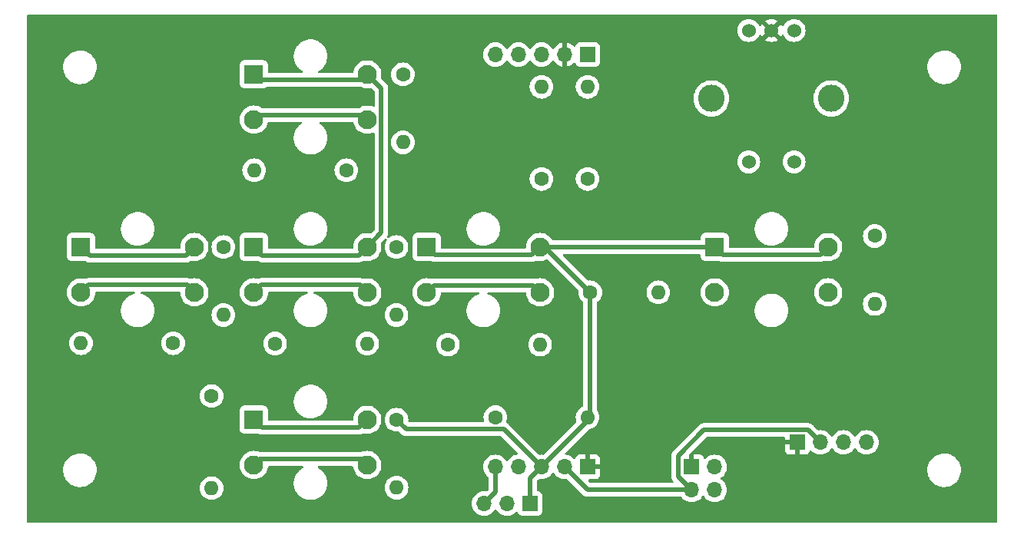
<source format=gbr>
%TF.GenerationSoftware,KiCad,Pcbnew,7.0.2*%
%TF.CreationDate,2024-06-26T08:39:52-07:00*%
%TF.ProjectId,Score-Board-LinInd-SW,53636f72-652d-4426-9f61-72642d4c696e,1.0*%
%TF.SameCoordinates,Original*%
%TF.FileFunction,Copper,L1,Top*%
%TF.FilePolarity,Positive*%
%FSLAX46Y46*%
G04 Gerber Fmt 4.6, Leading zero omitted, Abs format (unit mm)*
G04 Created by KiCad (PCBNEW 7.0.2) date 2024-06-26 08:39:52*
%MOMM*%
%LPD*%
G01*
G04 APERTURE LIST*
%TA.AperFunction,ComponentPad*%
%ADD10R,2.100000X2.100000*%
%TD*%
%TA.AperFunction,ComponentPad*%
%ADD11C,2.100000*%
%TD*%
%TA.AperFunction,ComponentPad*%
%ADD12C,1.600000*%
%TD*%
%TA.AperFunction,ComponentPad*%
%ADD13O,1.600000X1.600000*%
%TD*%
%TA.AperFunction,ComponentPad*%
%ADD14R,1.700000X1.700000*%
%TD*%
%TA.AperFunction,ComponentPad*%
%ADD15O,1.700000X1.700000*%
%TD*%
%TA.AperFunction,ComponentPad*%
%ADD16C,1.524000*%
%TD*%
%TA.AperFunction,ComponentPad*%
%ADD17O,2.900000X3.000000*%
%TD*%
%TA.AperFunction,Conductor*%
%ADD18C,0.508000*%
%TD*%
G04 APERTURE END LIST*
D10*
%TO.P,SW3,1,1*%
%TO.N,/SW_MTRX*%
X65717000Y-120666000D03*
D11*
%TO.P,SW3,2,2*%
X78217000Y-120666000D03*
%TO.P,SW3,3,3*%
%TO.N,Net-(R5-Pad2)*%
X65717000Y-125666000D03*
%TO.P,SW3,4,4*%
X78217000Y-125666000D03*
%TD*%
D12*
%TO.P,R5,1*%
%TO.N,GNDA*%
X75877000Y-131273000D03*
D13*
%TO.P,R5,2*%
%TO.N,Net-(R5-Pad2)*%
X65717000Y-131273000D03*
%TD*%
D10*
%TO.P,SW2,1,1*%
%TO.N,/SW_MTRX*%
X84767000Y-101616000D03*
D11*
%TO.P,SW2,2,2*%
X97267000Y-101616000D03*
%TO.P,SW2,3,3*%
%TO.N,Net-(R4-Pad2)*%
X84767000Y-106616000D03*
%TO.P,SW2,4,4*%
X97267000Y-106616000D03*
%TD*%
D10*
%TO.P,SW5,1,1*%
%TO.N,/SW_MTRX*%
X103817000Y-120666000D03*
D11*
%TO.P,SW5,2,2*%
X116317000Y-120666000D03*
%TO.P,SW5,3,3*%
%TO.N,Net-(R7-Pad2)*%
X103817000Y-125666000D03*
%TO.P,SW5,4,4*%
X116317000Y-125666000D03*
%TD*%
D12*
%TO.P,C3,1*%
%TO.N,/SW_MTRX*%
X81412000Y-120666000D03*
D13*
%TO.P,C3,2*%
%TO.N,GNDA*%
X81412000Y-128166000D03*
%TD*%
D12*
%TO.P,R4,1*%
%TO.N,GNDA*%
X94969000Y-112199000D03*
D13*
%TO.P,R4,2*%
%TO.N,Net-(R4-Pad2)*%
X84809000Y-112199000D03*
%TD*%
D12*
%TO.P,R6,1*%
%TO.N,GNDA*%
X87107000Y-131323000D03*
D13*
%TO.P,R6,2*%
%TO.N,Net-(R6-Pad2)*%
X97267000Y-131323000D03*
%TD*%
D12*
%TO.P,C4,1*%
%TO.N,/SW_MTRX*%
X100486000Y-120666000D03*
D13*
%TO.P,C4,2*%
%TO.N,GNDA*%
X100486000Y-128166000D03*
%TD*%
D14*
%TO.P,JP-PWR-1,1,Pin_1*%
%TO.N,GND*%
X133026000Y-144926000D03*
D15*
%TO.P,JP-PWR-1,2,Pin_2*%
%TO.N,GNDA*%
X135566000Y-144926000D03*
%TO.P,JP-PWR-1,3,Pin_3*%
%TO.N,+3.3V*%
X133026000Y-147466000D03*
%TO.P,JP-PWR-1,4,Pin_4*%
%TO.N,+3.3VA*%
X135566000Y-147466000D03*
%TD*%
D10*
%TO.P,SW6,1,1*%
%TO.N,/SW_MTRX*%
X84767000Y-139716000D03*
D11*
%TO.P,SW6,2,2*%
X97267000Y-139716000D03*
%TO.P,SW6,3,3*%
%TO.N,Net-(R8-Pad2)*%
X84767000Y-144716000D03*
%TO.P,SW6,4,4*%
X97267000Y-144716000D03*
%TD*%
D12*
%TO.P,C6,1*%
%TO.N,/SW_MTRX*%
X100499000Y-139716000D03*
D13*
%TO.P,C6,2*%
%TO.N,GNDA*%
X100499000Y-147216000D03*
%TD*%
D12*
%TO.P,C1,1*%
%TO.N,/SW_MTRX*%
X153202000Y-119451000D03*
D13*
%TO.P,C1,2*%
%TO.N,GNDA*%
X153202000Y-126951000D03*
%TD*%
D10*
%TO.P,SW4,1,1*%
%TO.N,/SW_MTRX*%
X84767000Y-120666000D03*
D11*
%TO.P,SW4,2,2*%
X97267000Y-120666000D03*
%TO.P,SW4,3,3*%
%TO.N,Net-(R6-Pad2)*%
X84767000Y-125666000D03*
%TO.P,SW4,4,4*%
X97267000Y-125666000D03*
%TD*%
D12*
%TO.P,R7,1*%
%TO.N,GNDA*%
X106157000Y-131437000D03*
D13*
%TO.P,R7,2*%
%TO.N,Net-(R7-Pad2)*%
X116317000Y-131437000D03*
%TD*%
D14*
%TO.P,J4,1,Pin_1*%
%TO.N,GND*%
X144663000Y-142217000D03*
D15*
%TO.P,J4,2,Pin_2*%
%TO.N,+3.3V*%
X147203000Y-142217000D03*
%TO.P,J4,3,Pin_3*%
%TO.N,GNDA*%
X149743000Y-142217000D03*
%TO.P,J4,4,Pin_4*%
%TO.N,+3.3VA*%
X152283000Y-142217000D03*
%TD*%
D12*
%TO.P,R1,1*%
%TO.N,+3.3V*%
X121550000Y-113155000D03*
D13*
%TO.P,R1,2*%
%TO.N,/RE_A*%
X121550000Y-102995000D03*
%TD*%
D14*
%TO.P,J2,1,Pin_1*%
%TO.N,/RE_A*%
X121550000Y-99440000D03*
D15*
%TO.P,J2,2,Pin_2*%
%TO.N,GND*%
X119010000Y-99440000D03*
%TO.P,J2,3,Pin_3*%
%TO.N,/RE_B*%
X116470000Y-99440000D03*
%TO.P,J2,4,Pin_4*%
%TO.N,/SW_MTRX*%
X113930000Y-99440000D03*
%TO.P,J2,5,Pin_5*%
%TO.N,GNDA*%
X111390000Y-99440000D03*
%TD*%
D14*
%TO.P,J3,1,Pin_1*%
%TO.N,/SW_MTRX*%
X115216000Y-148977000D03*
D15*
%TO.P,J3,2,Pin_2*%
%TO.N,GNDA*%
X112676000Y-148977000D03*
%TO.P,J3,3,Pin_3*%
%TO.N,+3.3VA*%
X110136000Y-148977000D03*
%TD*%
D12*
%TO.P,R3,1*%
%TO.N,+3.3VA*%
X111390000Y-139451000D03*
D13*
%TO.P,R3,2*%
%TO.N,/SW_MTRX*%
X121550000Y-139451000D03*
%TD*%
D10*
%TO.P,SW1,1,1*%
%TO.N,/SW_MTRX*%
X135566000Y-120666000D03*
D11*
%TO.P,SW1,2,2*%
X148066000Y-120666000D03*
%TO.P,SW1,3,3*%
%TO.N,GNDA*%
X135566000Y-125666000D03*
%TO.P,SW1,4,4*%
X148066000Y-125666000D03*
%TD*%
D12*
%TO.P,R2,1*%
%TO.N,+3.3V*%
X116470000Y-113155000D03*
D13*
%TO.P,R2,2*%
%TO.N,/RE_B*%
X116470000Y-102995000D03*
%TD*%
D12*
%TO.P,C2,1*%
%TO.N,/SW_MTRX*%
X101205000Y-101616000D03*
D13*
%TO.P,C2,2*%
%TO.N,GNDA*%
X101205000Y-109116000D03*
%TD*%
D16*
%TO.P,RE1,A,A*%
%TO.N,/RE_A*%
X144309000Y-96773000D03*
%TO.P,RE1,B,B*%
%TO.N,/RE_B*%
X139309000Y-96773000D03*
%TO.P,RE1,C,C*%
%TO.N,GND*%
X141809000Y-96773000D03*
%TO.P,RE1,S1,S1*%
%TO.N,GNDA*%
X144309000Y-111273000D03*
%TO.P,RE1,S2,S2*%
%TO.N,/SW_MTRX*%
X139309000Y-111273000D03*
D17*
%TO.P,RE1,SH*%
%TO.N,N/C*%
X148409000Y-104273000D03*
X135209000Y-104273000D03*
%TD*%
D12*
%TO.P,R8,1*%
%TO.N,GNDA*%
X80111000Y-137103000D03*
D13*
%TO.P,R8,2*%
%TO.N,Net-(R8-Pad2)*%
X80111000Y-147263000D03*
%TD*%
D12*
%TO.P,C5,1*%
%TO.N,/SW_MTRX*%
X121845000Y-125666000D03*
D13*
%TO.P,C5,2*%
%TO.N,GNDA*%
X129345000Y-125666000D03*
%TD*%
D14*
%TO.P,J1,1,Pin_1*%
%TO.N,GND*%
X121550000Y-144926000D03*
D15*
%TO.P,J1,2,Pin_2*%
%TO.N,+3.3V*%
X119010000Y-144926000D03*
%TO.P,J1,3,Pin_3*%
%TO.N,/SW_MTRX*%
X116470000Y-144926000D03*
%TO.P,J1,4,Pin_4*%
%TO.N,GNDA*%
X113930000Y-144926000D03*
%TO.P,J1,5,Pin_5*%
%TO.N,+3.3VA*%
X111390000Y-144926000D03*
%TD*%
D18*
%TO.N,/SW_MTRX*%
X84767000Y-139716000D02*
X85663000Y-140612000D01*
X115418000Y-121565000D02*
X116317000Y-120666000D01*
X96657000Y-102226000D02*
X97267000Y-101616000D01*
X96339000Y-121594000D02*
X97267000Y-120666000D01*
X119590000Y-120666000D02*
X116317000Y-120666000D01*
X116470000Y-144926000D02*
X112303000Y-140759000D01*
X121550000Y-139846000D02*
X121550000Y-139451000D01*
X85377000Y-102226000D02*
X96657000Y-102226000D01*
X84767000Y-120666000D02*
X85695000Y-121594000D01*
X136436000Y-121536000D02*
X147196000Y-121536000D01*
X116845000Y-120666000D02*
X116317000Y-120666000D01*
X121845000Y-125666000D02*
X121845000Y-139156000D01*
X98825000Y-103174000D02*
X98825000Y-119108000D01*
X85695000Y-121594000D02*
X96339000Y-121594000D01*
X121845000Y-125666000D02*
X116845000Y-120666000D01*
X98825000Y-119108000D02*
X97267000Y-120666000D01*
X66674000Y-121623000D02*
X77260000Y-121623000D01*
X103817000Y-120666000D02*
X104716000Y-121565000D01*
X77260000Y-121623000D02*
X78217000Y-120666000D01*
X84767000Y-101616000D02*
X85377000Y-102226000D01*
X115216000Y-146180000D02*
X116470000Y-144926000D01*
X147196000Y-121536000D02*
X148066000Y-120666000D01*
X116470000Y-144926000D02*
X121550000Y-139846000D01*
X65717000Y-120666000D02*
X66674000Y-121623000D01*
X112303000Y-140759000D02*
X101542000Y-140759000D01*
X121845000Y-139156000D02*
X121550000Y-139451000D01*
X101542000Y-140759000D02*
X100499000Y-139716000D01*
X135566000Y-120666000D02*
X136436000Y-121536000D01*
X85663000Y-140612000D02*
X96371000Y-140612000D01*
X104716000Y-121565000D02*
X115418000Y-121565000D01*
X97267000Y-101616000D02*
X98825000Y-103174000D01*
X96371000Y-140612000D02*
X97267000Y-139716000D01*
X135566000Y-120666000D02*
X119590000Y-120666000D01*
X115216000Y-148977000D02*
X115216000Y-146180000D01*
%TO.N,+3.3V*%
X133026000Y-147466000D02*
X121550000Y-147466000D01*
X145845000Y-140859000D02*
X134377000Y-140859000D01*
X147203000Y-142217000D02*
X145845000Y-140859000D01*
X121550000Y-147466000D02*
X119010000Y-144926000D01*
X131530000Y-145970000D02*
X133026000Y-147466000D01*
X134377000Y-140859000D02*
X131530000Y-143706000D01*
X131530000Y-143706000D02*
X131530000Y-145970000D01*
%TO.N,+3.3VA*%
X111390000Y-147723000D02*
X110136000Y-148977000D01*
X111390000Y-144926000D02*
X111390000Y-147723000D01*
%TO.N,Net-(R4-Pad2)*%
X96741000Y-106090000D02*
X97267000Y-106616000D01*
X85293000Y-106090000D02*
X96741000Y-106090000D01*
X84767000Y-106616000D02*
X85293000Y-106090000D01*
%TO.N,Net-(R5-Pad2)*%
X77412000Y-124861000D02*
X78217000Y-125666000D01*
X66522000Y-124861000D02*
X77412000Y-124861000D01*
X65717000Y-125666000D02*
X66522000Y-124861000D01*
%TO.N,Net-(R6-Pad2)*%
X85572000Y-124861000D02*
X96462000Y-124861000D01*
X96462000Y-124861000D02*
X97267000Y-125666000D01*
X84767000Y-125666000D02*
X85572000Y-124861000D01*
%TO.N,Net-(R7-Pad2)*%
X103817000Y-125666000D02*
X104593000Y-124890000D01*
X104593000Y-124890000D02*
X115541000Y-124890000D01*
X115541000Y-124890000D02*
X116317000Y-125666000D01*
%TO.N,Net-(R8-Pad2)*%
X84767000Y-144716000D02*
X85400000Y-144083000D01*
X96634000Y-144083000D02*
X97267000Y-144716000D01*
X85400000Y-144083000D02*
X96634000Y-144083000D01*
%TD*%
%TA.AperFunction,Conductor*%
%TO.N,GND*%
G36*
X166673039Y-95052685D02*
G01*
X166718794Y-95105489D01*
X166730000Y-95157000D01*
X166730000Y-150978000D01*
X166710315Y-151045039D01*
X166657511Y-151090794D01*
X166606000Y-151102000D01*
X59858000Y-151102000D01*
X59790961Y-151082315D01*
X59745206Y-151029511D01*
X59734000Y-150978000D01*
X59734000Y-147262999D01*
X78805531Y-147262999D01*
X78825364Y-147489689D01*
X78884261Y-147709497D01*
X78980432Y-147915735D01*
X79110953Y-148102140D01*
X79271859Y-148263046D01*
X79458264Y-148393567D01*
X79458265Y-148393567D01*
X79458266Y-148393568D01*
X79664504Y-148489739D01*
X79884308Y-148548635D01*
X80111000Y-148568468D01*
X80337692Y-148548635D01*
X80557496Y-148489739D01*
X80763734Y-148393568D01*
X80950139Y-148263047D01*
X81111047Y-148102139D01*
X81241568Y-147915734D01*
X81337739Y-147709496D01*
X81396635Y-147489692D01*
X81416468Y-147263000D01*
X81396635Y-147036308D01*
X81337739Y-146816504D01*
X81241568Y-146610266D01*
X81230598Y-146594598D01*
X81111046Y-146423859D01*
X80950140Y-146262953D01*
X80763735Y-146132432D01*
X80557497Y-146036261D01*
X80337689Y-145977364D01*
X80111000Y-145957531D01*
X79884310Y-145977364D01*
X79664502Y-146036261D01*
X79458264Y-146132432D01*
X79271859Y-146262953D01*
X79110953Y-146423859D01*
X78980432Y-146610264D01*
X78884261Y-146816502D01*
X78825364Y-147036310D01*
X78805531Y-147262999D01*
X59734000Y-147262999D01*
X59734000Y-145367764D01*
X63755787Y-145367764D01*
X63785413Y-145637016D01*
X63796021Y-145677591D01*
X63853928Y-145899088D01*
X63952453Y-146130937D01*
X63959871Y-146148392D01*
X64100982Y-146379611D01*
X64236131Y-146542009D01*
X64274255Y-146587820D01*
X64475998Y-146768582D01*
X64701910Y-146918044D01*
X64808211Y-146967876D01*
X64947177Y-147033021D01*
X65206562Y-147111058D01*
X65206569Y-147111060D01*
X65474561Y-147150500D01*
X65474564Y-147150500D01*
X65675369Y-147150500D01*
X65677631Y-147150500D01*
X65880156Y-147135677D01*
X66144553Y-147076780D01*
X66397558Y-146980014D01*
X66633777Y-146847441D01*
X66848177Y-146681888D01*
X67036186Y-146486881D01*
X67193799Y-146266579D01*
X67317656Y-146025675D01*
X67405118Y-145769305D01*
X67454319Y-145502933D01*
X67464212Y-145232235D01*
X67434586Y-144962982D01*
X67370016Y-144715999D01*
X83211706Y-144715999D01*
X83230854Y-144959303D01*
X83287828Y-145196615D01*
X83381221Y-145422088D01*
X83476810Y-145578073D01*
X83508741Y-145630179D01*
X83667241Y-145815759D01*
X83852821Y-145974259D01*
X83924345Y-146018089D01*
X84060911Y-146101778D01*
X84286384Y-146195171D01*
X84286387Y-146195171D01*
X84286388Y-146195172D01*
X84523698Y-146252146D01*
X84767000Y-146271294D01*
X85010302Y-146252146D01*
X85247612Y-146195172D01*
X85247613Y-146195171D01*
X85247615Y-146195171D01*
X85473088Y-146101778D01*
X85546680Y-146056680D01*
X85681179Y-145974259D01*
X85866759Y-145815759D01*
X86025259Y-145630179D01*
X86132705Y-145454843D01*
X86152778Y-145422088D01*
X86246171Y-145196615D01*
X86248445Y-145187143D01*
X86303146Y-144959302D01*
X86303738Y-144951772D01*
X86328620Y-144886485D01*
X86384850Y-144845013D01*
X86427356Y-144837500D01*
X90110139Y-144837500D01*
X90177178Y-144857185D01*
X90222933Y-144909989D01*
X90232877Y-144979147D01*
X90203852Y-145042703D01*
X90169544Y-145070344D01*
X90168448Y-145070942D01*
X90166320Y-145072104D01*
X90155414Y-145077381D01*
X90124507Y-145090515D01*
X90108634Y-145103603D01*
X90013984Y-145155286D01*
X89962337Y-145193949D01*
X89960902Y-145194483D01*
X89956895Y-145197819D01*
X89951888Y-145201771D01*
X89936857Y-145213023D01*
X89927144Y-145219601D01*
X89898927Y-145236821D01*
X89885867Y-145251193D01*
X89802085Y-145313911D01*
X89754378Y-145361619D01*
X89752024Y-145362904D01*
X89745070Y-145370665D01*
X89740402Y-145375595D01*
X89730158Y-145385839D01*
X89721798Y-145393469D01*
X89696887Y-145414200D01*
X89686669Y-145429329D01*
X89614912Y-145501085D01*
X89572685Y-145557495D01*
X89569634Y-145559778D01*
X89561423Y-145572189D01*
X89557280Y-145578073D01*
X89550648Y-145586933D01*
X89543730Y-145595373D01*
X89522632Y-145618919D01*
X89515205Y-145634278D01*
X89456286Y-145712984D01*
X89421068Y-145777481D01*
X89417597Y-145780951D01*
X89409651Y-145797902D01*
X89406207Y-145804697D01*
X89402153Y-145812121D01*
X89396738Y-145821110D01*
X89379818Y-145846683D01*
X89375037Y-145861779D01*
X89329426Y-145945311D01*
X89302683Y-146017013D01*
X89299092Y-146021809D01*
X89292735Y-146042940D01*
X89290170Y-146050561D01*
X89287887Y-146056680D01*
X89283986Y-146065965D01*
X89271453Y-146092700D01*
X89269085Y-146107092D01*
X89236922Y-146193323D01*
X89220006Y-146271087D01*
X89216628Y-146277271D01*
X89212993Y-146301973D01*
X89211480Y-146310278D01*
X89210358Y-146315435D01*
X89207936Y-146324795D01*
X89199811Y-146351800D01*
X89199553Y-146365107D01*
X89180657Y-146451970D01*
X89174758Y-146534441D01*
X89171935Y-146542009D01*
X89171935Y-146569492D01*
X89171618Y-146578357D01*
X89171285Y-146583003D01*
X89170281Y-146592191D01*
X89166404Y-146618531D01*
X89167892Y-146630441D01*
X89161772Y-146715999D01*
X89167892Y-146801557D01*
X89165959Y-146810440D01*
X89170281Y-146839805D01*
X89171285Y-146848998D01*
X89171618Y-146853646D01*
X89171935Y-146862507D01*
X89171935Y-146887272D01*
X89174758Y-146897557D01*
X89180657Y-146980027D01*
X89199553Y-147066890D01*
X89198833Y-147076947D01*
X89207935Y-147107199D01*
X89210359Y-147116563D01*
X89211482Y-147121725D01*
X89212994Y-147130030D01*
X89216283Y-147152382D01*
X89220006Y-147160911D01*
X89236922Y-147238676D01*
X89269084Y-147324905D01*
X89269871Y-147335921D01*
X89283983Y-147366023D01*
X89287892Y-147375331D01*
X89290179Y-147381464D01*
X89292736Y-147389063D01*
X89298512Y-147408263D01*
X89302681Y-147414982D01*
X89306847Y-147426151D01*
X89329426Y-147486690D01*
X89375036Y-147570217D01*
X89377586Y-147581939D01*
X89396732Y-147610879D01*
X89402147Y-147619868D01*
X89406207Y-147627303D01*
X89409651Y-147634098D01*
X89416899Y-147649559D01*
X89421068Y-147654519D01*
X89456284Y-147719012D01*
X89515204Y-147797720D01*
X89519720Y-147809829D01*
X89543725Y-147836620D01*
X89550639Y-147845055D01*
X89557277Y-147853922D01*
X89561426Y-147859814D01*
X89568930Y-147871157D01*
X89572685Y-147874505D01*
X89614913Y-147930915D01*
X89686667Y-148002669D01*
X89693295Y-148014808D01*
X89721789Y-148038521D01*
X89730150Y-148046152D01*
X89740411Y-148056413D01*
X89745081Y-148061346D01*
X89751427Y-148068429D01*
X89754379Y-148070381D01*
X89802085Y-148118087D01*
X89844517Y-148149851D01*
X89885864Y-148180803D01*
X89894688Y-148192590D01*
X89927143Y-148212397D01*
X89936858Y-148218977D01*
X89951910Y-148230245D01*
X89956919Y-148234199D01*
X89960511Y-148237188D01*
X89962335Y-148238048D01*
X90013989Y-148276716D01*
X90079064Y-148312250D01*
X90108632Y-148328395D01*
X90119659Y-148339422D01*
X90155405Y-148354612D01*
X90166318Y-148359894D01*
X90187564Y-148371495D01*
X90191676Y-148373872D01*
X90192220Y-148374038D01*
X90246311Y-148403574D01*
X90350332Y-148442371D01*
X90363499Y-148452228D01*
X90401754Y-148462229D01*
X90413719Y-148466014D01*
X90452761Y-148480575D01*
X90494321Y-148496077D01*
X90519872Y-148501635D01*
X90605916Y-148520352D01*
X90621088Y-148528637D01*
X90660998Y-148533028D01*
X90673778Y-148535115D01*
X90752974Y-148552343D01*
X90870075Y-148560718D01*
X90887041Y-148567046D01*
X90927672Y-148565561D01*
X90941034Y-148565793D01*
X91017000Y-148571227D01*
X91137291Y-148562623D01*
X91155768Y-148566642D01*
X91196167Y-148559180D01*
X91209827Y-148557435D01*
X91281026Y-148552343D01*
X91402003Y-148526026D01*
X91421647Y-148527430D01*
X91460854Y-148514055D01*
X91474512Y-148510252D01*
X91539678Y-148496077D01*
X91539682Y-148496075D01*
X91539684Y-148496075D01*
X91574142Y-148483222D01*
X91658684Y-148451689D01*
X91679097Y-148450229D01*
X91716190Y-148431159D01*
X91729541Y-148425261D01*
X91787689Y-148403574D01*
X91901993Y-148341158D01*
X91922733Y-148336647D01*
X91956833Y-148312250D01*
X91969546Y-148304271D01*
X92020011Y-148276716D01*
X92126837Y-148196746D01*
X92147420Y-148189069D01*
X92177726Y-148159851D01*
X92189465Y-148149864D01*
X92231915Y-148118087D01*
X92328554Y-148021447D01*
X92348474Y-148010570D01*
X92374270Y-147977163D01*
X92384728Y-147965273D01*
X92419087Y-147930915D01*
X92502919Y-147818928D01*
X92521658Y-147804899D01*
X92542349Y-147768033D01*
X92551217Y-147754410D01*
X92577713Y-147719016D01*
X92577716Y-147719011D01*
X92646307Y-147593395D01*
X92663353Y-147576349D01*
X92678464Y-147536841D01*
X92685450Y-147521711D01*
X92704574Y-147486689D01*
X92755713Y-147349579D01*
X92770572Y-147329728D01*
X92779769Y-147288444D01*
X92784617Y-147272083D01*
X92797077Y-147238678D01*
X92802010Y-147216000D01*
X99193531Y-147216000D01*
X99213364Y-147442689D01*
X99272261Y-147662497D01*
X99368432Y-147868735D01*
X99498953Y-148055140D01*
X99659859Y-148216046D01*
X99846264Y-148346567D01*
X99846265Y-148346567D01*
X99846266Y-148346568D01*
X100052504Y-148442739D01*
X100272308Y-148501635D01*
X100414269Y-148514055D01*
X100498999Y-148521468D01*
X100498999Y-148521467D01*
X100499000Y-148521468D01*
X100725692Y-148501635D01*
X100945496Y-148442739D01*
X101151734Y-148346568D01*
X101338139Y-148216047D01*
X101499047Y-148055139D01*
X101629568Y-147868734D01*
X101725739Y-147662496D01*
X101784635Y-147442692D01*
X101804468Y-147216000D01*
X101784635Y-146989308D01*
X101725739Y-146769504D01*
X101629568Y-146563266D01*
X101625621Y-146557628D01*
X101499046Y-146376859D01*
X101338140Y-146215953D01*
X101151735Y-146085432D01*
X100945497Y-145989261D01*
X100725689Y-145930364D01*
X100498999Y-145910531D01*
X100272310Y-145930364D01*
X100052502Y-145989261D01*
X99846264Y-146085432D01*
X99659859Y-146215953D01*
X99498953Y-146376859D01*
X99368432Y-146563264D01*
X99272261Y-146769502D01*
X99213364Y-146989310D01*
X99193531Y-147216000D01*
X92802010Y-147216000D01*
X92853343Y-146980026D01*
X92872227Y-146716000D01*
X92853343Y-146451974D01*
X92797077Y-146193322D01*
X92784621Y-146159927D01*
X92779771Y-146143557D01*
X92772399Y-146110464D01*
X92755715Y-146082428D01*
X92704574Y-145945311D01*
X92685448Y-145910284D01*
X92678465Y-145895160D01*
X92666269Y-145863274D01*
X92646309Y-145838608D01*
X92577716Y-145712989D01*
X92551214Y-145677586D01*
X92542350Y-145663968D01*
X92525534Y-145634006D01*
X92502920Y-145613073D01*
X92472315Y-145572189D01*
X92419087Y-145501085D01*
X92384741Y-145466738D01*
X92374276Y-145454843D01*
X92353169Y-145427509D01*
X92328553Y-145410551D01*
X92231917Y-145313915D01*
X92231915Y-145313913D01*
X92189481Y-145282147D01*
X92177729Y-145272151D01*
X92152769Y-145248087D01*
X92126837Y-145235253D01*
X92020011Y-145155284D01*
X92020009Y-145155283D01*
X92020008Y-145155282D01*
X91969565Y-145127738D01*
X91956841Y-145119753D01*
X91928572Y-145099528D01*
X91901993Y-145090840D01*
X91864435Y-145070332D01*
X91815029Y-145020927D01*
X91800177Y-144952654D01*
X91824594Y-144887190D01*
X91880527Y-144845318D01*
X91923861Y-144837500D01*
X95606644Y-144837500D01*
X95673683Y-144857185D01*
X95719438Y-144909989D01*
X95730262Y-144951774D01*
X95730854Y-144959303D01*
X95787828Y-145196615D01*
X95881221Y-145422088D01*
X95976810Y-145578073D01*
X96008741Y-145630179D01*
X96167241Y-145815759D01*
X96352821Y-145974259D01*
X96424345Y-146018089D01*
X96560911Y-146101778D01*
X96786384Y-146195171D01*
X96786387Y-146195171D01*
X96786388Y-146195172D01*
X97023698Y-146252146D01*
X97267000Y-146271294D01*
X97510302Y-146252146D01*
X97747612Y-146195172D01*
X97747613Y-146195171D01*
X97747615Y-146195171D01*
X97973088Y-146101778D01*
X98046680Y-146056680D01*
X98181179Y-145974259D01*
X98366759Y-145815759D01*
X98525259Y-145630179D01*
X98632705Y-145454843D01*
X98652778Y-145422088D01*
X98746171Y-145196615D01*
X98748445Y-145187143D01*
X98803146Y-144959302D01*
X98822294Y-144716000D01*
X98803146Y-144472698D01*
X98746172Y-144235388D01*
X98746171Y-144235387D01*
X98746171Y-144235384D01*
X98652778Y-144009911D01*
X98544925Y-143833913D01*
X98525259Y-143801821D01*
X98366759Y-143616241D01*
X98181179Y-143457741D01*
X98126426Y-143424188D01*
X97973088Y-143330221D01*
X97747615Y-143236828D01*
X97510303Y-143179854D01*
X97267000Y-143160706D01*
X97023696Y-143179854D01*
X96786387Y-143236827D01*
X96587859Y-143319061D01*
X96540406Y-143328500D01*
X85493594Y-143328500D01*
X85446141Y-143319061D01*
X85247612Y-143236827D01*
X85010303Y-143179854D01*
X84888651Y-143170280D01*
X84767000Y-143160706D01*
X84766999Y-143160706D01*
X84523696Y-143179854D01*
X84286384Y-143236828D01*
X84060911Y-143330221D01*
X83852822Y-143457740D01*
X83667241Y-143616241D01*
X83508740Y-143801822D01*
X83381221Y-144009911D01*
X83287828Y-144235384D01*
X83230854Y-144472696D01*
X83211706Y-144715999D01*
X67370016Y-144715999D01*
X67366072Y-144700912D01*
X67260130Y-144451610D01*
X67119018Y-144220390D01*
X67119017Y-144220388D01*
X66945746Y-144012181D01*
X66893616Y-143965472D01*
X66744002Y-143831418D01*
X66518090Y-143681956D01*
X66518086Y-143681954D01*
X66272822Y-143566978D01*
X66013437Y-143488941D01*
X66013431Y-143488940D01*
X65745439Y-143449500D01*
X65542369Y-143449500D01*
X65540120Y-143449664D01*
X65540109Y-143449665D01*
X65339843Y-143464322D01*
X65075449Y-143523219D01*
X64822441Y-143619986D01*
X64586223Y-143752559D01*
X64371825Y-143918109D01*
X64183813Y-144113120D01*
X64026201Y-144333420D01*
X63902342Y-144574329D01*
X63814881Y-144830695D01*
X63765680Y-145097066D01*
X63755787Y-145367764D01*
X59734000Y-145367764D01*
X59734000Y-140810578D01*
X83216500Y-140810578D01*
X83216501Y-140813872D01*
X83216853Y-140817152D01*
X83216854Y-140817159D01*
X83222909Y-140873484D01*
X83226062Y-140881937D01*
X83273204Y-141008331D01*
X83359454Y-141123546D01*
X83474669Y-141209796D01*
X83609517Y-141260091D01*
X83669127Y-141266500D01*
X85253787Y-141266499D01*
X85306188Y-141278115D01*
X85323538Y-141286205D01*
X85332603Y-141290432D01*
X85335776Y-141291968D01*
X85403189Y-141325824D01*
X85403192Y-141325824D01*
X85404284Y-141326373D01*
X85422866Y-141332831D01*
X85424054Y-141333076D01*
X85424060Y-141333079D01*
X85498007Y-141348347D01*
X85501354Y-141349089D01*
X85574812Y-141366500D01*
X85574817Y-141366500D01*
X85575994Y-141366779D01*
X85595571Y-141368780D01*
X85596790Y-141368744D01*
X85596793Y-141368745D01*
X85668051Y-141366671D01*
X85672161Y-141366552D01*
X85675767Y-141366500D01*
X96307000Y-141366500D01*
X96324970Y-141367809D01*
X96328723Y-141368358D01*
X96348906Y-141371315D01*
X96398547Y-141366972D01*
X96409355Y-141366500D01*
X96411343Y-141366500D01*
X96414941Y-141366500D01*
X96418514Y-141366082D01*
X96418520Y-141366082D01*
X96438611Y-141363733D01*
X96445910Y-141362880D01*
X96449448Y-141362518D01*
X96524612Y-141355943D01*
X96524617Y-141355941D01*
X96525832Y-141355835D01*
X96545027Y-141351580D01*
X96546179Y-141351160D01*
X96546184Y-141351160D01*
X96617074Y-141325357D01*
X96620434Y-141324190D01*
X96692036Y-141300464D01*
X96692041Y-141300460D01*
X96693202Y-141300076D01*
X96710902Y-141291507D01*
X96711919Y-141290837D01*
X96711924Y-141290836D01*
X96774976Y-141249364D01*
X96777920Y-141247488D01*
X96797454Y-141235440D01*
X96864845Y-141217001D01*
X96891495Y-141220405D01*
X97023698Y-141252146D01*
X97267000Y-141271294D01*
X97510302Y-141252146D01*
X97747612Y-141195172D01*
X97747613Y-141195171D01*
X97747615Y-141195171D01*
X97973088Y-141101778D01*
X98069061Y-141042965D01*
X98181179Y-140974259D01*
X98366759Y-140815759D01*
X98525259Y-140630179D01*
X98622163Y-140472045D01*
X98652778Y-140422088D01*
X98746171Y-140196615D01*
X98750121Y-140180164D01*
X98803146Y-139959302D01*
X98822294Y-139716000D01*
X98822294Y-139715999D01*
X99193531Y-139715999D01*
X99213364Y-139942689D01*
X99272261Y-140162497D01*
X99368432Y-140368735D01*
X99498953Y-140555140D01*
X99659859Y-140716046D01*
X99846264Y-140846567D01*
X99846265Y-140846567D01*
X99846266Y-140846568D01*
X100052504Y-140942739D01*
X100272308Y-141001635D01*
X100423435Y-141014856D01*
X100498999Y-141021468D01*
X100498999Y-141021467D01*
X100499000Y-141021468D01*
X100660660Y-141007324D01*
X100729158Y-141021090D01*
X100759147Y-141043171D01*
X100963234Y-141247258D01*
X100975015Y-141260890D01*
X100982760Y-141271294D01*
X100989461Y-141280294D01*
X101006551Y-141294634D01*
X101027634Y-141312325D01*
X101035609Y-141319633D01*
X101039559Y-141323583D01*
X101064029Y-141342931D01*
X101066739Y-141345138D01*
X101124573Y-141393667D01*
X101124578Y-141393669D01*
X101125512Y-141394453D01*
X101142101Y-141405022D01*
X101143207Y-141405538D01*
X101143209Y-141405539D01*
X101211584Y-141437422D01*
X101214775Y-141438968D01*
X101283282Y-141473373D01*
X101301873Y-141479834D01*
X101303060Y-141480079D01*
X101376938Y-141495333D01*
X101380411Y-141496103D01*
X101453812Y-141513500D01*
X101453814Y-141513500D01*
X101454995Y-141513780D01*
X101474574Y-141515781D01*
X101475791Y-141515745D01*
X101475794Y-141515746D01*
X101546669Y-141513683D01*
X101551196Y-141513552D01*
X101554802Y-141513500D01*
X111939114Y-141513500D01*
X112006153Y-141533185D01*
X112026795Y-141549819D01*
X113849845Y-143372869D01*
X113883330Y-143434192D01*
X113878346Y-143503884D01*
X113836474Y-143559817D01*
X113772973Y-143584078D01*
X113694592Y-143590936D01*
X113466336Y-143652097D01*
X113252170Y-143751965D01*
X113058598Y-143887505D01*
X112891505Y-144054598D01*
X112761575Y-144240159D01*
X112706998Y-144283784D01*
X112637500Y-144290978D01*
X112575145Y-144259455D01*
X112558425Y-144240159D01*
X112543449Y-144218771D01*
X112428495Y-144054599D01*
X112261401Y-143887505D01*
X112067830Y-143751965D01*
X111853663Y-143652097D01*
X111781074Y-143632647D01*
X111625407Y-143590936D01*
X111389999Y-143570340D01*
X111154592Y-143590936D01*
X110926336Y-143652097D01*
X110712170Y-143751965D01*
X110518598Y-143887505D01*
X110351505Y-144054598D01*
X110215965Y-144248170D01*
X110116097Y-144462336D01*
X110054936Y-144690592D01*
X110034340Y-144925999D01*
X110054936Y-145161407D01*
X110095800Y-145313913D01*
X110116097Y-145389663D01*
X110215965Y-145603830D01*
X110351505Y-145797401D01*
X110518599Y-145964495D01*
X110582625Y-146009326D01*
X110626248Y-146063902D01*
X110635500Y-146110900D01*
X110635500Y-147359112D01*
X110615815Y-147426151D01*
X110599181Y-147446793D01*
X110442299Y-147603675D01*
X110380976Y-147637160D01*
X110343810Y-147639522D01*
X110135999Y-147621340D01*
X109900592Y-147641936D01*
X109672336Y-147703097D01*
X109458170Y-147802965D01*
X109264598Y-147938505D01*
X109097505Y-148105598D01*
X108961965Y-148299170D01*
X108862097Y-148513336D01*
X108800936Y-148741592D01*
X108780340Y-148977000D01*
X108800936Y-149212407D01*
X108845709Y-149379502D01*
X108862097Y-149440663D01*
X108961965Y-149654830D01*
X109097505Y-149848401D01*
X109264599Y-150015495D01*
X109458170Y-150151035D01*
X109672337Y-150250903D01*
X109900592Y-150312063D01*
X110135999Y-150332659D01*
X110135999Y-150332658D01*
X110136000Y-150332659D01*
X110371408Y-150312063D01*
X110599663Y-150250903D01*
X110813830Y-150151035D01*
X111007401Y-150015495D01*
X111174495Y-149848401D01*
X111304426Y-149662839D01*
X111359002Y-149619216D01*
X111428500Y-149612022D01*
X111490855Y-149643545D01*
X111507571Y-149662837D01*
X111637505Y-149848401D01*
X111804599Y-150015495D01*
X111998170Y-150151035D01*
X112212337Y-150250903D01*
X112440592Y-150312063D01*
X112675999Y-150332659D01*
X112675999Y-150332658D01*
X112676000Y-150332659D01*
X112911408Y-150312063D01*
X113139663Y-150250903D01*
X113353830Y-150151035D01*
X113547401Y-150015495D01*
X113669329Y-149893566D01*
X113730648Y-149860084D01*
X113800340Y-149865068D01*
X113856274Y-149906939D01*
X113873189Y-149937916D01*
X113922204Y-150069331D01*
X114008454Y-150184546D01*
X114123669Y-150270796D01*
X114258517Y-150321091D01*
X114318127Y-150327500D01*
X116113872Y-150327499D01*
X116173483Y-150321091D01*
X116308331Y-150270796D01*
X116423546Y-150184546D01*
X116509796Y-150069331D01*
X116560091Y-149934483D01*
X116566500Y-149874873D01*
X116566499Y-148079128D01*
X116560091Y-148019517D01*
X116509796Y-147884669D01*
X116423546Y-147769454D01*
X116308331Y-147683204D01*
X116173483Y-147632909D01*
X116113873Y-147626500D01*
X116110551Y-147626500D01*
X116094500Y-147626500D01*
X116027461Y-147606815D01*
X115981706Y-147554011D01*
X115970500Y-147502500D01*
X115970500Y-146543885D01*
X115990185Y-146476846D01*
X116006810Y-146456213D01*
X116163701Y-146299321D01*
X116225021Y-146265839D01*
X116262184Y-146263477D01*
X116470000Y-146281659D01*
X116705408Y-146261063D01*
X116933663Y-146199903D01*
X117147830Y-146100035D01*
X117341401Y-145964495D01*
X117508495Y-145797401D01*
X117638426Y-145611839D01*
X117693002Y-145568216D01*
X117762500Y-145561022D01*
X117824855Y-145592545D01*
X117841571Y-145611837D01*
X117971505Y-145797401D01*
X118138599Y-145964495D01*
X118332170Y-146100035D01*
X118546337Y-146199903D01*
X118774591Y-146261062D01*
X118774592Y-146261063D01*
X119009999Y-146281659D01*
X119009999Y-146281658D01*
X119010000Y-146281659D01*
X119217812Y-146263477D01*
X119286311Y-146277243D01*
X119316300Y-146299324D01*
X120971234Y-147954258D01*
X120983015Y-147967890D01*
X120997460Y-147987293D01*
X121035634Y-148019325D01*
X121043609Y-148026633D01*
X121047559Y-148030583D01*
X121050390Y-148032822D01*
X121050394Y-148032825D01*
X121072007Y-148049915D01*
X121074802Y-148052192D01*
X121079833Y-148056413D01*
X121132573Y-148100667D01*
X121132574Y-148100667D01*
X121133508Y-148101451D01*
X121150102Y-148112023D01*
X121151207Y-148112538D01*
X121151208Y-148112539D01*
X121219626Y-148144442D01*
X121222752Y-148145956D01*
X121290189Y-148179824D01*
X121290192Y-148179824D01*
X121291284Y-148180373D01*
X121309866Y-148186831D01*
X121311054Y-148187076D01*
X121311060Y-148187079D01*
X121385007Y-148202347D01*
X121388354Y-148203089D01*
X121461812Y-148220500D01*
X121461817Y-148220500D01*
X121462994Y-148220779D01*
X121482571Y-148222780D01*
X121483790Y-148222744D01*
X121483793Y-148222745D01*
X121555051Y-148220671D01*
X121559161Y-148220552D01*
X121562767Y-148220500D01*
X131841100Y-148220500D01*
X131908139Y-148240185D01*
X131942672Y-148273373D01*
X131987505Y-148337401D01*
X132154599Y-148504495D01*
X132348170Y-148640035D01*
X132562337Y-148739903D01*
X132790591Y-148801062D01*
X132790592Y-148801063D01*
X133025999Y-148821659D01*
X133025999Y-148821658D01*
X133026000Y-148821659D01*
X133261408Y-148801063D01*
X133489663Y-148739903D01*
X133703830Y-148640035D01*
X133897401Y-148504495D01*
X134064495Y-148337401D01*
X134194426Y-148151839D01*
X134249002Y-148108216D01*
X134318500Y-148101022D01*
X134380855Y-148132545D01*
X134397571Y-148151837D01*
X134527505Y-148337401D01*
X134694599Y-148504495D01*
X134888170Y-148640035D01*
X135102337Y-148739903D01*
X135330592Y-148801063D01*
X135566000Y-148821659D01*
X135801408Y-148801063D01*
X136029663Y-148739903D01*
X136243830Y-148640035D01*
X136437401Y-148504495D01*
X136604495Y-148337401D01*
X136740035Y-148143830D01*
X136839903Y-147929663D01*
X136901063Y-147701408D01*
X136921659Y-147466000D01*
X136901063Y-147230592D01*
X136839903Y-147002337D01*
X136740035Y-146788171D01*
X136604495Y-146594599D01*
X136437401Y-146427505D01*
X136251839Y-146297573D01*
X136208216Y-146242998D01*
X136201022Y-146173500D01*
X136232545Y-146111145D01*
X136251837Y-146094428D01*
X136437401Y-145964495D01*
X136604495Y-145797401D01*
X136740035Y-145603830D01*
X136839903Y-145389663D01*
X136845771Y-145367764D01*
X159005787Y-145367764D01*
X159035413Y-145637016D01*
X159046021Y-145677591D01*
X159103928Y-145899088D01*
X159202453Y-146130937D01*
X159209871Y-146148392D01*
X159350982Y-146379611D01*
X159486131Y-146542009D01*
X159524255Y-146587820D01*
X159725998Y-146768582D01*
X159951910Y-146918044D01*
X160058211Y-146967876D01*
X160197177Y-147033021D01*
X160456562Y-147111058D01*
X160456569Y-147111060D01*
X160724561Y-147150500D01*
X160724564Y-147150500D01*
X160925369Y-147150500D01*
X160927631Y-147150500D01*
X161130156Y-147135677D01*
X161394553Y-147076780D01*
X161647558Y-146980014D01*
X161883777Y-146847441D01*
X162098177Y-146681888D01*
X162286186Y-146486881D01*
X162443799Y-146266579D01*
X162567656Y-146025675D01*
X162655118Y-145769305D01*
X162704319Y-145502933D01*
X162714212Y-145232235D01*
X162684586Y-144962982D01*
X162616072Y-144700912D01*
X162510130Y-144451610D01*
X162369018Y-144220390D01*
X162369017Y-144220388D01*
X162195746Y-144012181D01*
X162143616Y-143965472D01*
X161994002Y-143831418D01*
X161768090Y-143681956D01*
X161768086Y-143681954D01*
X161522822Y-143566978D01*
X161263437Y-143488941D01*
X161263431Y-143488940D01*
X160995439Y-143449500D01*
X160792369Y-143449500D01*
X160790120Y-143449664D01*
X160790109Y-143449665D01*
X160589843Y-143464322D01*
X160325449Y-143523219D01*
X160072441Y-143619986D01*
X159836223Y-143752559D01*
X159621825Y-143918109D01*
X159433813Y-144113120D01*
X159276201Y-144333420D01*
X159152342Y-144574329D01*
X159064881Y-144830695D01*
X159015680Y-145097066D01*
X159005787Y-145367764D01*
X136845771Y-145367764D01*
X136901063Y-145161408D01*
X136921659Y-144926000D01*
X136918263Y-144887190D01*
X136901063Y-144690592D01*
X136897153Y-144676000D01*
X136839903Y-144462337D01*
X136740035Y-144248171D01*
X136604495Y-144054599D01*
X136437401Y-143887505D01*
X136243830Y-143751965D01*
X136029663Y-143652097D01*
X135957074Y-143632647D01*
X135801407Y-143590936D01*
X135565999Y-143570340D01*
X135330592Y-143590936D01*
X135102336Y-143652097D01*
X134888170Y-143751965D01*
X134694601Y-143887503D01*
X134572285Y-144009819D01*
X134510962Y-144043303D01*
X134441270Y-144038319D01*
X134385337Y-143996447D01*
X134368422Y-143965471D01*
X134319352Y-143833911D01*
X134233188Y-143718811D01*
X134118089Y-143632647D01*
X133983371Y-143582400D01*
X133927132Y-143576354D01*
X133920518Y-143576000D01*
X133276000Y-143576000D01*
X133276000Y-144490498D01*
X133168315Y-144441320D01*
X133061763Y-144426000D01*
X132990237Y-144426000D01*
X132883685Y-144441320D01*
X132776000Y-144490498D01*
X132776000Y-143578386D01*
X132795685Y-143511347D01*
X132812319Y-143490705D01*
X134653205Y-141649819D01*
X134714528Y-141616334D01*
X134740886Y-141613500D01*
X143189000Y-141613500D01*
X143256039Y-141633185D01*
X143301794Y-141685989D01*
X143313000Y-141737500D01*
X143313000Y-141967000D01*
X144229314Y-141967000D01*
X144203507Y-142007156D01*
X144163000Y-142145111D01*
X144163000Y-142288889D01*
X144203507Y-142426844D01*
X144229314Y-142467000D01*
X143313000Y-142467000D01*
X143313000Y-143111518D01*
X143313354Y-143118132D01*
X143319400Y-143174371D01*
X143369647Y-143309089D01*
X143455811Y-143424188D01*
X143570910Y-143510352D01*
X143705628Y-143560599D01*
X143761867Y-143566645D01*
X143768482Y-143567000D01*
X144413000Y-143567000D01*
X144413000Y-142652501D01*
X144520685Y-142701680D01*
X144627237Y-142717000D01*
X144698763Y-142717000D01*
X144805315Y-142701680D01*
X144913000Y-142652501D01*
X144913000Y-143567000D01*
X145557518Y-143567000D01*
X145564132Y-143566645D01*
X145620371Y-143560599D01*
X145755089Y-143510352D01*
X145870188Y-143424188D01*
X145956352Y-143309089D01*
X146005422Y-143177528D01*
X146047294Y-143121595D01*
X146112758Y-143097178D01*
X146181031Y-143112030D01*
X146209285Y-143133181D01*
X146331599Y-143255495D01*
X146525170Y-143391035D01*
X146739337Y-143490903D01*
X146939105Y-143544430D01*
X146967592Y-143552063D01*
X147202999Y-143572659D01*
X147202999Y-143572658D01*
X147203000Y-143572659D01*
X147438408Y-143552063D01*
X147666663Y-143490903D01*
X147880830Y-143391035D01*
X148074401Y-143255495D01*
X148241495Y-143088401D01*
X148371426Y-142902839D01*
X148426002Y-142859216D01*
X148495500Y-142852022D01*
X148557855Y-142883545D01*
X148574571Y-142902837D01*
X148704505Y-143088401D01*
X148871599Y-143255495D01*
X149065170Y-143391035D01*
X149279337Y-143490903D01*
X149507592Y-143552063D01*
X149743000Y-143572659D01*
X149978408Y-143552063D01*
X150206663Y-143490903D01*
X150420830Y-143391035D01*
X150614401Y-143255495D01*
X150781495Y-143088401D01*
X150911426Y-142902839D01*
X150966002Y-142859216D01*
X151035500Y-142852022D01*
X151097855Y-142883545D01*
X151114571Y-142902837D01*
X151244505Y-143088401D01*
X151411599Y-143255495D01*
X151605170Y-143391035D01*
X151819337Y-143490903D01*
X152047592Y-143552063D01*
X152283000Y-143572659D01*
X152518408Y-143552063D01*
X152746663Y-143490903D01*
X152960830Y-143391035D01*
X153154401Y-143255495D01*
X153321495Y-143088401D01*
X153457035Y-142894830D01*
X153556903Y-142680663D01*
X153618063Y-142452408D01*
X153638659Y-142217000D01*
X153618063Y-141981592D01*
X153556903Y-141753337D01*
X153457035Y-141539171D01*
X153321495Y-141345599D01*
X153154401Y-141178505D01*
X152960830Y-141042965D01*
X152746663Y-140943097D01*
X152685501Y-140926709D01*
X152518407Y-140881936D01*
X152283000Y-140861340D01*
X152047592Y-140881936D01*
X151819336Y-140943097D01*
X151605170Y-141042965D01*
X151411598Y-141178505D01*
X151244505Y-141345598D01*
X151114575Y-141531159D01*
X151059998Y-141574784D01*
X150990500Y-141581978D01*
X150928145Y-141550455D01*
X150911425Y-141531159D01*
X150886338Y-141495331D01*
X150781495Y-141345599D01*
X150614401Y-141178505D01*
X150420830Y-141042965D01*
X150206663Y-140943097D01*
X150145501Y-140926709D01*
X149978407Y-140881936D01*
X149743000Y-140861340D01*
X149507592Y-140881936D01*
X149279336Y-140943097D01*
X149065170Y-141042965D01*
X148871598Y-141178505D01*
X148704505Y-141345598D01*
X148574575Y-141531159D01*
X148519998Y-141574784D01*
X148450500Y-141581978D01*
X148388145Y-141550455D01*
X148371425Y-141531159D01*
X148346338Y-141495331D01*
X148241495Y-141345599D01*
X148074401Y-141178505D01*
X147880830Y-141042965D01*
X147666663Y-140943097D01*
X147605502Y-140926709D01*
X147438407Y-140881936D01*
X147202999Y-140861340D01*
X146995187Y-140879522D01*
X146926687Y-140865755D01*
X146896699Y-140843675D01*
X146423766Y-140370742D01*
X146411983Y-140357108D01*
X146397538Y-140337705D01*
X146359365Y-140305674D01*
X146351389Y-140298365D01*
X146349993Y-140296969D01*
X146347441Y-140294417D01*
X146344613Y-140292181D01*
X146344603Y-140292172D01*
X146322988Y-140275081D01*
X146320191Y-140272803D01*
X146261497Y-140223552D01*
X146244898Y-140212976D01*
X146175442Y-140180589D01*
X146172197Y-140179018D01*
X146162149Y-140173972D01*
X146104811Y-140145176D01*
X146103722Y-140144629D01*
X146085125Y-140138165D01*
X146010086Y-140122670D01*
X146006569Y-140121890D01*
X145932005Y-140104219D01*
X145912425Y-140102218D01*
X145835804Y-140104448D01*
X145832198Y-140104500D01*
X134441000Y-140104500D01*
X134423030Y-140103191D01*
X134409638Y-140101229D01*
X134399094Y-140099685D01*
X134399093Y-140099685D01*
X134349452Y-140104028D01*
X134338645Y-140104500D01*
X134333059Y-140104500D01*
X134329484Y-140104917D01*
X134329479Y-140104918D01*
X134302112Y-140108116D01*
X134298530Y-140108482D01*
X134222176Y-140115162D01*
X134202962Y-140119422D01*
X134130926Y-140145640D01*
X134127524Y-140146822D01*
X134054814Y-140170917D01*
X134037088Y-140179498D01*
X133973067Y-140221604D01*
X133970030Y-140223539D01*
X133904816Y-140263765D01*
X133889543Y-140276206D01*
X133836944Y-140331956D01*
X133834433Y-140334541D01*
X131041741Y-143127233D01*
X131028112Y-143139012D01*
X131008707Y-143153459D01*
X130976675Y-143191632D01*
X130969391Y-143199582D01*
X130967985Y-143200988D01*
X130967963Y-143201012D01*
X130965417Y-143203559D01*
X130963181Y-143206386D01*
X130963179Y-143206389D01*
X130946089Y-143228002D01*
X130943814Y-143230794D01*
X130894554Y-143289500D01*
X130883972Y-143306112D01*
X130851581Y-143375571D01*
X130850011Y-143378813D01*
X130815632Y-143447269D01*
X130809164Y-143465878D01*
X130793671Y-143540911D01*
X130792891Y-143544430D01*
X130775218Y-143618998D01*
X130773218Y-143638577D01*
X130775447Y-143715195D01*
X130775499Y-143718800D01*
X130775500Y-145906000D01*
X130774191Y-145923970D01*
X130770685Y-145947906D01*
X130775028Y-145997546D01*
X130775500Y-146008353D01*
X130775500Y-146013941D01*
X130775916Y-146017502D01*
X130775917Y-146017517D01*
X130779116Y-146044885D01*
X130779482Y-146048469D01*
X130786162Y-146124819D01*
X130790423Y-146144039D01*
X130816621Y-146216020D01*
X130817804Y-146219424D01*
X130841916Y-146292187D01*
X130850496Y-146309908D01*
X130892613Y-146373946D01*
X130894550Y-146376986D01*
X130934130Y-146441154D01*
X130934131Y-146441155D01*
X130934772Y-146442194D01*
X130947202Y-146457453D01*
X130989444Y-146497305D01*
X131024699Y-146557628D01*
X131021744Y-146627435D01*
X130981518Y-146684563D01*
X130916792Y-146710874D01*
X130904351Y-146711500D01*
X121913886Y-146711500D01*
X121846847Y-146691815D01*
X121826205Y-146675181D01*
X121638705Y-146487681D01*
X121605220Y-146426358D01*
X121610204Y-146356666D01*
X121652076Y-146300733D01*
X121717540Y-146276316D01*
X121726386Y-146276000D01*
X122444518Y-146276000D01*
X122451132Y-146275645D01*
X122507371Y-146269599D01*
X122642089Y-146219352D01*
X122757188Y-146133188D01*
X122843352Y-146018089D01*
X122893599Y-145883371D01*
X122899645Y-145827132D01*
X122900000Y-145820518D01*
X122900000Y-145176000D01*
X121983686Y-145176000D01*
X122009493Y-145135844D01*
X122050000Y-144997889D01*
X122050000Y-144854111D01*
X122009493Y-144716156D01*
X121983686Y-144676000D01*
X122900000Y-144676000D01*
X122900000Y-144031481D01*
X122899645Y-144024867D01*
X122893599Y-143968628D01*
X122843352Y-143833910D01*
X122757188Y-143718811D01*
X122642089Y-143632647D01*
X122507371Y-143582400D01*
X122451132Y-143576354D01*
X122444518Y-143576000D01*
X121800000Y-143576000D01*
X121800000Y-144490498D01*
X121692315Y-144441320D01*
X121585763Y-144426000D01*
X121514237Y-144426000D01*
X121407685Y-144441320D01*
X121300000Y-144490498D01*
X121300000Y-143576000D01*
X120655482Y-143576000D01*
X120648867Y-143576354D01*
X120592628Y-143582400D01*
X120457910Y-143632647D01*
X120342811Y-143718811D01*
X120256646Y-143833913D01*
X120207576Y-143965472D01*
X120165705Y-144021405D01*
X120100240Y-144045821D01*
X120031967Y-144030969D01*
X120003714Y-144009818D01*
X119881404Y-143887508D01*
X119881401Y-143887505D01*
X119687830Y-143751965D01*
X119473663Y-143652097D01*
X119401074Y-143632647D01*
X119245407Y-143590936D01*
X119167025Y-143584078D01*
X119101957Y-143558625D01*
X119060979Y-143502034D01*
X119057102Y-143432271D01*
X119090151Y-143372871D01*
X121689653Y-140773369D01*
X121750974Y-140739886D01*
X121766516Y-140737525D01*
X121776692Y-140736635D01*
X121996496Y-140677739D01*
X122202734Y-140581568D01*
X122389139Y-140451047D01*
X122550047Y-140290139D01*
X122680568Y-140103734D01*
X122776739Y-139897496D01*
X122835635Y-139677692D01*
X122855468Y-139451000D01*
X122835635Y-139224308D01*
X122776739Y-139004504D01*
X122680568Y-138798266D01*
X122646813Y-138750059D01*
X122621924Y-138714512D01*
X122599597Y-138648306D01*
X122599500Y-138643390D01*
X122599500Y-127665999D01*
X139960772Y-127665999D01*
X139966892Y-127751557D01*
X139964959Y-127760440D01*
X139969281Y-127789805D01*
X139970285Y-127798998D01*
X139970618Y-127803646D01*
X139970935Y-127812507D01*
X139970935Y-127837272D01*
X139973758Y-127847557D01*
X139979657Y-127930027D01*
X139998553Y-128016890D01*
X139997833Y-128026947D01*
X140006935Y-128057199D01*
X140009359Y-128066563D01*
X140010482Y-128071725D01*
X140011994Y-128080030D01*
X140015283Y-128102382D01*
X140019006Y-128110911D01*
X140035922Y-128188676D01*
X140068084Y-128274905D01*
X140068871Y-128285921D01*
X140082983Y-128316023D01*
X140086892Y-128325331D01*
X140089179Y-128331464D01*
X140091736Y-128339063D01*
X140097512Y-128358263D01*
X140101681Y-128364982D01*
X140112015Y-128392689D01*
X140128426Y-128436690D01*
X140174036Y-128520217D01*
X140176586Y-128531939D01*
X140195732Y-128560879D01*
X140201147Y-128569868D01*
X140205207Y-128577303D01*
X140208651Y-128584098D01*
X140215899Y-128599559D01*
X140220068Y-128604519D01*
X140255284Y-128669012D01*
X140314204Y-128747720D01*
X140318720Y-128759829D01*
X140342725Y-128786620D01*
X140349639Y-128795055D01*
X140356277Y-128803922D01*
X140360426Y-128809814D01*
X140367930Y-128821157D01*
X140371685Y-128824505D01*
X140413913Y-128880915D01*
X140485667Y-128952669D01*
X140492295Y-128964808D01*
X140520789Y-128988521D01*
X140529150Y-128996152D01*
X140539411Y-129006413D01*
X140544081Y-129011346D01*
X140550427Y-129018429D01*
X140553379Y-129020381D01*
X140601084Y-129068086D01*
X140684864Y-129130803D01*
X140693688Y-129142590D01*
X140726143Y-129162397D01*
X140735858Y-129168977D01*
X140750910Y-129180245D01*
X140755919Y-129184199D01*
X140759511Y-129187188D01*
X140761335Y-129188048D01*
X140812989Y-129226716D01*
X140878064Y-129262250D01*
X140907632Y-129278395D01*
X140918659Y-129289422D01*
X140954405Y-129304612D01*
X140965318Y-129309894D01*
X140986564Y-129321495D01*
X140990676Y-129323872D01*
X140991220Y-129324038D01*
X141045311Y-129353574D01*
X141149332Y-129392371D01*
X141162499Y-129402228D01*
X141200754Y-129412229D01*
X141212719Y-129416014D01*
X141251761Y-129430575D01*
X141293321Y-129446077D01*
X141318872Y-129451635D01*
X141404916Y-129470352D01*
X141420088Y-129478637D01*
X141459998Y-129483028D01*
X141472778Y-129485115D01*
X141551974Y-129502343D01*
X141669075Y-129510718D01*
X141686041Y-129517046D01*
X141726672Y-129515561D01*
X141740034Y-129515793D01*
X141816000Y-129521227D01*
X141936291Y-129512623D01*
X141954768Y-129516642D01*
X141995167Y-129509180D01*
X142008827Y-129507435D01*
X142080026Y-129502343D01*
X142201003Y-129476026D01*
X142220647Y-129477430D01*
X142259854Y-129464055D01*
X142273512Y-129460252D01*
X142338678Y-129446077D01*
X142338682Y-129446075D01*
X142338684Y-129446075D01*
X142373142Y-129433222D01*
X142457684Y-129401689D01*
X142478097Y-129400229D01*
X142515190Y-129381159D01*
X142528541Y-129375261D01*
X142586689Y-129353574D01*
X142700993Y-129291158D01*
X142721733Y-129286647D01*
X142755833Y-129262250D01*
X142768546Y-129254271D01*
X142819011Y-129226716D01*
X142925837Y-129146746D01*
X142946420Y-129139069D01*
X142976726Y-129109851D01*
X142988465Y-129099864D01*
X143030915Y-129068087D01*
X143127554Y-128971447D01*
X143147474Y-128960570D01*
X143173270Y-128927163D01*
X143183728Y-128915273D01*
X143218087Y-128880915D01*
X143301919Y-128768928D01*
X143320658Y-128754899D01*
X143341349Y-128718033D01*
X143350217Y-128704410D01*
X143376713Y-128669016D01*
X143376716Y-128669011D01*
X143445307Y-128543395D01*
X143462353Y-128526349D01*
X143477464Y-128486841D01*
X143484450Y-128471711D01*
X143503574Y-128436689D01*
X143554713Y-128299579D01*
X143569572Y-128279728D01*
X143578769Y-128238444D01*
X143583617Y-128222083D01*
X143596077Y-128188678D01*
X143652343Y-127930026D01*
X143671227Y-127666000D01*
X143652343Y-127401974D01*
X143596077Y-127143322D01*
X143583621Y-127109927D01*
X143578771Y-127093557D01*
X143571399Y-127060464D01*
X143554715Y-127032428D01*
X143503574Y-126895311D01*
X143484448Y-126860284D01*
X143477465Y-126845160D01*
X143465269Y-126813274D01*
X143445309Y-126788608D01*
X143376716Y-126662989D01*
X143350214Y-126627586D01*
X143341350Y-126613968D01*
X143324534Y-126584006D01*
X143301920Y-126563073D01*
X143218086Y-126451084D01*
X143183741Y-126416739D01*
X143173276Y-126404843D01*
X143152169Y-126377509D01*
X143127553Y-126360551D01*
X143030917Y-126263915D01*
X143030917Y-126263914D01*
X143030915Y-126263913D01*
X142988481Y-126232147D01*
X142976729Y-126222151D01*
X142951769Y-126198087D01*
X142925837Y-126185253D01*
X142819011Y-126105284D01*
X142819009Y-126105283D01*
X142819008Y-126105282D01*
X142768565Y-126077738D01*
X142755841Y-126069753D01*
X142727572Y-126049528D01*
X142700993Y-126040840D01*
X142586695Y-125978429D01*
X142586693Y-125978428D01*
X142586689Y-125978426D01*
X142528551Y-125956741D01*
X142515200Y-125950844D01*
X142484256Y-125934935D01*
X142457685Y-125930310D01*
X142338677Y-125885922D01*
X142273542Y-125871753D01*
X142259865Y-125867946D01*
X142226953Y-125856718D01*
X142201005Y-125855974D01*
X142080027Y-125829657D01*
X142058713Y-125828132D01*
X142008855Y-125824566D01*
X141995181Y-125822820D01*
X141961055Y-125816516D01*
X141936293Y-125819376D01*
X141816000Y-125810772D01*
X141740059Y-125816204D01*
X141726684Y-125816437D01*
X141692162Y-125815175D01*
X141669078Y-125821281D01*
X141551970Y-125829657D01*
X141472802Y-125846879D01*
X141460008Y-125848969D01*
X141425895Y-125852722D01*
X141404919Y-125861646D01*
X141293319Y-125885923D01*
X141212735Y-125915979D01*
X141200768Y-125919765D01*
X141167874Y-125928364D01*
X141149333Y-125939627D01*
X141045311Y-125978426D01*
X141045306Y-125978429D01*
X140991222Y-126007961D01*
X140990810Y-126008050D01*
X140986523Y-126010527D01*
X140965340Y-126022093D01*
X140954414Y-126027381D01*
X140923507Y-126040515D01*
X140907634Y-126053603D01*
X140812984Y-126105286D01*
X140761337Y-126143949D01*
X140759902Y-126144483D01*
X140755895Y-126147819D01*
X140750888Y-126151771D01*
X140735857Y-126163023D01*
X140726144Y-126169601D01*
X140697927Y-126186821D01*
X140684867Y-126201193D01*
X140601085Y-126263911D01*
X140553378Y-126311619D01*
X140551024Y-126312904D01*
X140544070Y-126320665D01*
X140539402Y-126325595D01*
X140529158Y-126335839D01*
X140520798Y-126343469D01*
X140495887Y-126364200D01*
X140485669Y-126379329D01*
X140413912Y-126451085D01*
X140371685Y-126507495D01*
X140368634Y-126509778D01*
X140360423Y-126522189D01*
X140356280Y-126528073D01*
X140349648Y-126536933D01*
X140342730Y-126545373D01*
X140321632Y-126568919D01*
X140314205Y-126584278D01*
X140255286Y-126662984D01*
X140220068Y-126727481D01*
X140216597Y-126730951D01*
X140208651Y-126747902D01*
X140205207Y-126754697D01*
X140201153Y-126762121D01*
X140195738Y-126771110D01*
X140178818Y-126796683D01*
X140174037Y-126811779D01*
X140128426Y-126895311D01*
X140101683Y-126967013D01*
X140098092Y-126971809D01*
X140091735Y-126992940D01*
X140089170Y-127000561D01*
X140086887Y-127006680D01*
X140082986Y-127015965D01*
X140070453Y-127042700D01*
X140068085Y-127057092D01*
X140035922Y-127143323D01*
X140019006Y-127221087D01*
X140015628Y-127227271D01*
X140011993Y-127251973D01*
X140010480Y-127260278D01*
X140009358Y-127265435D01*
X140006936Y-127274795D01*
X139998811Y-127301800D01*
X139998553Y-127315107D01*
X139979657Y-127401970D01*
X139973758Y-127484441D01*
X139970935Y-127492009D01*
X139970935Y-127519492D01*
X139970618Y-127528357D01*
X139970285Y-127533003D01*
X139969281Y-127542191D01*
X139965404Y-127568531D01*
X139966892Y-127580441D01*
X139960772Y-127665999D01*
X122599500Y-127665999D01*
X122599500Y-126789862D01*
X122619185Y-126722823D01*
X122652378Y-126688286D01*
X122654048Y-126687116D01*
X122684139Y-126666047D01*
X122845047Y-126505139D01*
X122975568Y-126318734D01*
X123071739Y-126112496D01*
X123130635Y-125892692D01*
X123150468Y-125666000D01*
X123150468Y-125665999D01*
X128039531Y-125665999D01*
X128059364Y-125892689D01*
X128118261Y-126112497D01*
X128214432Y-126318735D01*
X128344953Y-126505140D01*
X128505859Y-126666046D01*
X128692264Y-126796567D01*
X128692265Y-126796567D01*
X128692266Y-126796568D01*
X128898504Y-126892739D01*
X129118308Y-126951635D01*
X129345000Y-126971468D01*
X129571692Y-126951635D01*
X129791496Y-126892739D01*
X129997734Y-126796568D01*
X130184139Y-126666047D01*
X130345047Y-126505139D01*
X130475568Y-126318734D01*
X130571739Y-126112496D01*
X130630635Y-125892692D01*
X130650468Y-125666000D01*
X134010706Y-125666000D01*
X134029854Y-125909303D01*
X134086828Y-126146615D01*
X134180221Y-126372088D01*
X134275810Y-126528073D01*
X134307741Y-126580179D01*
X134466241Y-126765759D01*
X134651821Y-126924259D01*
X134721589Y-126967013D01*
X134859911Y-127051778D01*
X135085384Y-127145171D01*
X135085387Y-127145171D01*
X135085388Y-127145172D01*
X135322698Y-127202146D01*
X135566000Y-127221294D01*
X135809302Y-127202146D01*
X136046612Y-127145172D01*
X136046613Y-127145171D01*
X136046615Y-127145171D01*
X136272088Y-127051778D01*
X136345680Y-127006680D01*
X136480179Y-126924259D01*
X136665759Y-126765759D01*
X136824259Y-126580179D01*
X136931705Y-126404843D01*
X136951778Y-126372088D01*
X137045171Y-126146615D01*
X137053362Y-126112497D01*
X137102146Y-125909302D01*
X137121294Y-125666000D01*
X146510706Y-125666000D01*
X146529854Y-125909303D01*
X146586828Y-126146615D01*
X146680221Y-126372088D01*
X146775810Y-126528073D01*
X146807741Y-126580179D01*
X146966241Y-126765759D01*
X147151821Y-126924259D01*
X147221589Y-126967013D01*
X147359911Y-127051778D01*
X147585384Y-127145171D01*
X147585387Y-127145171D01*
X147585388Y-127145172D01*
X147822698Y-127202146D01*
X148066000Y-127221294D01*
X148309302Y-127202146D01*
X148546612Y-127145172D01*
X148546613Y-127145171D01*
X148546615Y-127145171D01*
X148772088Y-127051778D01*
X148845680Y-127006680D01*
X148936543Y-126950999D01*
X151896531Y-126950999D01*
X151916364Y-127177689D01*
X151975261Y-127397497D01*
X152071432Y-127603735D01*
X152201953Y-127790140D01*
X152362859Y-127951046D01*
X152549264Y-128081567D01*
X152549265Y-128081567D01*
X152549266Y-128081568D01*
X152755504Y-128177739D01*
X152975308Y-128236635D01*
X153202000Y-128256468D01*
X153428692Y-128236635D01*
X153648496Y-128177739D01*
X153854734Y-128081568D01*
X154041139Y-127951047D01*
X154202047Y-127790139D01*
X154332568Y-127603734D01*
X154428739Y-127397496D01*
X154487635Y-127177692D01*
X154507468Y-126951000D01*
X154505128Y-126924259D01*
X154498208Y-126845160D01*
X154487635Y-126724308D01*
X154428739Y-126504504D01*
X154332568Y-126298266D01*
X154311545Y-126268241D01*
X154202046Y-126111859D01*
X154041140Y-125950953D01*
X153854735Y-125820432D01*
X153648497Y-125724261D01*
X153428689Y-125665364D01*
X153202000Y-125645531D01*
X152975310Y-125665364D01*
X152755502Y-125724261D01*
X152549264Y-125820432D01*
X152362859Y-125950953D01*
X152201953Y-126111859D01*
X152071432Y-126298264D01*
X151975261Y-126504502D01*
X151916364Y-126724310D01*
X151896531Y-126950999D01*
X148936543Y-126950999D01*
X148980179Y-126924259D01*
X149165759Y-126765759D01*
X149324259Y-126580179D01*
X149431705Y-126404843D01*
X149451778Y-126372088D01*
X149545171Y-126146615D01*
X149553362Y-126112497D01*
X149602146Y-125909302D01*
X149621294Y-125666000D01*
X149602146Y-125422698D01*
X149545172Y-125185388D01*
X149545171Y-125185387D01*
X149545171Y-125185384D01*
X149451778Y-124959911D01*
X149370242Y-124826859D01*
X149324259Y-124751821D01*
X149165759Y-124566241D01*
X148980179Y-124407741D01*
X148926219Y-124374674D01*
X148772088Y-124280221D01*
X148546615Y-124186828D01*
X148309303Y-124129854D01*
X148066000Y-124110706D01*
X147822696Y-124129854D01*
X147585384Y-124186828D01*
X147359911Y-124280221D01*
X147151822Y-124407740D01*
X146966241Y-124566241D01*
X146807740Y-124751822D01*
X146680221Y-124959911D01*
X146586828Y-125185384D01*
X146529854Y-125422696D01*
X146510706Y-125666000D01*
X137121294Y-125666000D01*
X137102146Y-125422698D01*
X137045172Y-125185388D01*
X137045171Y-125185387D01*
X137045171Y-125185384D01*
X136951778Y-124959911D01*
X136870242Y-124826859D01*
X136824259Y-124751821D01*
X136665759Y-124566241D01*
X136480179Y-124407741D01*
X136426219Y-124374674D01*
X136272088Y-124280221D01*
X136046615Y-124186828D01*
X135809303Y-124129854D01*
X135646698Y-124117057D01*
X135566000Y-124110706D01*
X135565999Y-124110706D01*
X135322696Y-124129854D01*
X135085384Y-124186828D01*
X134859911Y-124280221D01*
X134651822Y-124407740D01*
X134466241Y-124566241D01*
X134307740Y-124751822D01*
X134180221Y-124959911D01*
X134086828Y-125185384D01*
X134029854Y-125422696D01*
X134010706Y-125666000D01*
X130650468Y-125666000D01*
X130630635Y-125439308D01*
X130571739Y-125219504D01*
X130475568Y-125013266D01*
X130345047Y-124826861D01*
X130345046Y-124826859D01*
X130184140Y-124665953D01*
X129997735Y-124535432D01*
X129791497Y-124439261D01*
X129571689Y-124380364D01*
X129345000Y-124360531D01*
X129118310Y-124380364D01*
X128898502Y-124439261D01*
X128692264Y-124535432D01*
X128505859Y-124665953D01*
X128344953Y-124826859D01*
X128214432Y-125013264D01*
X128118261Y-125219502D01*
X128059364Y-125439310D01*
X128039531Y-125665999D01*
X123150468Y-125665999D01*
X123130635Y-125439308D01*
X123071739Y-125219504D01*
X122975568Y-125013266D01*
X122845047Y-124826861D01*
X122845046Y-124826859D01*
X122684140Y-124665953D01*
X122497735Y-124535432D01*
X122291497Y-124439261D01*
X122071689Y-124380364D01*
X121844999Y-124360531D01*
X121683340Y-124374674D01*
X121614840Y-124360907D01*
X121584852Y-124338827D01*
X118878205Y-121632181D01*
X118844720Y-121570858D01*
X118849704Y-121501166D01*
X118891576Y-121445233D01*
X118957040Y-121420816D01*
X118965886Y-121420500D01*
X119501812Y-121420500D01*
X133891501Y-121420500D01*
X133958540Y-121440185D01*
X134004295Y-121492989D01*
X134015501Y-121544500D01*
X134015501Y-121763872D01*
X134015853Y-121767152D01*
X134015854Y-121767159D01*
X134019016Y-121796568D01*
X134021909Y-121823483D01*
X134072204Y-121958331D01*
X134158454Y-122073546D01*
X134273669Y-122159796D01*
X134408517Y-122210091D01*
X134468127Y-122216500D01*
X136080444Y-122216499D01*
X136136094Y-122229688D01*
X136177282Y-122250373D01*
X136195873Y-122256834D01*
X136221629Y-122262152D01*
X136270938Y-122272333D01*
X136274411Y-122273103D01*
X136347812Y-122290500D01*
X136347814Y-122290500D01*
X136348995Y-122290780D01*
X136368574Y-122292781D01*
X136369791Y-122292745D01*
X136369794Y-122292746D01*
X136440669Y-122290683D01*
X136445196Y-122290552D01*
X136448802Y-122290500D01*
X147132000Y-122290500D01*
X147149970Y-122291809D01*
X147153723Y-122292358D01*
X147173906Y-122295315D01*
X147223547Y-122290972D01*
X147234355Y-122290500D01*
X147236343Y-122290500D01*
X147239941Y-122290500D01*
X147243514Y-122290082D01*
X147243520Y-122290082D01*
X147263611Y-122287733D01*
X147270910Y-122286880D01*
X147274448Y-122286518D01*
X147349612Y-122279943D01*
X147349617Y-122279941D01*
X147350832Y-122279835D01*
X147370027Y-122275580D01*
X147371179Y-122275160D01*
X147371184Y-122275160D01*
X147442074Y-122249357D01*
X147445434Y-122248190D01*
X147517036Y-122224464D01*
X147517041Y-122224460D01*
X147518202Y-122224076D01*
X147535903Y-122215507D01*
X147536922Y-122214836D01*
X147536924Y-122214836D01*
X147582610Y-122184787D01*
X147649435Y-122164394D01*
X147679692Y-122167812D01*
X147822698Y-122202146D01*
X148066000Y-122221294D01*
X148309302Y-122202146D01*
X148546612Y-122145172D01*
X148546613Y-122145171D01*
X148546615Y-122145171D01*
X148772088Y-122051778D01*
X148859306Y-121998330D01*
X148980179Y-121924259D01*
X149165759Y-121765759D01*
X149324259Y-121580179D01*
X149451777Y-121372089D01*
X149451778Y-121372088D01*
X149545171Y-121146615D01*
X149553362Y-121112497D01*
X149602146Y-120909302D01*
X149621294Y-120666000D01*
X149602146Y-120422698D01*
X149545172Y-120185388D01*
X149545171Y-120185387D01*
X149545171Y-120185384D01*
X149451778Y-119959911D01*
X149359797Y-119809814D01*
X149324259Y-119751821D01*
X149165759Y-119566241D01*
X149030828Y-119450999D01*
X151896531Y-119450999D01*
X151916364Y-119677689D01*
X151975261Y-119897497D01*
X152071432Y-120103735D01*
X152201953Y-120290140D01*
X152362859Y-120451046D01*
X152549264Y-120581567D01*
X152549265Y-120581567D01*
X152549266Y-120581568D01*
X152755504Y-120677739D01*
X152975308Y-120736635D01*
X153202000Y-120756468D01*
X153428692Y-120736635D01*
X153648496Y-120677739D01*
X153854734Y-120581568D01*
X154041139Y-120451047D01*
X154202047Y-120290139D01*
X154332568Y-120103734D01*
X154428739Y-119897496D01*
X154487635Y-119677692D01*
X154507468Y-119451000D01*
X154487635Y-119224308D01*
X154428739Y-119004504D01*
X154332568Y-118798266D01*
X154306083Y-118760440D01*
X154202046Y-118611859D01*
X154041140Y-118450953D01*
X153854735Y-118320432D01*
X153648497Y-118224261D01*
X153428689Y-118165364D01*
X153202000Y-118145531D01*
X152975310Y-118165364D01*
X152755502Y-118224261D01*
X152549264Y-118320432D01*
X152362859Y-118450953D01*
X152201953Y-118611859D01*
X152071432Y-118798264D01*
X151975261Y-119004502D01*
X151916364Y-119224310D01*
X151896531Y-119450999D01*
X149030828Y-119450999D01*
X148980179Y-119407741D01*
X148924577Y-119373668D01*
X148772088Y-119280221D01*
X148546615Y-119186828D01*
X148309303Y-119129854D01*
X148187651Y-119120280D01*
X148066000Y-119110706D01*
X148065999Y-119110706D01*
X147822696Y-119129854D01*
X147585384Y-119186828D01*
X147359911Y-119280221D01*
X147151822Y-119407740D01*
X146966241Y-119566241D01*
X146807740Y-119751822D01*
X146680221Y-119959911D01*
X146586828Y-120185384D01*
X146529854Y-120422696D01*
X146528014Y-120446075D01*
X146510706Y-120666000D01*
X146510706Y-120666004D01*
X146510610Y-120667229D01*
X146485726Y-120732517D01*
X146429495Y-120773988D01*
X146386992Y-120781500D01*
X137240500Y-120781500D01*
X137173461Y-120761815D01*
X137127706Y-120709011D01*
X137116500Y-120657500D01*
X137116499Y-119571439D01*
X137116499Y-119568128D01*
X137110091Y-119508517D01*
X137059796Y-119373669D01*
X136973546Y-119258454D01*
X136858331Y-119172204D01*
X136723483Y-119121909D01*
X136663873Y-119115500D01*
X136660550Y-119115500D01*
X134471439Y-119115500D01*
X134471420Y-119115500D01*
X134468128Y-119115501D01*
X134464848Y-119115853D01*
X134464840Y-119115854D01*
X134408515Y-119121909D01*
X134273669Y-119172204D01*
X134158454Y-119258454D01*
X134072204Y-119373668D01*
X134021910Y-119508515D01*
X134021909Y-119508517D01*
X134015500Y-119568127D01*
X134015500Y-119571449D01*
X134015500Y-119787500D01*
X133995815Y-119854539D01*
X133943011Y-119900294D01*
X133891500Y-119911500D01*
X117742554Y-119911500D01*
X117675515Y-119891815D01*
X117636827Y-119852290D01*
X117596020Y-119785700D01*
X117575259Y-119751821D01*
X117416759Y-119566241D01*
X117231179Y-119407741D01*
X117175577Y-119373668D01*
X117023088Y-119280221D01*
X116797615Y-119186828D01*
X116560303Y-119129854D01*
X116317000Y-119110706D01*
X116073696Y-119129854D01*
X115836384Y-119186828D01*
X115610911Y-119280221D01*
X115402822Y-119407740D01*
X115217241Y-119566241D01*
X115058740Y-119751822D01*
X114931221Y-119959911D01*
X114837828Y-120185384D01*
X114780854Y-120422696D01*
X114761706Y-120666002D01*
X114762554Y-120676773D01*
X114748189Y-120745150D01*
X114699136Y-120794906D01*
X114638936Y-120810500D01*
X105491500Y-120810500D01*
X105424461Y-120790815D01*
X105378706Y-120738011D01*
X105367500Y-120686500D01*
X105367499Y-119571439D01*
X105367499Y-119568128D01*
X105361091Y-119508517D01*
X105310796Y-119373669D01*
X105224546Y-119258454D01*
X105109331Y-119172204D01*
X104974483Y-119121909D01*
X104914873Y-119115500D01*
X104911550Y-119115500D01*
X102722439Y-119115500D01*
X102722420Y-119115500D01*
X102719128Y-119115501D01*
X102715848Y-119115853D01*
X102715840Y-119115854D01*
X102659515Y-119121909D01*
X102524669Y-119172204D01*
X102409454Y-119258454D01*
X102323204Y-119373668D01*
X102272910Y-119508515D01*
X102272909Y-119508517D01*
X102266500Y-119568127D01*
X102266500Y-119571448D01*
X102266500Y-119571449D01*
X102266500Y-121760560D01*
X102266500Y-121760578D01*
X102266501Y-121763872D01*
X102266853Y-121767152D01*
X102266854Y-121767159D01*
X102270016Y-121796568D01*
X102272909Y-121823483D01*
X102323204Y-121958331D01*
X102409454Y-122073546D01*
X102524669Y-122159796D01*
X102659517Y-122210091D01*
X102719127Y-122216500D01*
X104300355Y-122216499D01*
X104352758Y-122228116D01*
X104376917Y-122239381D01*
X104378338Y-122240044D01*
X104385540Y-122243402D01*
X104388787Y-122244974D01*
X104457282Y-122279373D01*
X104475873Y-122285834D01*
X104480944Y-122286881D01*
X104550938Y-122301333D01*
X104554411Y-122302103D01*
X104627812Y-122319500D01*
X104627814Y-122319500D01*
X104628995Y-122319780D01*
X104648574Y-122321781D01*
X104649791Y-122321745D01*
X104649794Y-122321746D01*
X104720669Y-122319683D01*
X104725196Y-122319552D01*
X104728802Y-122319500D01*
X115354000Y-122319500D01*
X115371970Y-122320809D01*
X115375723Y-122321358D01*
X115395906Y-122324315D01*
X115445547Y-122319972D01*
X115456355Y-122319500D01*
X115458343Y-122319500D01*
X115461941Y-122319500D01*
X115465514Y-122319082D01*
X115465520Y-122319082D01*
X115485611Y-122316733D01*
X115492910Y-122315880D01*
X115496448Y-122315518D01*
X115571612Y-122308943D01*
X115571617Y-122308941D01*
X115572832Y-122308835D01*
X115592027Y-122304580D01*
X115593179Y-122304160D01*
X115593184Y-122304160D01*
X115664074Y-122278357D01*
X115667434Y-122277190D01*
X115739036Y-122253464D01*
X115739041Y-122253460D01*
X115740202Y-122253076D01*
X115757902Y-122244507D01*
X115758919Y-122243837D01*
X115758924Y-122243836D01*
X115821984Y-122202359D01*
X115824959Y-122200465D01*
X115848795Y-122185763D01*
X115916185Y-122167323D01*
X115942835Y-122170727D01*
X116073698Y-122202146D01*
X116317000Y-122221294D01*
X116560302Y-122202146D01*
X116797612Y-122145172D01*
X117023089Y-122051777D01*
X117026955Y-122049407D01*
X117094399Y-122031161D01*
X117161002Y-122052275D01*
X117179428Y-122067452D01*
X120517827Y-125405851D01*
X120551312Y-125467174D01*
X120553674Y-125504339D01*
X120539531Y-125665999D01*
X120559364Y-125892689D01*
X120618261Y-126112497D01*
X120714432Y-126318735D01*
X120844953Y-126505140D01*
X121005858Y-126666045D01*
X121037622Y-126688286D01*
X121081248Y-126742863D01*
X121090500Y-126789862D01*
X121090500Y-138151327D01*
X121070815Y-138218366D01*
X121018906Y-138263708D01*
X120897267Y-138320430D01*
X120710859Y-138450953D01*
X120549953Y-138611859D01*
X120419432Y-138798264D01*
X120323261Y-139004502D01*
X120264364Y-139224310D01*
X120244531Y-139451000D01*
X120264364Y-139677689D01*
X120274630Y-139716001D01*
X120323261Y-139897496D01*
X120323261Y-139897498D01*
X120326069Y-139907974D01*
X120323425Y-139908682D01*
X120331471Y-139961704D01*
X120302941Y-140025484D01*
X120296280Y-140032694D01*
X116776299Y-143552675D01*
X116714976Y-143586160D01*
X116677810Y-143588522D01*
X116469999Y-143570340D01*
X116262187Y-143588522D01*
X116193687Y-143574755D01*
X116163699Y-143552675D01*
X112881766Y-140270742D01*
X112869983Y-140257108D01*
X112855538Y-140237705D01*
X112817365Y-140205674D01*
X112809389Y-140198365D01*
X112807993Y-140196969D01*
X112805441Y-140194417D01*
X112802613Y-140192181D01*
X112802603Y-140192172D01*
X112780988Y-140175081D01*
X112778191Y-140172803D01*
X112719497Y-140123552D01*
X112702897Y-140112976D01*
X112661975Y-140093894D01*
X112609536Y-140047722D01*
X112590384Y-139980528D01*
X112601999Y-139929106D01*
X112607058Y-139918256D01*
X112616739Y-139897496D01*
X112675635Y-139677692D01*
X112695468Y-139451000D01*
X112675635Y-139224308D01*
X112616739Y-139004504D01*
X112520568Y-138798266D01*
X112465075Y-138719012D01*
X112390046Y-138611859D01*
X112229140Y-138450953D01*
X112042735Y-138320432D01*
X111836497Y-138224261D01*
X111616689Y-138165364D01*
X111390000Y-138145531D01*
X111163310Y-138165364D01*
X110943502Y-138224261D01*
X110737264Y-138320432D01*
X110550859Y-138450953D01*
X110389953Y-138611859D01*
X110259432Y-138798264D01*
X110163261Y-139004502D01*
X110104364Y-139224310D01*
X110084531Y-139451000D01*
X110104364Y-139677689D01*
X110104365Y-139677692D01*
X110150107Y-139848407D01*
X110148445Y-139918256D01*
X110109283Y-139976119D01*
X110045054Y-140003623D01*
X110030333Y-140004500D01*
X101914550Y-140004500D01*
X101847511Y-139984815D01*
X101801756Y-139932011D01*
X101791022Y-139869693D01*
X101804468Y-139715999D01*
X101791049Y-139562623D01*
X101784635Y-139489308D01*
X101725739Y-139269504D01*
X101629568Y-139063266D01*
X101600289Y-139021450D01*
X101499046Y-138876859D01*
X101338140Y-138715953D01*
X101151735Y-138585432D01*
X100945497Y-138489261D01*
X100725689Y-138430364D01*
X100498999Y-138410531D01*
X100272310Y-138430364D01*
X100052502Y-138489261D01*
X99846264Y-138585432D01*
X99659859Y-138715953D01*
X99498953Y-138876859D01*
X99368432Y-139063264D01*
X99272261Y-139269502D01*
X99213364Y-139489310D01*
X99193531Y-139715999D01*
X98822294Y-139715999D01*
X98803146Y-139472698D01*
X98746172Y-139235388D01*
X98746171Y-139235387D01*
X98746171Y-139235384D01*
X98652778Y-139009911D01*
X98560797Y-138859814D01*
X98525259Y-138801821D01*
X98366759Y-138616241D01*
X98181179Y-138457741D01*
X98125577Y-138423668D01*
X97973088Y-138330221D01*
X97747615Y-138236828D01*
X97510303Y-138179854D01*
X97388651Y-138170280D01*
X97267000Y-138160706D01*
X97266999Y-138160706D01*
X97023696Y-138179854D01*
X96786384Y-138236828D01*
X96560911Y-138330221D01*
X96352822Y-138457740D01*
X96167241Y-138616241D01*
X96008740Y-138801822D01*
X95881221Y-139009911D01*
X95787828Y-139235384D01*
X95730854Y-139472696D01*
X95711706Y-139716001D01*
X95712318Y-139723773D01*
X95697953Y-139792150D01*
X95648901Y-139841906D01*
X95588700Y-139857500D01*
X86441500Y-139857500D01*
X86374461Y-139837815D01*
X86328706Y-139785011D01*
X86317500Y-139733500D01*
X86317499Y-138621439D01*
X86317499Y-138618128D01*
X86311091Y-138558517D01*
X86260796Y-138423669D01*
X86174546Y-138308454D01*
X86059331Y-138222204D01*
X85924483Y-138171909D01*
X85864873Y-138165500D01*
X85861550Y-138165500D01*
X83672439Y-138165500D01*
X83672420Y-138165500D01*
X83669128Y-138165501D01*
X83665848Y-138165853D01*
X83665840Y-138165854D01*
X83609515Y-138171909D01*
X83474669Y-138222204D01*
X83359454Y-138308454D01*
X83273204Y-138423668D01*
X83222910Y-138558515D01*
X83222909Y-138558517D01*
X83216500Y-138618127D01*
X83216500Y-138621448D01*
X83216500Y-138621449D01*
X83216500Y-140810560D01*
X83216500Y-140810578D01*
X59734000Y-140810578D01*
X59734000Y-137103000D01*
X78805531Y-137103000D01*
X78825364Y-137329689D01*
X78884261Y-137549497D01*
X78980432Y-137755735D01*
X79110953Y-137942140D01*
X79271859Y-138103046D01*
X79458264Y-138233567D01*
X79458265Y-138233567D01*
X79458266Y-138233568D01*
X79664504Y-138329739D01*
X79884308Y-138388635D01*
X80111000Y-138408468D01*
X80337692Y-138388635D01*
X80557496Y-138329739D01*
X80763734Y-138233568D01*
X80950139Y-138103047D01*
X81111047Y-137942139D01*
X81241568Y-137755734D01*
X81260097Y-137715999D01*
X89161772Y-137715999D01*
X89167892Y-137801557D01*
X89165959Y-137810440D01*
X89170281Y-137839805D01*
X89171285Y-137848998D01*
X89171618Y-137853646D01*
X89171935Y-137862507D01*
X89171935Y-137887272D01*
X89174758Y-137897557D01*
X89180657Y-137980027D01*
X89199553Y-138066890D01*
X89198833Y-138076947D01*
X89207935Y-138107199D01*
X89210359Y-138116563D01*
X89211482Y-138121725D01*
X89212994Y-138130030D01*
X89216283Y-138152382D01*
X89220006Y-138160911D01*
X89236922Y-138238676D01*
X89269084Y-138324905D01*
X89269871Y-138335921D01*
X89283983Y-138366023D01*
X89287892Y-138375331D01*
X89290179Y-138381464D01*
X89292736Y-138389063D01*
X89298512Y-138408263D01*
X89302681Y-138414982D01*
X89316097Y-138450953D01*
X89329426Y-138486690D01*
X89375036Y-138570217D01*
X89377586Y-138581939D01*
X89396732Y-138610879D01*
X89402147Y-138619868D01*
X89406207Y-138627303D01*
X89409651Y-138634098D01*
X89416899Y-138649559D01*
X89421068Y-138654519D01*
X89456284Y-138719012D01*
X89515204Y-138797720D01*
X89519720Y-138809829D01*
X89543725Y-138836620D01*
X89550639Y-138845055D01*
X89557277Y-138853922D01*
X89561426Y-138859814D01*
X89568930Y-138871157D01*
X89572685Y-138874505D01*
X89614913Y-138930915D01*
X89686667Y-139002669D01*
X89693295Y-139014808D01*
X89721789Y-139038521D01*
X89730150Y-139046152D01*
X89740411Y-139056413D01*
X89745081Y-139061346D01*
X89751427Y-139068429D01*
X89754379Y-139070381D01*
X89802084Y-139118086D01*
X89885864Y-139180803D01*
X89894688Y-139192590D01*
X89927143Y-139212397D01*
X89936858Y-139218977D01*
X89951910Y-139230245D01*
X89956919Y-139234199D01*
X89960511Y-139237188D01*
X89962335Y-139238048D01*
X90013989Y-139276716D01*
X90079064Y-139312250D01*
X90108632Y-139328395D01*
X90119659Y-139339422D01*
X90155405Y-139354612D01*
X90166318Y-139359894D01*
X90187564Y-139371495D01*
X90191676Y-139373872D01*
X90192220Y-139374038D01*
X90246311Y-139403574D01*
X90350332Y-139442371D01*
X90363499Y-139452228D01*
X90401754Y-139462229D01*
X90413719Y-139466014D01*
X90452761Y-139480575D01*
X90494321Y-139496077D01*
X90531103Y-139504078D01*
X90605916Y-139520352D01*
X90621088Y-139528637D01*
X90660998Y-139533028D01*
X90673778Y-139535115D01*
X90752974Y-139552343D01*
X90870075Y-139560718D01*
X90887041Y-139567046D01*
X90927672Y-139565561D01*
X90941034Y-139565793D01*
X91017000Y-139571227D01*
X91137291Y-139562623D01*
X91155768Y-139566642D01*
X91196167Y-139559180D01*
X91209827Y-139557435D01*
X91281026Y-139552343D01*
X91402003Y-139526026D01*
X91421647Y-139527430D01*
X91460854Y-139514055D01*
X91474512Y-139510252D01*
X91539678Y-139496077D01*
X91539682Y-139496075D01*
X91539684Y-139496075D01*
X91574142Y-139483222D01*
X91658684Y-139451689D01*
X91679097Y-139450229D01*
X91716190Y-139431159D01*
X91729541Y-139425261D01*
X91787689Y-139403574D01*
X91901993Y-139341158D01*
X91922733Y-139336647D01*
X91956833Y-139312250D01*
X91969546Y-139304271D01*
X92020011Y-139276716D01*
X92126837Y-139196746D01*
X92147420Y-139189069D01*
X92177726Y-139159851D01*
X92189465Y-139149864D01*
X92231915Y-139118087D01*
X92328554Y-139021447D01*
X92348474Y-139010570D01*
X92374270Y-138977163D01*
X92384728Y-138965273D01*
X92419087Y-138930915D01*
X92502919Y-138818928D01*
X92521658Y-138804899D01*
X92542349Y-138768033D01*
X92551217Y-138754410D01*
X92577713Y-138719016D01*
X92577716Y-138719011D01*
X92646307Y-138593395D01*
X92663353Y-138576349D01*
X92678464Y-138536841D01*
X92685450Y-138521711D01*
X92704574Y-138486689D01*
X92755713Y-138349579D01*
X92770572Y-138329728D01*
X92779769Y-138288444D01*
X92784617Y-138272083D01*
X92797077Y-138238678D01*
X92853343Y-137980026D01*
X92872227Y-137716000D01*
X92853343Y-137451974D01*
X92797077Y-137193322D01*
X92784621Y-137159927D01*
X92779771Y-137143557D01*
X92772399Y-137110464D01*
X92755715Y-137082428D01*
X92704574Y-136945311D01*
X92685448Y-136910284D01*
X92678465Y-136895160D01*
X92666269Y-136863274D01*
X92646309Y-136838608D01*
X92577716Y-136712989D01*
X92551214Y-136677586D01*
X92542350Y-136663968D01*
X92525534Y-136634006D01*
X92502920Y-136613073D01*
X92419086Y-136501084D01*
X92384741Y-136466739D01*
X92374276Y-136454843D01*
X92353169Y-136427509D01*
X92328553Y-136410551D01*
X92231917Y-136313915D01*
X92231915Y-136313913D01*
X92189481Y-136282147D01*
X92177729Y-136272151D01*
X92152769Y-136248087D01*
X92126837Y-136235253D01*
X92020011Y-136155284D01*
X92020009Y-136155283D01*
X92020008Y-136155282D01*
X91969565Y-136127738D01*
X91956841Y-136119753D01*
X91928572Y-136099528D01*
X91901993Y-136090840D01*
X91787695Y-136028429D01*
X91787693Y-136028428D01*
X91787689Y-136028426D01*
X91729551Y-136006741D01*
X91716200Y-136000844D01*
X91685256Y-135984935D01*
X91658685Y-135980310D01*
X91539677Y-135935922D01*
X91474542Y-135921753D01*
X91460865Y-135917946D01*
X91427953Y-135906718D01*
X91402005Y-135905974D01*
X91281027Y-135879657D01*
X91259713Y-135878132D01*
X91209855Y-135874566D01*
X91196181Y-135872820D01*
X91162055Y-135866516D01*
X91137293Y-135869376D01*
X91017000Y-135860772D01*
X90941059Y-135866204D01*
X90927684Y-135866437D01*
X90893162Y-135865175D01*
X90870078Y-135871281D01*
X90752970Y-135879657D01*
X90673802Y-135896879D01*
X90661008Y-135898969D01*
X90626895Y-135902722D01*
X90605919Y-135911646D01*
X90494319Y-135935923D01*
X90413735Y-135965979D01*
X90401768Y-135969765D01*
X90368874Y-135978364D01*
X90350333Y-135989627D01*
X90246311Y-136028426D01*
X90246306Y-136028429D01*
X90192222Y-136057961D01*
X90191810Y-136058050D01*
X90187523Y-136060527D01*
X90166340Y-136072093D01*
X90155414Y-136077381D01*
X90124507Y-136090515D01*
X90108634Y-136103603D01*
X90013984Y-136155286D01*
X89962337Y-136193949D01*
X89960902Y-136194483D01*
X89956895Y-136197819D01*
X89951888Y-136201771D01*
X89936857Y-136213023D01*
X89927144Y-136219601D01*
X89898927Y-136236821D01*
X89885867Y-136251193D01*
X89802085Y-136313911D01*
X89754378Y-136361619D01*
X89752024Y-136362904D01*
X89745070Y-136370665D01*
X89740402Y-136375595D01*
X89730158Y-136385839D01*
X89721798Y-136393469D01*
X89696887Y-136414200D01*
X89686669Y-136429329D01*
X89614912Y-136501085D01*
X89572685Y-136557495D01*
X89569634Y-136559778D01*
X89561423Y-136572189D01*
X89557280Y-136578073D01*
X89550648Y-136586933D01*
X89543730Y-136595373D01*
X89522632Y-136618919D01*
X89515205Y-136634278D01*
X89456286Y-136712984D01*
X89421068Y-136777481D01*
X89417597Y-136780951D01*
X89409651Y-136797902D01*
X89406207Y-136804697D01*
X89402153Y-136812121D01*
X89396738Y-136821110D01*
X89379818Y-136846683D01*
X89375037Y-136861779D01*
X89329426Y-136945311D01*
X89328539Y-136947690D01*
X89302683Y-137017013D01*
X89299092Y-137021809D01*
X89292735Y-137042940D01*
X89290170Y-137050561D01*
X89287887Y-137056680D01*
X89283986Y-137065965D01*
X89271453Y-137092700D01*
X89269085Y-137107092D01*
X89236922Y-137193323D01*
X89220006Y-137271087D01*
X89216628Y-137277271D01*
X89212993Y-137301973D01*
X89211480Y-137310278D01*
X89210358Y-137315435D01*
X89207936Y-137324795D01*
X89199811Y-137351800D01*
X89199553Y-137365107D01*
X89180657Y-137451970D01*
X89174758Y-137534441D01*
X89171935Y-137542009D01*
X89171935Y-137569492D01*
X89171618Y-137578357D01*
X89171285Y-137583003D01*
X89170281Y-137592191D01*
X89166404Y-137618531D01*
X89167892Y-137630441D01*
X89161772Y-137715999D01*
X81260097Y-137715999D01*
X81337739Y-137549496D01*
X81396635Y-137329692D01*
X81416468Y-137103000D01*
X81396635Y-136876308D01*
X81337739Y-136656504D01*
X81241568Y-136450266D01*
X81196457Y-136385839D01*
X81111046Y-136263859D01*
X80950140Y-136102953D01*
X80763735Y-135972432D01*
X80557497Y-135876261D01*
X80337689Y-135817364D01*
X80111000Y-135797531D01*
X79884310Y-135817364D01*
X79664502Y-135876261D01*
X79458264Y-135972432D01*
X79271859Y-136102953D01*
X79110953Y-136263859D01*
X78980432Y-136450264D01*
X78884261Y-136656502D01*
X78825364Y-136876310D01*
X78805531Y-137103000D01*
X59734000Y-137103000D01*
X59734000Y-131272999D01*
X64411531Y-131272999D01*
X64431364Y-131499689D01*
X64490261Y-131719497D01*
X64586432Y-131925735D01*
X64716953Y-132112140D01*
X64877859Y-132273046D01*
X65064264Y-132403567D01*
X65064265Y-132403567D01*
X65064266Y-132403568D01*
X65270504Y-132499739D01*
X65490308Y-132558635D01*
X65592413Y-132567568D01*
X65716999Y-132578468D01*
X65716999Y-132578467D01*
X65717000Y-132578468D01*
X65943692Y-132558635D01*
X66163496Y-132499739D01*
X66369734Y-132403568D01*
X66556139Y-132273047D01*
X66717047Y-132112139D01*
X66847568Y-131925734D01*
X66943739Y-131719496D01*
X67002635Y-131499692D01*
X67022468Y-131273000D01*
X74571531Y-131273000D01*
X74591364Y-131499689D01*
X74650261Y-131719497D01*
X74746432Y-131925735D01*
X74876953Y-132112140D01*
X75037859Y-132273046D01*
X75224264Y-132403567D01*
X75224265Y-132403567D01*
X75224266Y-132403568D01*
X75430504Y-132499739D01*
X75650308Y-132558635D01*
X75752413Y-132567568D01*
X75876999Y-132578468D01*
X75876999Y-132578467D01*
X75877000Y-132578468D01*
X76103692Y-132558635D01*
X76323496Y-132499739D01*
X76529734Y-132403568D01*
X76716139Y-132273047D01*
X76877047Y-132112139D01*
X77007568Y-131925734D01*
X77103739Y-131719496D01*
X77162635Y-131499692D01*
X77178094Y-131323000D01*
X85801531Y-131323000D01*
X85821364Y-131549689D01*
X85880261Y-131769497D01*
X85976432Y-131975735D01*
X86106953Y-132162140D01*
X86267859Y-132323046D01*
X86454264Y-132453567D01*
X86454265Y-132453567D01*
X86454266Y-132453568D01*
X86660504Y-132549739D01*
X86880308Y-132608635D01*
X87031435Y-132621856D01*
X87106999Y-132628468D01*
X87106999Y-132628467D01*
X87107000Y-132628468D01*
X87333692Y-132608635D01*
X87553496Y-132549739D01*
X87759734Y-132453568D01*
X87946139Y-132323047D01*
X88107047Y-132162139D01*
X88237568Y-131975734D01*
X88333739Y-131769496D01*
X88392635Y-131549692D01*
X88412468Y-131323000D01*
X88412468Y-131322999D01*
X95961531Y-131322999D01*
X95981364Y-131549689D01*
X96040261Y-131769497D01*
X96136432Y-131975735D01*
X96266953Y-132162140D01*
X96427859Y-132323046D01*
X96614264Y-132453567D01*
X96614265Y-132453567D01*
X96614266Y-132453568D01*
X96820504Y-132549739D01*
X97040308Y-132608635D01*
X97191436Y-132621856D01*
X97266999Y-132628468D01*
X97266999Y-132628467D01*
X97267000Y-132628468D01*
X97493692Y-132608635D01*
X97713496Y-132549739D01*
X97919734Y-132453568D01*
X98106139Y-132323047D01*
X98267047Y-132162139D01*
X98397568Y-131975734D01*
X98493739Y-131769496D01*
X98552635Y-131549692D01*
X98562494Y-131437000D01*
X104851531Y-131437000D01*
X104871364Y-131663689D01*
X104930261Y-131883497D01*
X105026432Y-132089735D01*
X105156953Y-132276140D01*
X105317859Y-132437046D01*
X105504264Y-132567567D01*
X105504265Y-132567567D01*
X105504266Y-132567568D01*
X105710504Y-132663739D01*
X105930308Y-132722635D01*
X106157000Y-132742468D01*
X106383692Y-132722635D01*
X106603496Y-132663739D01*
X106809734Y-132567568D01*
X106996139Y-132437047D01*
X107157047Y-132276139D01*
X107287568Y-132089734D01*
X107383739Y-131883496D01*
X107442635Y-131663692D01*
X107462468Y-131437000D01*
X115011531Y-131437000D01*
X115031364Y-131663689D01*
X115090261Y-131883497D01*
X115186432Y-132089735D01*
X115316953Y-132276140D01*
X115477859Y-132437046D01*
X115664264Y-132567567D01*
X115664265Y-132567567D01*
X115664266Y-132567568D01*
X115870504Y-132663739D01*
X116090308Y-132722635D01*
X116317000Y-132742468D01*
X116543692Y-132722635D01*
X116763496Y-132663739D01*
X116969734Y-132567568D01*
X117156139Y-132437047D01*
X117317047Y-132276139D01*
X117447568Y-132089734D01*
X117543739Y-131883496D01*
X117602635Y-131663692D01*
X117622468Y-131437000D01*
X117602635Y-131210308D01*
X117543739Y-130990504D01*
X117447568Y-130784266D01*
X117317047Y-130597861D01*
X117317046Y-130597859D01*
X117156140Y-130436953D01*
X116969735Y-130306432D01*
X116763497Y-130210261D01*
X116543689Y-130151364D01*
X116317000Y-130131531D01*
X116090310Y-130151364D01*
X115870502Y-130210261D01*
X115664264Y-130306432D01*
X115477859Y-130436953D01*
X115316953Y-130597859D01*
X115186432Y-130784264D01*
X115090261Y-130990502D01*
X115031364Y-131210310D01*
X115011531Y-131437000D01*
X107462468Y-131437000D01*
X107442635Y-131210308D01*
X107383739Y-130990504D01*
X107287568Y-130784266D01*
X107157047Y-130597861D01*
X107157046Y-130597859D01*
X106996140Y-130436953D01*
X106809735Y-130306432D01*
X106603497Y-130210261D01*
X106383689Y-130151364D01*
X106157000Y-130131531D01*
X105930310Y-130151364D01*
X105710502Y-130210261D01*
X105504264Y-130306432D01*
X105317859Y-130436953D01*
X105156953Y-130597859D01*
X105026432Y-130784264D01*
X104930261Y-130990502D01*
X104871364Y-131210310D01*
X104851531Y-131437000D01*
X98562494Y-131437000D01*
X98572468Y-131323000D01*
X98568093Y-131272999D01*
X98552635Y-131096310D01*
X98552635Y-131096308D01*
X98493739Y-130876504D01*
X98397568Y-130670266D01*
X98267047Y-130483861D01*
X98267046Y-130483859D01*
X98106140Y-130322953D01*
X97919735Y-130192432D01*
X97713497Y-130096261D01*
X97493689Y-130037364D01*
X97266999Y-130017531D01*
X97040310Y-130037364D01*
X96820502Y-130096261D01*
X96614264Y-130192432D01*
X96427859Y-130322953D01*
X96266953Y-130483859D01*
X96136432Y-130670264D01*
X96040261Y-130876502D01*
X95981364Y-131096310D01*
X95961531Y-131322999D01*
X88412468Y-131322999D01*
X88408093Y-131272999D01*
X88392635Y-131096310D01*
X88392635Y-131096308D01*
X88333739Y-130876504D01*
X88237568Y-130670266D01*
X88107047Y-130483861D01*
X88107046Y-130483859D01*
X87946140Y-130322953D01*
X87759735Y-130192432D01*
X87553497Y-130096261D01*
X87333689Y-130037364D01*
X87106999Y-130017531D01*
X86880310Y-130037364D01*
X86660502Y-130096261D01*
X86454264Y-130192432D01*
X86267859Y-130322953D01*
X86106953Y-130483859D01*
X85976432Y-130670264D01*
X85880261Y-130876502D01*
X85821364Y-131096310D01*
X85801531Y-131323000D01*
X77178094Y-131323000D01*
X77182468Y-131273000D01*
X77162635Y-131046308D01*
X77103739Y-130826504D01*
X77007568Y-130620266D01*
X76877047Y-130433861D01*
X76877046Y-130433859D01*
X76716140Y-130272953D01*
X76529735Y-130142432D01*
X76323497Y-130046261D01*
X76103689Y-129987364D01*
X75876999Y-129967531D01*
X75650310Y-129987364D01*
X75430502Y-130046261D01*
X75224264Y-130142432D01*
X75037859Y-130272953D01*
X74876953Y-130433859D01*
X74746432Y-130620264D01*
X74650261Y-130826502D01*
X74591364Y-131046310D01*
X74571531Y-131273000D01*
X67022468Y-131273000D01*
X67002635Y-131046308D01*
X66943739Y-130826504D01*
X66847568Y-130620266D01*
X66717047Y-130433861D01*
X66717046Y-130433859D01*
X66556140Y-130272953D01*
X66369735Y-130142432D01*
X66163497Y-130046261D01*
X65943689Y-129987364D01*
X65717000Y-129967531D01*
X65490310Y-129987364D01*
X65270502Y-130046261D01*
X65064264Y-130142432D01*
X64877859Y-130272953D01*
X64716953Y-130433859D01*
X64586432Y-130620264D01*
X64490261Y-130826502D01*
X64431364Y-131046310D01*
X64411531Y-131272999D01*
X59734000Y-131272999D01*
X59734000Y-125666000D01*
X64161706Y-125666000D01*
X64180854Y-125909303D01*
X64237828Y-126146615D01*
X64331221Y-126372088D01*
X64426810Y-126528073D01*
X64458741Y-126580179D01*
X64617241Y-126765759D01*
X64802821Y-126924259D01*
X64872589Y-126967013D01*
X65010911Y-127051778D01*
X65236384Y-127145171D01*
X65236387Y-127145171D01*
X65236388Y-127145172D01*
X65473698Y-127202146D01*
X65717000Y-127221294D01*
X65960302Y-127202146D01*
X66197612Y-127145172D01*
X66197613Y-127145171D01*
X66197615Y-127145171D01*
X66423088Y-127051778D01*
X66496680Y-127006680D01*
X66631179Y-126924259D01*
X66816759Y-126765759D01*
X66975259Y-126580179D01*
X67082705Y-126404843D01*
X67102778Y-126372088D01*
X67196171Y-126146615D01*
X67204362Y-126112497D01*
X67253146Y-125909302D01*
X67267275Y-125729770D01*
X67292159Y-125664483D01*
X67348390Y-125623012D01*
X67390893Y-125615500D01*
X71529401Y-125615500D01*
X71596440Y-125635185D01*
X71642195Y-125687989D01*
X71651800Y-125719641D01*
X71651959Y-125720621D01*
X71643265Y-125789948D01*
X71598471Y-125843569D01*
X71555919Y-125861646D01*
X71444319Y-125885923D01*
X71363735Y-125915979D01*
X71351768Y-125919765D01*
X71318874Y-125928364D01*
X71300333Y-125939627D01*
X71196311Y-125978426D01*
X71196306Y-125978429D01*
X71142222Y-126007961D01*
X71141810Y-126008050D01*
X71137523Y-126010527D01*
X71116340Y-126022093D01*
X71105414Y-126027381D01*
X71074507Y-126040515D01*
X71058634Y-126053603D01*
X70963984Y-126105286D01*
X70912337Y-126143949D01*
X70910902Y-126144483D01*
X70906895Y-126147819D01*
X70901888Y-126151771D01*
X70886857Y-126163023D01*
X70877144Y-126169601D01*
X70848927Y-126186821D01*
X70835867Y-126201193D01*
X70752085Y-126263911D01*
X70704378Y-126311619D01*
X70702024Y-126312904D01*
X70695070Y-126320665D01*
X70690402Y-126325595D01*
X70680158Y-126335839D01*
X70671798Y-126343469D01*
X70646887Y-126364200D01*
X70636669Y-126379329D01*
X70564912Y-126451085D01*
X70522685Y-126507495D01*
X70519634Y-126509778D01*
X70511423Y-126522189D01*
X70507280Y-126528073D01*
X70500648Y-126536933D01*
X70493730Y-126545373D01*
X70472632Y-126568919D01*
X70465205Y-126584278D01*
X70406286Y-126662984D01*
X70371068Y-126727481D01*
X70367597Y-126730951D01*
X70359651Y-126747902D01*
X70356207Y-126754697D01*
X70352153Y-126762121D01*
X70346738Y-126771110D01*
X70329818Y-126796683D01*
X70325037Y-126811779D01*
X70279426Y-126895311D01*
X70252683Y-126967013D01*
X70249092Y-126971809D01*
X70242735Y-126992940D01*
X70240170Y-127000561D01*
X70237887Y-127006680D01*
X70233986Y-127015965D01*
X70221453Y-127042700D01*
X70219085Y-127057092D01*
X70186922Y-127143323D01*
X70170006Y-127221087D01*
X70166628Y-127227271D01*
X70162993Y-127251973D01*
X70161480Y-127260278D01*
X70160358Y-127265435D01*
X70157936Y-127274795D01*
X70149811Y-127301800D01*
X70149553Y-127315107D01*
X70130657Y-127401970D01*
X70124758Y-127484441D01*
X70121935Y-127492009D01*
X70121935Y-127519492D01*
X70121618Y-127528357D01*
X70121285Y-127533003D01*
X70120281Y-127542191D01*
X70116404Y-127568531D01*
X70117892Y-127580441D01*
X70111772Y-127665999D01*
X70117892Y-127751557D01*
X70115959Y-127760440D01*
X70120281Y-127789805D01*
X70121285Y-127798998D01*
X70121618Y-127803646D01*
X70121935Y-127812507D01*
X70121935Y-127837272D01*
X70124758Y-127847557D01*
X70130657Y-127930027D01*
X70149553Y-128016890D01*
X70148833Y-128026947D01*
X70157935Y-128057199D01*
X70160359Y-128066563D01*
X70161482Y-128071725D01*
X70162994Y-128080030D01*
X70166283Y-128102382D01*
X70170006Y-128110911D01*
X70186922Y-128188676D01*
X70219084Y-128274905D01*
X70219871Y-128285921D01*
X70233983Y-128316023D01*
X70237892Y-128325331D01*
X70240179Y-128331464D01*
X70242736Y-128339063D01*
X70248512Y-128358263D01*
X70252681Y-128364982D01*
X70263015Y-128392689D01*
X70279426Y-128436690D01*
X70325036Y-128520217D01*
X70327586Y-128531939D01*
X70346732Y-128560879D01*
X70352147Y-128569868D01*
X70356207Y-128577303D01*
X70359651Y-128584098D01*
X70366899Y-128599559D01*
X70371068Y-128604519D01*
X70406284Y-128669012D01*
X70465204Y-128747720D01*
X70469720Y-128759829D01*
X70493725Y-128786620D01*
X70500639Y-128795055D01*
X70507277Y-128803922D01*
X70511426Y-128809814D01*
X70518930Y-128821157D01*
X70522685Y-128824505D01*
X70564913Y-128880915D01*
X70636667Y-128952669D01*
X70643295Y-128964808D01*
X70671789Y-128988521D01*
X70680150Y-128996152D01*
X70690411Y-129006413D01*
X70695081Y-129011346D01*
X70701427Y-129018429D01*
X70704379Y-129020381D01*
X70752084Y-129068086D01*
X70835864Y-129130803D01*
X70844688Y-129142590D01*
X70877143Y-129162397D01*
X70886858Y-129168977D01*
X70901910Y-129180245D01*
X70906919Y-129184199D01*
X70910511Y-129187188D01*
X70912335Y-129188048D01*
X70963989Y-129226716D01*
X71029064Y-129262250D01*
X71058632Y-129278395D01*
X71069659Y-129289422D01*
X71105405Y-129304612D01*
X71116318Y-129309894D01*
X71137564Y-129321495D01*
X71141676Y-129323872D01*
X71142220Y-129324038D01*
X71196311Y-129353574D01*
X71300332Y-129392371D01*
X71313499Y-129402228D01*
X71351754Y-129412229D01*
X71363719Y-129416014D01*
X71402761Y-129430575D01*
X71444321Y-129446077D01*
X71469872Y-129451635D01*
X71555916Y-129470352D01*
X71571088Y-129478637D01*
X71610998Y-129483028D01*
X71623778Y-129485115D01*
X71702974Y-129502343D01*
X71820075Y-129510718D01*
X71837041Y-129517046D01*
X71877672Y-129515561D01*
X71891034Y-129515793D01*
X71967000Y-129521227D01*
X72087291Y-129512623D01*
X72105768Y-129516642D01*
X72146167Y-129509180D01*
X72159827Y-129507435D01*
X72231026Y-129502343D01*
X72352003Y-129476026D01*
X72371647Y-129477430D01*
X72410854Y-129464055D01*
X72424512Y-129460252D01*
X72489678Y-129446077D01*
X72489682Y-129446075D01*
X72489684Y-129446075D01*
X72524142Y-129433222D01*
X72608684Y-129401689D01*
X72629097Y-129400229D01*
X72666190Y-129381159D01*
X72679541Y-129375261D01*
X72737689Y-129353574D01*
X72851993Y-129291158D01*
X72872733Y-129286647D01*
X72906833Y-129262250D01*
X72919546Y-129254271D01*
X72970011Y-129226716D01*
X73076837Y-129146746D01*
X73097420Y-129139069D01*
X73127726Y-129109851D01*
X73139465Y-129099864D01*
X73181915Y-129068087D01*
X73278554Y-128971447D01*
X73298474Y-128960570D01*
X73324270Y-128927163D01*
X73334728Y-128915273D01*
X73369087Y-128880915D01*
X73452919Y-128768928D01*
X73471658Y-128754899D01*
X73492349Y-128718033D01*
X73501217Y-128704410D01*
X73527713Y-128669016D01*
X73527716Y-128669011D01*
X73596307Y-128543395D01*
X73613353Y-128526349D01*
X73628464Y-128486841D01*
X73635450Y-128471711D01*
X73654574Y-128436689D01*
X73705713Y-128299579D01*
X73720572Y-128279728D01*
X73729769Y-128238444D01*
X73734617Y-128222083D01*
X73747077Y-128188678D01*
X73752010Y-128165999D01*
X80106531Y-128165999D01*
X80126364Y-128392689D01*
X80185261Y-128612497D01*
X80281432Y-128818735D01*
X80411953Y-129005140D01*
X80572859Y-129166046D01*
X80759264Y-129296567D01*
X80759265Y-129296567D01*
X80759266Y-129296568D01*
X80965504Y-129392739D01*
X81185308Y-129451635D01*
X81412000Y-129471468D01*
X81638692Y-129451635D01*
X81858496Y-129392739D01*
X82064734Y-129296568D01*
X82251139Y-129166047D01*
X82412047Y-129005139D01*
X82542568Y-128818734D01*
X82638739Y-128612496D01*
X82697635Y-128392692D01*
X82717468Y-128166000D01*
X82697635Y-127939308D01*
X82638739Y-127719504D01*
X82542568Y-127513266D01*
X82464642Y-127401974D01*
X82412046Y-127326859D01*
X82251140Y-127165953D01*
X82064735Y-127035432D01*
X81858497Y-126939261D01*
X81638689Y-126880364D01*
X81412000Y-126860531D01*
X81185310Y-126880364D01*
X80965502Y-126939261D01*
X80759264Y-127035432D01*
X80572859Y-127165953D01*
X80411953Y-127326859D01*
X80281432Y-127513264D01*
X80185261Y-127719502D01*
X80126364Y-127939310D01*
X80106531Y-128165999D01*
X73752010Y-128165999D01*
X73803343Y-127930026D01*
X73822227Y-127666000D01*
X73803343Y-127401974D01*
X73747077Y-127143322D01*
X73734621Y-127109927D01*
X73729771Y-127093557D01*
X73722399Y-127060464D01*
X73705715Y-127032428D01*
X73654574Y-126895311D01*
X73635448Y-126860284D01*
X73628465Y-126845160D01*
X73616269Y-126813274D01*
X73596309Y-126788608D01*
X73527716Y-126662989D01*
X73501214Y-126627586D01*
X73492350Y-126613968D01*
X73475534Y-126584006D01*
X73452920Y-126563073D01*
X73369086Y-126451084D01*
X73334741Y-126416739D01*
X73324276Y-126404843D01*
X73303169Y-126377509D01*
X73278553Y-126360551D01*
X73181917Y-126263915D01*
X73181915Y-126263913D01*
X73139481Y-126232147D01*
X73127729Y-126222151D01*
X73102769Y-126198087D01*
X73076837Y-126185253D01*
X72970011Y-126105284D01*
X72970009Y-126105283D01*
X72970008Y-126105282D01*
X72919565Y-126077738D01*
X72906841Y-126069753D01*
X72878572Y-126049528D01*
X72851993Y-126040840D01*
X72737695Y-125978429D01*
X72737693Y-125978428D01*
X72737689Y-125978426D01*
X72679551Y-125956741D01*
X72666200Y-125950844D01*
X72635256Y-125934935D01*
X72608685Y-125930310D01*
X72489677Y-125885922D01*
X72424542Y-125871753D01*
X72410866Y-125867946D01*
X72378365Y-125856859D01*
X72321271Y-125816585D01*
X72295015Y-125751836D01*
X72307933Y-125683171D01*
X72355923Y-125632390D01*
X72418400Y-125615500D01*
X76543107Y-125615500D01*
X76610146Y-125635185D01*
X76655901Y-125687989D01*
X76666724Y-125729769D01*
X76673550Y-125816500D01*
X76680854Y-125909303D01*
X76737828Y-126146615D01*
X76831221Y-126372088D01*
X76926810Y-126528073D01*
X76958741Y-126580179D01*
X77117241Y-126765759D01*
X77302821Y-126924259D01*
X77372589Y-126967013D01*
X77510911Y-127051778D01*
X77736384Y-127145171D01*
X77736387Y-127145171D01*
X77736388Y-127145172D01*
X77973698Y-127202146D01*
X78217000Y-127221294D01*
X78460302Y-127202146D01*
X78697612Y-127145172D01*
X78697613Y-127145171D01*
X78697615Y-127145171D01*
X78923088Y-127051778D01*
X78996680Y-127006680D01*
X79131179Y-126924259D01*
X79316759Y-126765759D01*
X79475259Y-126580179D01*
X79582705Y-126404843D01*
X79602778Y-126372088D01*
X79696171Y-126146615D01*
X79704362Y-126112497D01*
X79753146Y-125909302D01*
X79772294Y-125666000D01*
X83211706Y-125666000D01*
X83230854Y-125909303D01*
X83287828Y-126146615D01*
X83381221Y-126372088D01*
X83476810Y-126528073D01*
X83508741Y-126580179D01*
X83667241Y-126765759D01*
X83852821Y-126924259D01*
X83922589Y-126967013D01*
X84060911Y-127051778D01*
X84286384Y-127145171D01*
X84286387Y-127145171D01*
X84286388Y-127145172D01*
X84523698Y-127202146D01*
X84767000Y-127221294D01*
X85010302Y-127202146D01*
X85247612Y-127145172D01*
X85247613Y-127145171D01*
X85247615Y-127145171D01*
X85473088Y-127051778D01*
X85546680Y-127006680D01*
X85681179Y-126924259D01*
X85866759Y-126765759D01*
X86025259Y-126580179D01*
X86132705Y-126404843D01*
X86152778Y-126372088D01*
X86246171Y-126146615D01*
X86254362Y-126112497D01*
X86303146Y-125909302D01*
X86317275Y-125729770D01*
X86342159Y-125664483D01*
X86398390Y-125623012D01*
X86440893Y-125615500D01*
X90579401Y-125615500D01*
X90646440Y-125635185D01*
X90692195Y-125687989D01*
X90701800Y-125719641D01*
X90701959Y-125720621D01*
X90693265Y-125789948D01*
X90648471Y-125843569D01*
X90605919Y-125861646D01*
X90494319Y-125885923D01*
X90413735Y-125915979D01*
X90401768Y-125919765D01*
X90368874Y-125928364D01*
X90350333Y-125939627D01*
X90246311Y-125978426D01*
X90246306Y-125978429D01*
X90192222Y-126007961D01*
X90191810Y-126008050D01*
X90187523Y-126010527D01*
X90166340Y-126022093D01*
X90155414Y-126027381D01*
X90124507Y-126040515D01*
X90108634Y-126053603D01*
X90013984Y-126105286D01*
X89962337Y-126143949D01*
X89960902Y-126144483D01*
X89956895Y-126147819D01*
X89951888Y-126151771D01*
X89936857Y-126163023D01*
X89927144Y-126169601D01*
X89898927Y-126186821D01*
X89885867Y-126201193D01*
X89802085Y-126263911D01*
X89754378Y-126311619D01*
X89752024Y-126312904D01*
X89745070Y-126320665D01*
X89740402Y-126325595D01*
X89730158Y-126335839D01*
X89721798Y-126343469D01*
X89696887Y-126364200D01*
X89686669Y-126379329D01*
X89614912Y-126451085D01*
X89572685Y-126507495D01*
X89569634Y-126509778D01*
X89561423Y-126522189D01*
X89557280Y-126528073D01*
X89550648Y-126536933D01*
X89543730Y-126545373D01*
X89522632Y-126568919D01*
X89515205Y-126584278D01*
X89456286Y-126662984D01*
X89421068Y-126727481D01*
X89417597Y-126730951D01*
X89409651Y-126747902D01*
X89406207Y-126754697D01*
X89402153Y-126762121D01*
X89396738Y-126771110D01*
X89379818Y-126796683D01*
X89375037Y-126811779D01*
X89329426Y-126895311D01*
X89302683Y-126967013D01*
X89299092Y-126971809D01*
X89292735Y-126992940D01*
X89290170Y-127000561D01*
X89287887Y-127006680D01*
X89283986Y-127015965D01*
X89271453Y-127042700D01*
X89269085Y-127057092D01*
X89236922Y-127143323D01*
X89220006Y-127221087D01*
X89216628Y-127227271D01*
X89212993Y-127251973D01*
X89211480Y-127260278D01*
X89210358Y-127265435D01*
X89207936Y-127274795D01*
X89199811Y-127301800D01*
X89199553Y-127315107D01*
X89180657Y-127401970D01*
X89174758Y-127484441D01*
X89171935Y-127492009D01*
X89171935Y-127519492D01*
X89171618Y-127528357D01*
X89171285Y-127533003D01*
X89170281Y-127542191D01*
X89166404Y-127568531D01*
X89167892Y-127580441D01*
X89161772Y-127665999D01*
X89167892Y-127751557D01*
X89165959Y-127760440D01*
X89170281Y-127789805D01*
X89171285Y-127798998D01*
X89171618Y-127803646D01*
X89171935Y-127812507D01*
X89171935Y-127837272D01*
X89174758Y-127847557D01*
X89180657Y-127930027D01*
X89199553Y-128016890D01*
X89198833Y-128026947D01*
X89207935Y-128057199D01*
X89210359Y-128066563D01*
X89211482Y-128071725D01*
X89212994Y-128080030D01*
X89216283Y-128102382D01*
X89220006Y-128110911D01*
X89236922Y-128188676D01*
X89269084Y-128274905D01*
X89269871Y-128285921D01*
X89283983Y-128316023D01*
X89287892Y-128325331D01*
X89290179Y-128331464D01*
X89292736Y-128339063D01*
X89298512Y-128358263D01*
X89302681Y-128364982D01*
X89313015Y-128392689D01*
X89329426Y-128436690D01*
X89375036Y-128520217D01*
X89377586Y-128531939D01*
X89396732Y-128560879D01*
X89402147Y-128569868D01*
X89406207Y-128577303D01*
X89409651Y-128584098D01*
X89416899Y-128599559D01*
X89421068Y-128604519D01*
X89456284Y-128669012D01*
X89515204Y-128747720D01*
X89519720Y-128759829D01*
X89543725Y-128786620D01*
X89550639Y-128795055D01*
X89557277Y-128803922D01*
X89561426Y-128809814D01*
X89568930Y-128821157D01*
X89572685Y-128824505D01*
X89614913Y-128880915D01*
X89686667Y-128952669D01*
X89693295Y-128964808D01*
X89721789Y-128988521D01*
X89730150Y-128996152D01*
X89740411Y-129006413D01*
X89745081Y-129011346D01*
X89751427Y-129018429D01*
X89754379Y-129020381D01*
X89802084Y-129068086D01*
X89885864Y-129130803D01*
X89894688Y-129142590D01*
X89927143Y-129162397D01*
X89936858Y-129168977D01*
X89951910Y-129180245D01*
X89956919Y-129184199D01*
X89960511Y-129187188D01*
X89962335Y-129188048D01*
X90013989Y-129226716D01*
X90079064Y-129262250D01*
X90108632Y-129278395D01*
X90119659Y-129289422D01*
X90155405Y-129304612D01*
X90166318Y-129309894D01*
X90187564Y-129321495D01*
X90191676Y-129323872D01*
X90192220Y-129324038D01*
X90246311Y-129353574D01*
X90350332Y-129392371D01*
X90363499Y-129402228D01*
X90401754Y-129412229D01*
X90413719Y-129416014D01*
X90452761Y-129430575D01*
X90494321Y-129446077D01*
X90519872Y-129451635D01*
X90605916Y-129470352D01*
X90621088Y-129478637D01*
X90660998Y-129483028D01*
X90673778Y-129485115D01*
X90752974Y-129502343D01*
X90870075Y-129510718D01*
X90887041Y-129517046D01*
X90927672Y-129515561D01*
X90941034Y-129515793D01*
X91017000Y-129521227D01*
X91137291Y-129512623D01*
X91155768Y-129516642D01*
X91196167Y-129509180D01*
X91209827Y-129507435D01*
X91281026Y-129502343D01*
X91402003Y-129476026D01*
X91421647Y-129477430D01*
X91460854Y-129464055D01*
X91474512Y-129460252D01*
X91539678Y-129446077D01*
X91539682Y-129446075D01*
X91539684Y-129446075D01*
X91574142Y-129433222D01*
X91658684Y-129401689D01*
X91679097Y-129400229D01*
X91716190Y-129381159D01*
X91729541Y-129375261D01*
X91787689Y-129353574D01*
X91901993Y-129291158D01*
X91922733Y-129286647D01*
X91956833Y-129262250D01*
X91969546Y-129254271D01*
X92020011Y-129226716D01*
X92126837Y-129146746D01*
X92147420Y-129139069D01*
X92177726Y-129109851D01*
X92189465Y-129099864D01*
X92231915Y-129068087D01*
X92328554Y-128971447D01*
X92348474Y-128960570D01*
X92374270Y-128927163D01*
X92384728Y-128915273D01*
X92419087Y-128880915D01*
X92502919Y-128768928D01*
X92521658Y-128754899D01*
X92542349Y-128718033D01*
X92551217Y-128704410D01*
X92577713Y-128669016D01*
X92577716Y-128669011D01*
X92646307Y-128543395D01*
X92663353Y-128526349D01*
X92678464Y-128486841D01*
X92685450Y-128471711D01*
X92704574Y-128436689D01*
X92755713Y-128299579D01*
X92770572Y-128279728D01*
X92779769Y-128238444D01*
X92784617Y-128222083D01*
X92797077Y-128188678D01*
X92802010Y-128165999D01*
X99180531Y-128165999D01*
X99200364Y-128392689D01*
X99259261Y-128612497D01*
X99355432Y-128818735D01*
X99485953Y-129005140D01*
X99646859Y-129166046D01*
X99833264Y-129296567D01*
X99833265Y-129296567D01*
X99833266Y-129296568D01*
X100039504Y-129392739D01*
X100259308Y-129451635D01*
X100486000Y-129471468D01*
X100712692Y-129451635D01*
X100932496Y-129392739D01*
X101138734Y-129296568D01*
X101325139Y-129166047D01*
X101486047Y-129005139D01*
X101616568Y-128818734D01*
X101712739Y-128612496D01*
X101771635Y-128392692D01*
X101791468Y-128166000D01*
X101771635Y-127939308D01*
X101712739Y-127719504D01*
X101616568Y-127513266D01*
X101538642Y-127401974D01*
X101486046Y-127326859D01*
X101325140Y-127165953D01*
X101138735Y-127035432D01*
X100932497Y-126939261D01*
X100712689Y-126880364D01*
X100486000Y-126860531D01*
X100259310Y-126880364D01*
X100039502Y-126939261D01*
X99833264Y-127035432D01*
X99646859Y-127165953D01*
X99485953Y-127326859D01*
X99355432Y-127513264D01*
X99259261Y-127719502D01*
X99200364Y-127939310D01*
X99180531Y-128165999D01*
X92802010Y-128165999D01*
X92853343Y-127930026D01*
X92872227Y-127666000D01*
X92853343Y-127401974D01*
X92797077Y-127143322D01*
X92784621Y-127109927D01*
X92779771Y-127093557D01*
X92772399Y-127060464D01*
X92755715Y-127032428D01*
X92704574Y-126895311D01*
X92685448Y-126860284D01*
X92678465Y-126845160D01*
X92666269Y-126813274D01*
X92646309Y-126788608D01*
X92577716Y-126662989D01*
X92551214Y-126627586D01*
X92542350Y-126613968D01*
X92525534Y-126584006D01*
X92502920Y-126563073D01*
X92419086Y-126451084D01*
X92384741Y-126416739D01*
X92374276Y-126404843D01*
X92353169Y-126377509D01*
X92328553Y-126360551D01*
X92231917Y-126263915D01*
X92231915Y-126263913D01*
X92189481Y-126232147D01*
X92177729Y-126222151D01*
X92152769Y-126198087D01*
X92126837Y-126185253D01*
X92020011Y-126105284D01*
X92020009Y-126105283D01*
X92020008Y-126105282D01*
X91969565Y-126077738D01*
X91956841Y-126069753D01*
X91928572Y-126049528D01*
X91901993Y-126040840D01*
X91787695Y-125978429D01*
X91787693Y-125978428D01*
X91787689Y-125978426D01*
X91729551Y-125956741D01*
X91716200Y-125950844D01*
X91685256Y-125934935D01*
X91658685Y-125930310D01*
X91539677Y-125885922D01*
X91474542Y-125871753D01*
X91460866Y-125867946D01*
X91428365Y-125856859D01*
X91371271Y-125816585D01*
X91345015Y-125751836D01*
X91357933Y-125683171D01*
X91405923Y-125632390D01*
X91468400Y-125615500D01*
X95593107Y-125615500D01*
X95660146Y-125635185D01*
X95705901Y-125687989D01*
X95716724Y-125729769D01*
X95723550Y-125816500D01*
X95730854Y-125909303D01*
X95787828Y-126146615D01*
X95881221Y-126372088D01*
X95976810Y-126528073D01*
X96008741Y-126580179D01*
X96167241Y-126765759D01*
X96352821Y-126924259D01*
X96422589Y-126967013D01*
X96560911Y-127051778D01*
X96786384Y-127145171D01*
X96786387Y-127145171D01*
X96786388Y-127145172D01*
X97023698Y-127202146D01*
X97267000Y-127221294D01*
X97510302Y-127202146D01*
X97747612Y-127145172D01*
X97747613Y-127145171D01*
X97747615Y-127145171D01*
X97973088Y-127051778D01*
X98046680Y-127006680D01*
X98181179Y-126924259D01*
X98366759Y-126765759D01*
X98525259Y-126580179D01*
X98632705Y-126404843D01*
X98652778Y-126372088D01*
X98746171Y-126146615D01*
X98754362Y-126112497D01*
X98803146Y-125909302D01*
X98822294Y-125666000D01*
X102261706Y-125666000D01*
X102280854Y-125909303D01*
X102337828Y-126146615D01*
X102431221Y-126372088D01*
X102526810Y-126528073D01*
X102558741Y-126580179D01*
X102717241Y-126765759D01*
X102902821Y-126924259D01*
X102972589Y-126967013D01*
X103110911Y-127051778D01*
X103336384Y-127145171D01*
X103336387Y-127145171D01*
X103336388Y-127145172D01*
X103573698Y-127202146D01*
X103817000Y-127221294D01*
X104060302Y-127202146D01*
X104297612Y-127145172D01*
X104297613Y-127145171D01*
X104297615Y-127145171D01*
X104523088Y-127051778D01*
X104596680Y-127006680D01*
X104731179Y-126924259D01*
X104916759Y-126765759D01*
X105075259Y-126580179D01*
X105182705Y-126404843D01*
X105202778Y-126372088D01*
X105296171Y-126146615D01*
X105304362Y-126112497D01*
X105353146Y-125909302D01*
X105364992Y-125758769D01*
X105389876Y-125693483D01*
X105446107Y-125652012D01*
X105488610Y-125644500D01*
X109504317Y-125644500D01*
X109571356Y-125664185D01*
X109617111Y-125716989D01*
X109627055Y-125786147D01*
X109598030Y-125849703D01*
X109547649Y-125884682D01*
X109463735Y-125915979D01*
X109451768Y-125919765D01*
X109418874Y-125928364D01*
X109400333Y-125939627D01*
X109296311Y-125978426D01*
X109296306Y-125978429D01*
X109242222Y-126007961D01*
X109241810Y-126008050D01*
X109237523Y-126010527D01*
X109216340Y-126022093D01*
X109205414Y-126027381D01*
X109174507Y-126040515D01*
X109158634Y-126053603D01*
X109063984Y-126105286D01*
X109012337Y-126143949D01*
X109010902Y-126144483D01*
X109006895Y-126147819D01*
X109001888Y-126151771D01*
X108986857Y-126163023D01*
X108977144Y-126169601D01*
X108948927Y-126186821D01*
X108935867Y-126201193D01*
X108852085Y-126263911D01*
X108804378Y-126311619D01*
X108802024Y-126312904D01*
X108795070Y-126320665D01*
X108790402Y-126325595D01*
X108780158Y-126335839D01*
X108771798Y-126343469D01*
X108746887Y-126364200D01*
X108736669Y-126379329D01*
X108664912Y-126451085D01*
X108622685Y-126507495D01*
X108619634Y-126509778D01*
X108611423Y-126522189D01*
X108607280Y-126528073D01*
X108600648Y-126536933D01*
X108593730Y-126545373D01*
X108572632Y-126568919D01*
X108565205Y-126584278D01*
X108506286Y-126662984D01*
X108471068Y-126727481D01*
X108467597Y-126730951D01*
X108459651Y-126747902D01*
X108456207Y-126754697D01*
X108452153Y-126762121D01*
X108446738Y-126771110D01*
X108429818Y-126796683D01*
X108425037Y-126811779D01*
X108379426Y-126895311D01*
X108352683Y-126967013D01*
X108349092Y-126971809D01*
X108342735Y-126992940D01*
X108340170Y-127000561D01*
X108337887Y-127006680D01*
X108333986Y-127015965D01*
X108321453Y-127042700D01*
X108319085Y-127057092D01*
X108286922Y-127143323D01*
X108270006Y-127221087D01*
X108266628Y-127227271D01*
X108262993Y-127251973D01*
X108261480Y-127260278D01*
X108260358Y-127265435D01*
X108257936Y-127274795D01*
X108249811Y-127301800D01*
X108249553Y-127315107D01*
X108230657Y-127401970D01*
X108224758Y-127484441D01*
X108221935Y-127492009D01*
X108221935Y-127519492D01*
X108221618Y-127528357D01*
X108221285Y-127533003D01*
X108220281Y-127542191D01*
X108216404Y-127568531D01*
X108217892Y-127580441D01*
X108211772Y-127665999D01*
X108217892Y-127751557D01*
X108215959Y-127760440D01*
X108220281Y-127789805D01*
X108221285Y-127798998D01*
X108221618Y-127803646D01*
X108221935Y-127812507D01*
X108221935Y-127837272D01*
X108224758Y-127847557D01*
X108230657Y-127930027D01*
X108249553Y-128016890D01*
X108248833Y-128026947D01*
X108257935Y-128057199D01*
X108260359Y-128066563D01*
X108261482Y-128071725D01*
X108262994Y-128080030D01*
X108266283Y-128102382D01*
X108270006Y-128110911D01*
X108286922Y-128188676D01*
X108319084Y-128274905D01*
X108319871Y-128285921D01*
X108333983Y-128316023D01*
X108337892Y-128325331D01*
X108340179Y-128331464D01*
X108342736Y-128339063D01*
X108348512Y-128358263D01*
X108352681Y-128364982D01*
X108363015Y-128392689D01*
X108379426Y-128436690D01*
X108425036Y-128520217D01*
X108427586Y-128531939D01*
X108446732Y-128560879D01*
X108452147Y-128569868D01*
X108456207Y-128577303D01*
X108459651Y-128584098D01*
X108466899Y-128599559D01*
X108471068Y-128604519D01*
X108506284Y-128669012D01*
X108565204Y-128747720D01*
X108569720Y-128759829D01*
X108593725Y-128786620D01*
X108600639Y-128795055D01*
X108607277Y-128803922D01*
X108611426Y-128809814D01*
X108618930Y-128821157D01*
X108622685Y-128824505D01*
X108664913Y-128880915D01*
X108736667Y-128952669D01*
X108743295Y-128964808D01*
X108771789Y-128988521D01*
X108780150Y-128996152D01*
X108790411Y-129006413D01*
X108795081Y-129011346D01*
X108801427Y-129018429D01*
X108804379Y-129020381D01*
X108852084Y-129068086D01*
X108935864Y-129130803D01*
X108944688Y-129142590D01*
X108977143Y-129162397D01*
X108986858Y-129168977D01*
X109001910Y-129180245D01*
X109006919Y-129184199D01*
X109010511Y-129187188D01*
X109012335Y-129188048D01*
X109063989Y-129226716D01*
X109129064Y-129262250D01*
X109158632Y-129278395D01*
X109169659Y-129289422D01*
X109205405Y-129304612D01*
X109216318Y-129309894D01*
X109237564Y-129321495D01*
X109241676Y-129323872D01*
X109242220Y-129324038D01*
X109296311Y-129353574D01*
X109400332Y-129392371D01*
X109413499Y-129402228D01*
X109451754Y-129412229D01*
X109463719Y-129416014D01*
X109502761Y-129430575D01*
X109544321Y-129446077D01*
X109569872Y-129451635D01*
X109655916Y-129470352D01*
X109671088Y-129478637D01*
X109710998Y-129483028D01*
X109723778Y-129485115D01*
X109802974Y-129502343D01*
X109920075Y-129510718D01*
X109937041Y-129517046D01*
X109977672Y-129515561D01*
X109991034Y-129515793D01*
X110067000Y-129521227D01*
X110187291Y-129512623D01*
X110205768Y-129516642D01*
X110246167Y-129509180D01*
X110259827Y-129507435D01*
X110331026Y-129502343D01*
X110452003Y-129476026D01*
X110471647Y-129477430D01*
X110510854Y-129464055D01*
X110524512Y-129460252D01*
X110589678Y-129446077D01*
X110589682Y-129446075D01*
X110589684Y-129446075D01*
X110624142Y-129433222D01*
X110708684Y-129401689D01*
X110729097Y-129400229D01*
X110766190Y-129381159D01*
X110779541Y-129375261D01*
X110837689Y-129353574D01*
X110951993Y-129291158D01*
X110972733Y-129286647D01*
X111006833Y-129262250D01*
X111019546Y-129254271D01*
X111070011Y-129226716D01*
X111176837Y-129146746D01*
X111197420Y-129139069D01*
X111227726Y-129109851D01*
X111239465Y-129099864D01*
X111281915Y-129068087D01*
X111378554Y-128971447D01*
X111398474Y-128960570D01*
X111424270Y-128927163D01*
X111434728Y-128915273D01*
X111469087Y-128880915D01*
X111552919Y-128768928D01*
X111571658Y-128754899D01*
X111592349Y-128718033D01*
X111601217Y-128704410D01*
X111627713Y-128669016D01*
X111627716Y-128669011D01*
X111696307Y-128543395D01*
X111713353Y-128526349D01*
X111728464Y-128486841D01*
X111735450Y-128471711D01*
X111754574Y-128436689D01*
X111805713Y-128299579D01*
X111820572Y-128279728D01*
X111829769Y-128238444D01*
X111834617Y-128222083D01*
X111847077Y-128188678D01*
X111903343Y-127930026D01*
X111922227Y-127666000D01*
X111903343Y-127401974D01*
X111847077Y-127143322D01*
X111834621Y-127109927D01*
X111829771Y-127093557D01*
X111822399Y-127060464D01*
X111805715Y-127032428D01*
X111754574Y-126895311D01*
X111735448Y-126860284D01*
X111728465Y-126845160D01*
X111716269Y-126813274D01*
X111696309Y-126788608D01*
X111627716Y-126662989D01*
X111601214Y-126627586D01*
X111592350Y-126613968D01*
X111575534Y-126584006D01*
X111552920Y-126563073D01*
X111469086Y-126451084D01*
X111434741Y-126416739D01*
X111424276Y-126404843D01*
X111403169Y-126377509D01*
X111378553Y-126360551D01*
X111281917Y-126263915D01*
X111281915Y-126263913D01*
X111239481Y-126232147D01*
X111227729Y-126222151D01*
X111202769Y-126198087D01*
X111176837Y-126185253D01*
X111070011Y-126105284D01*
X111070009Y-126105283D01*
X111070008Y-126105282D01*
X111019565Y-126077738D01*
X111006841Y-126069753D01*
X110978572Y-126049528D01*
X110951993Y-126040840D01*
X110837695Y-125978429D01*
X110837693Y-125978428D01*
X110837689Y-125978426D01*
X110779551Y-125956741D01*
X110766200Y-125950844D01*
X110735256Y-125934935D01*
X110708685Y-125930310D01*
X110607818Y-125892689D01*
X110589678Y-125885923D01*
X110589676Y-125885922D01*
X110586350Y-125884682D01*
X110530416Y-125842811D01*
X110505999Y-125777347D01*
X110520851Y-125709074D01*
X110570256Y-125659668D01*
X110629683Y-125644500D01*
X114645390Y-125644500D01*
X114712429Y-125664185D01*
X114758184Y-125716989D01*
X114769006Y-125758767D01*
X114779014Y-125885922D01*
X114780854Y-125909302D01*
X114837828Y-126146615D01*
X114931221Y-126372088D01*
X115026810Y-126528073D01*
X115058741Y-126580179D01*
X115217241Y-126765759D01*
X115402821Y-126924259D01*
X115472589Y-126967013D01*
X115610911Y-127051778D01*
X115836384Y-127145171D01*
X115836387Y-127145171D01*
X115836388Y-127145172D01*
X116073698Y-127202146D01*
X116317000Y-127221294D01*
X116560302Y-127202146D01*
X116797612Y-127145172D01*
X116797613Y-127145171D01*
X116797615Y-127145171D01*
X117023088Y-127051778D01*
X117096680Y-127006680D01*
X117231179Y-126924259D01*
X117416759Y-126765759D01*
X117575259Y-126580179D01*
X117682705Y-126404843D01*
X117702778Y-126372088D01*
X117796171Y-126146615D01*
X117804362Y-126112497D01*
X117853146Y-125909302D01*
X117872294Y-125666000D01*
X117853146Y-125422698D01*
X117796172Y-125185388D01*
X117796171Y-125185387D01*
X117796171Y-125185384D01*
X117702778Y-124959911D01*
X117621242Y-124826859D01*
X117575259Y-124751821D01*
X117416759Y-124566241D01*
X117231179Y-124407741D01*
X117177219Y-124374674D01*
X117023088Y-124280221D01*
X116797615Y-124186828D01*
X116560303Y-124129854D01*
X116317000Y-124110706D01*
X116073698Y-124129854D01*
X115869801Y-124178806D01*
X115812245Y-124178886D01*
X115802322Y-124176533D01*
X115781125Y-124169165D01*
X115706086Y-124153670D01*
X115702569Y-124152890D01*
X115628005Y-124135219D01*
X115608425Y-124133218D01*
X115531804Y-124135448D01*
X115528198Y-124135500D01*
X104657000Y-124135500D01*
X104639030Y-124134191D01*
X104625638Y-124132229D01*
X104615094Y-124130685D01*
X104615093Y-124130685D01*
X104565452Y-124135028D01*
X104554645Y-124135500D01*
X104549059Y-124135500D01*
X104545484Y-124135917D01*
X104545479Y-124135918D01*
X104518112Y-124139116D01*
X104514530Y-124139482D01*
X104438176Y-124146162D01*
X104418959Y-124150423D01*
X104346941Y-124176635D01*
X104343556Y-124177812D01*
X104342060Y-124178308D01*
X104274094Y-124181181D01*
X104060302Y-124129854D01*
X103817000Y-124110706D01*
X103573696Y-124129854D01*
X103336384Y-124186828D01*
X103110911Y-124280221D01*
X102902822Y-124407740D01*
X102717241Y-124566241D01*
X102558740Y-124751822D01*
X102431221Y-124959911D01*
X102337828Y-125185384D01*
X102280854Y-125422696D01*
X102261706Y-125666000D01*
X98822294Y-125666000D01*
X98803146Y-125422698D01*
X98746172Y-125185388D01*
X98746171Y-125185387D01*
X98746171Y-125185384D01*
X98652778Y-124959911D01*
X98571242Y-124826859D01*
X98525259Y-124751821D01*
X98366759Y-124566241D01*
X98181179Y-124407741D01*
X98127219Y-124374674D01*
X97973088Y-124280221D01*
X97747615Y-124186828D01*
X97510303Y-124129854D01*
X97347698Y-124117057D01*
X97267000Y-124110706D01*
X97266999Y-124110706D01*
X97023696Y-124129854D01*
X96840197Y-124173908D01*
X96770414Y-124170417D01*
X96755600Y-124164145D01*
X96720722Y-124146629D01*
X96702125Y-124140165D01*
X96627086Y-124124670D01*
X96623569Y-124123890D01*
X96549005Y-124106219D01*
X96529425Y-124104218D01*
X96452804Y-124106448D01*
X96449198Y-124106500D01*
X85636000Y-124106500D01*
X85618030Y-124105191D01*
X85604638Y-124103229D01*
X85594094Y-124101685D01*
X85594093Y-124101685D01*
X85544452Y-124106028D01*
X85533645Y-124106500D01*
X85528059Y-124106500D01*
X85524484Y-124106917D01*
X85524479Y-124106918D01*
X85497112Y-124110116D01*
X85493530Y-124110482D01*
X85417176Y-124117162D01*
X85397962Y-124121422D01*
X85325926Y-124147640D01*
X85322523Y-124148822D01*
X85258114Y-124170166D01*
X85190162Y-124173035D01*
X85179257Y-124170417D01*
X85109502Y-124153670D01*
X85010303Y-124129854D01*
X84767000Y-124110706D01*
X84523696Y-124129854D01*
X84286384Y-124186828D01*
X84060911Y-124280221D01*
X83852822Y-124407740D01*
X83667241Y-124566241D01*
X83508740Y-124751822D01*
X83381221Y-124959911D01*
X83287828Y-125185384D01*
X83230854Y-125422696D01*
X83211706Y-125666000D01*
X79772294Y-125666000D01*
X79753146Y-125422698D01*
X79696172Y-125185388D01*
X79696171Y-125185387D01*
X79696171Y-125185384D01*
X79602778Y-124959911D01*
X79521242Y-124826859D01*
X79475259Y-124751821D01*
X79316759Y-124566241D01*
X79131179Y-124407741D01*
X79077219Y-124374674D01*
X78923088Y-124280221D01*
X78697615Y-124186828D01*
X78460303Y-124129854D01*
X78217000Y-124110706D01*
X77973696Y-124129854D01*
X77790197Y-124173908D01*
X77720414Y-124170417D01*
X77705600Y-124164145D01*
X77670722Y-124146629D01*
X77652125Y-124140165D01*
X77577086Y-124124670D01*
X77573569Y-124123890D01*
X77499005Y-124106219D01*
X77479425Y-124104218D01*
X77402804Y-124106448D01*
X77399198Y-124106500D01*
X66586000Y-124106500D01*
X66568030Y-124105191D01*
X66554638Y-124103229D01*
X66544094Y-124101685D01*
X66544093Y-124101685D01*
X66494452Y-124106028D01*
X66483645Y-124106500D01*
X66478059Y-124106500D01*
X66474484Y-124106917D01*
X66474479Y-124106918D01*
X66447112Y-124110116D01*
X66443530Y-124110482D01*
X66367176Y-124117162D01*
X66347962Y-124121422D01*
X66275926Y-124147640D01*
X66272523Y-124148822D01*
X66208114Y-124170166D01*
X66140162Y-124173035D01*
X66129257Y-124170417D01*
X66059502Y-124153670D01*
X65960303Y-124129854D01*
X65797698Y-124117057D01*
X65717000Y-124110706D01*
X65716999Y-124110706D01*
X65473696Y-124129854D01*
X65236384Y-124186828D01*
X65010911Y-124280221D01*
X64802822Y-124407740D01*
X64617241Y-124566241D01*
X64458740Y-124751822D01*
X64331221Y-124959911D01*
X64237828Y-125185384D01*
X64180854Y-125422696D01*
X64161706Y-125666000D01*
X59734000Y-125666000D01*
X59734000Y-121760578D01*
X64166500Y-121760578D01*
X64166501Y-121763872D01*
X64166853Y-121767152D01*
X64166854Y-121767159D01*
X64170016Y-121796568D01*
X64172909Y-121823483D01*
X64223204Y-121958331D01*
X64309454Y-122073546D01*
X64424669Y-122159796D01*
X64559517Y-122210091D01*
X64619127Y-122216500D01*
X66162379Y-122216499D01*
X66229418Y-122236184D01*
X66242081Y-122245507D01*
X66255872Y-122257079D01*
X66257509Y-122258452D01*
X66274102Y-122269023D01*
X66275207Y-122269538D01*
X66275208Y-122269539D01*
X66343626Y-122301442D01*
X66346752Y-122302956D01*
X66414189Y-122336824D01*
X66414192Y-122336824D01*
X66415284Y-122337373D01*
X66433866Y-122343831D01*
X66435054Y-122344076D01*
X66435060Y-122344079D01*
X66509007Y-122359347D01*
X66512354Y-122360089D01*
X66585812Y-122377500D01*
X66585817Y-122377500D01*
X66586994Y-122377779D01*
X66606571Y-122379780D01*
X66607790Y-122379744D01*
X66607793Y-122379745D01*
X66679051Y-122377671D01*
X66683161Y-122377552D01*
X66686767Y-122377500D01*
X77196000Y-122377500D01*
X77213970Y-122378809D01*
X77217723Y-122379358D01*
X77237906Y-122382315D01*
X77287547Y-122377972D01*
X77298355Y-122377500D01*
X77300343Y-122377500D01*
X77303941Y-122377500D01*
X77307514Y-122377082D01*
X77307520Y-122377082D01*
X77327611Y-122374733D01*
X77334910Y-122373880D01*
X77338448Y-122373518D01*
X77413612Y-122366943D01*
X77413617Y-122366941D01*
X77414832Y-122366835D01*
X77434027Y-122362580D01*
X77435179Y-122362160D01*
X77435184Y-122362160D01*
X77506074Y-122336357D01*
X77509434Y-122335190D01*
X77581036Y-122311464D01*
X77581041Y-122311460D01*
X77582202Y-122311076D01*
X77599902Y-122302507D01*
X77600919Y-122301837D01*
X77600924Y-122301836D01*
X77663967Y-122260371D01*
X77666959Y-122258465D01*
X77731154Y-122218870D01*
X77731154Y-122218869D01*
X77732193Y-122218229D01*
X77749604Y-122204047D01*
X77760405Y-122196945D01*
X77762077Y-122199488D01*
X77803052Y-122175533D01*
X77861888Y-122175302D01*
X77973698Y-122202146D01*
X78217000Y-122221294D01*
X78460302Y-122202146D01*
X78697612Y-122145172D01*
X78697613Y-122145171D01*
X78697615Y-122145171D01*
X78923088Y-122051778D01*
X79010306Y-121998330D01*
X79131179Y-121924259D01*
X79316759Y-121765759D01*
X79475259Y-121580179D01*
X79602777Y-121372089D01*
X79602778Y-121372088D01*
X79696171Y-121146615D01*
X79704362Y-121112497D01*
X79753146Y-120909302D01*
X79772294Y-120666000D01*
X79772294Y-120665999D01*
X80106531Y-120665999D01*
X80126364Y-120892689D01*
X80185261Y-121112497D01*
X80281432Y-121318735D01*
X80411953Y-121505140D01*
X80572859Y-121666046D01*
X80759264Y-121796567D01*
X80759265Y-121796567D01*
X80759266Y-121796568D01*
X80965504Y-121892739D01*
X81185308Y-121951635D01*
X81412000Y-121971468D01*
X81638692Y-121951635D01*
X81858496Y-121892739D01*
X82064734Y-121796568D01*
X82251139Y-121666047D01*
X82412047Y-121505139D01*
X82542568Y-121318734D01*
X82638739Y-121112496D01*
X82697635Y-120892692D01*
X82717468Y-120666000D01*
X82697635Y-120439308D01*
X82638739Y-120219504D01*
X82542568Y-120013266D01*
X82513289Y-119971450D01*
X82412046Y-119826859D01*
X82251140Y-119665953D01*
X82064735Y-119535432D01*
X81858497Y-119439261D01*
X81638689Y-119380364D01*
X81412000Y-119360531D01*
X81185310Y-119380364D01*
X80965502Y-119439261D01*
X80759264Y-119535432D01*
X80572859Y-119665953D01*
X80411953Y-119826859D01*
X80281432Y-120013264D01*
X80185261Y-120219502D01*
X80126364Y-120439310D01*
X80106531Y-120665999D01*
X79772294Y-120665999D01*
X79753146Y-120422698D01*
X79696172Y-120185388D01*
X79696171Y-120185387D01*
X79696171Y-120185384D01*
X79602778Y-119959911D01*
X79510797Y-119809814D01*
X79475259Y-119751821D01*
X79316759Y-119566241D01*
X79131179Y-119407741D01*
X79075577Y-119373668D01*
X78923088Y-119280221D01*
X78697615Y-119186828D01*
X78460303Y-119129854D01*
X78217000Y-119110706D01*
X77973696Y-119129854D01*
X77736384Y-119186828D01*
X77510911Y-119280221D01*
X77302822Y-119407740D01*
X77117241Y-119566241D01*
X76958740Y-119751822D01*
X76831221Y-119959911D01*
X76737828Y-120185384D01*
X76680854Y-120422696D01*
X76673429Y-120517046D01*
X76661706Y-120666000D01*
X76667118Y-120734773D01*
X76652755Y-120803148D01*
X76603703Y-120852905D01*
X76543501Y-120868500D01*
X67391500Y-120868500D01*
X67324461Y-120848815D01*
X67278706Y-120796011D01*
X67267500Y-120744500D01*
X67267499Y-119571439D01*
X67267499Y-119568128D01*
X67261091Y-119508517D01*
X67210796Y-119373669D01*
X67124546Y-119258454D01*
X67009331Y-119172204D01*
X66874483Y-119121909D01*
X66814873Y-119115500D01*
X66811550Y-119115500D01*
X64622439Y-119115500D01*
X64622420Y-119115500D01*
X64619128Y-119115501D01*
X64615848Y-119115853D01*
X64615840Y-119115854D01*
X64559515Y-119121909D01*
X64424669Y-119172204D01*
X64309454Y-119258454D01*
X64223204Y-119373668D01*
X64172910Y-119508515D01*
X64172909Y-119508517D01*
X64166500Y-119568127D01*
X64166500Y-119571448D01*
X64166500Y-119571449D01*
X64166500Y-121760560D01*
X64166500Y-121760578D01*
X59734000Y-121760578D01*
X59734000Y-118665999D01*
X70111772Y-118665999D01*
X70117892Y-118751557D01*
X70115959Y-118760440D01*
X70120281Y-118789805D01*
X70121285Y-118798998D01*
X70121618Y-118803646D01*
X70121935Y-118812507D01*
X70121935Y-118837272D01*
X70124758Y-118847557D01*
X70130657Y-118930027D01*
X70149553Y-119016890D01*
X70148833Y-119026947D01*
X70157935Y-119057199D01*
X70160359Y-119066563D01*
X70161482Y-119071725D01*
X70162994Y-119080030D01*
X70166283Y-119102382D01*
X70170006Y-119110911D01*
X70186922Y-119188676D01*
X70186923Y-119188678D01*
X70218405Y-119273086D01*
X70219084Y-119274905D01*
X70219871Y-119285921D01*
X70233983Y-119316023D01*
X70237892Y-119325331D01*
X70240179Y-119331464D01*
X70242736Y-119339063D01*
X70248512Y-119358263D01*
X70252681Y-119364982D01*
X70268629Y-119407740D01*
X70279426Y-119436690D01*
X70325036Y-119520217D01*
X70327586Y-119531939D01*
X70346732Y-119560879D01*
X70352147Y-119569868D01*
X70356207Y-119577303D01*
X70359651Y-119584098D01*
X70366899Y-119599559D01*
X70371068Y-119604519D01*
X70406284Y-119669012D01*
X70465204Y-119747720D01*
X70469720Y-119759829D01*
X70493725Y-119786620D01*
X70500639Y-119795055D01*
X70507277Y-119803922D01*
X70511426Y-119809814D01*
X70518930Y-119821157D01*
X70522685Y-119824505D01*
X70564913Y-119880915D01*
X70636667Y-119952669D01*
X70643295Y-119964808D01*
X70671789Y-119988521D01*
X70680150Y-119996152D01*
X70690411Y-120006413D01*
X70695081Y-120011346D01*
X70701427Y-120018429D01*
X70704379Y-120020381D01*
X70752084Y-120068086D01*
X70835864Y-120130803D01*
X70844688Y-120142590D01*
X70877143Y-120162397D01*
X70886858Y-120168977D01*
X70901910Y-120180245D01*
X70906919Y-120184199D01*
X70910511Y-120187188D01*
X70912335Y-120188048D01*
X70963989Y-120226716D01*
X71029064Y-120262250D01*
X71058632Y-120278395D01*
X71069659Y-120289422D01*
X71105405Y-120304612D01*
X71116318Y-120309894D01*
X71137564Y-120321495D01*
X71141676Y-120323872D01*
X71142220Y-120324038D01*
X71196311Y-120353574D01*
X71300332Y-120392371D01*
X71313499Y-120402228D01*
X71351754Y-120412229D01*
X71363719Y-120416014D01*
X71402761Y-120430575D01*
X71444321Y-120446077D01*
X71481103Y-120454078D01*
X71555916Y-120470352D01*
X71571088Y-120478637D01*
X71610998Y-120483028D01*
X71623778Y-120485115D01*
X71702974Y-120502343D01*
X71820075Y-120510718D01*
X71837041Y-120517046D01*
X71877672Y-120515561D01*
X71891034Y-120515793D01*
X71967000Y-120521227D01*
X72087291Y-120512623D01*
X72105768Y-120516642D01*
X72146167Y-120509180D01*
X72159827Y-120507435D01*
X72231026Y-120502343D01*
X72352003Y-120476026D01*
X72371647Y-120477430D01*
X72410854Y-120464055D01*
X72424512Y-120460252D01*
X72489678Y-120446077D01*
X72489682Y-120446075D01*
X72489684Y-120446075D01*
X72524142Y-120433222D01*
X72608684Y-120401689D01*
X72629097Y-120400229D01*
X72666190Y-120381159D01*
X72679541Y-120375261D01*
X72737689Y-120353574D01*
X72851993Y-120291158D01*
X72872733Y-120286647D01*
X72906833Y-120262250D01*
X72919546Y-120254271D01*
X72970011Y-120226716D01*
X73076837Y-120146746D01*
X73097420Y-120139069D01*
X73127726Y-120109851D01*
X73139465Y-120099864D01*
X73181915Y-120068087D01*
X73278554Y-119971447D01*
X73298474Y-119960570D01*
X73324270Y-119927163D01*
X73334728Y-119915273D01*
X73369087Y-119880915D01*
X73452919Y-119768928D01*
X73471658Y-119754899D01*
X73492349Y-119718033D01*
X73501217Y-119704410D01*
X73527713Y-119669016D01*
X73527716Y-119669011D01*
X73596307Y-119543395D01*
X73613353Y-119526349D01*
X73628464Y-119486841D01*
X73635450Y-119471711D01*
X73654574Y-119436689D01*
X73705713Y-119299579D01*
X73720572Y-119279728D01*
X73729769Y-119238444D01*
X73734617Y-119222083D01*
X73747077Y-119188678D01*
X73803343Y-118930026D01*
X73822227Y-118666000D01*
X73822227Y-118665999D01*
X89161772Y-118665999D01*
X89167892Y-118751557D01*
X89165959Y-118760440D01*
X89170281Y-118789805D01*
X89171285Y-118798998D01*
X89171618Y-118803646D01*
X89171935Y-118812507D01*
X89171935Y-118837272D01*
X89174758Y-118847557D01*
X89180657Y-118930027D01*
X89199553Y-119016890D01*
X89198833Y-119026947D01*
X89207935Y-119057199D01*
X89210359Y-119066563D01*
X89211482Y-119071725D01*
X89212994Y-119080030D01*
X89216283Y-119102382D01*
X89220006Y-119110911D01*
X89236922Y-119188676D01*
X89236923Y-119188678D01*
X89268405Y-119273086D01*
X89269084Y-119274905D01*
X89269871Y-119285921D01*
X89283983Y-119316023D01*
X89287892Y-119325331D01*
X89290179Y-119331464D01*
X89292736Y-119339063D01*
X89298512Y-119358263D01*
X89302681Y-119364982D01*
X89318629Y-119407740D01*
X89329426Y-119436690D01*
X89375036Y-119520217D01*
X89377586Y-119531939D01*
X89396732Y-119560879D01*
X89402147Y-119569868D01*
X89406207Y-119577303D01*
X89409651Y-119584098D01*
X89416899Y-119599559D01*
X89421068Y-119604519D01*
X89456284Y-119669012D01*
X89515204Y-119747720D01*
X89519720Y-119759829D01*
X89543725Y-119786620D01*
X89550639Y-119795055D01*
X89557277Y-119803922D01*
X89561426Y-119809814D01*
X89568930Y-119821157D01*
X89572685Y-119824505D01*
X89614913Y-119880915D01*
X89686667Y-119952669D01*
X89693295Y-119964808D01*
X89721789Y-119988521D01*
X89730150Y-119996152D01*
X89740411Y-120006413D01*
X89745081Y-120011346D01*
X89751427Y-120018429D01*
X89754379Y-120020381D01*
X89802084Y-120068086D01*
X89885864Y-120130803D01*
X89894688Y-120142590D01*
X89927143Y-120162397D01*
X89936858Y-120168977D01*
X89951910Y-120180245D01*
X89956919Y-120184199D01*
X89960511Y-120187188D01*
X89962335Y-120188048D01*
X90013989Y-120226716D01*
X90079064Y-120262250D01*
X90108632Y-120278395D01*
X90119659Y-120289422D01*
X90155405Y-120304612D01*
X90166318Y-120309894D01*
X90187564Y-120321495D01*
X90191676Y-120323872D01*
X90192220Y-120324038D01*
X90246311Y-120353574D01*
X90350332Y-120392371D01*
X90363499Y-120402228D01*
X90401754Y-120412229D01*
X90413719Y-120416014D01*
X90452761Y-120430575D01*
X90494321Y-120446077D01*
X90531103Y-120454078D01*
X90605916Y-120470352D01*
X90621088Y-120478637D01*
X90660998Y-120483028D01*
X90673778Y-120485115D01*
X90752974Y-120502343D01*
X90870075Y-120510718D01*
X90887041Y-120517046D01*
X90927672Y-120515561D01*
X90941034Y-120515793D01*
X91017000Y-120521227D01*
X91137291Y-120512623D01*
X91155768Y-120516642D01*
X91196167Y-120509180D01*
X91209827Y-120507435D01*
X91281026Y-120502343D01*
X91402003Y-120476026D01*
X91421647Y-120477430D01*
X91460854Y-120464055D01*
X91474512Y-120460252D01*
X91539678Y-120446077D01*
X91539682Y-120446075D01*
X91539684Y-120446075D01*
X91574142Y-120433222D01*
X91658684Y-120401689D01*
X91679097Y-120400229D01*
X91716190Y-120381159D01*
X91729541Y-120375261D01*
X91787689Y-120353574D01*
X91901993Y-120291158D01*
X91922733Y-120286647D01*
X91956833Y-120262250D01*
X91969546Y-120254271D01*
X92020011Y-120226716D01*
X92126837Y-120146746D01*
X92147420Y-120139069D01*
X92177726Y-120109851D01*
X92189465Y-120099864D01*
X92231915Y-120068087D01*
X92328554Y-119971447D01*
X92348474Y-119960570D01*
X92374270Y-119927163D01*
X92384728Y-119915273D01*
X92419087Y-119880915D01*
X92502919Y-119768928D01*
X92521658Y-119754899D01*
X92542349Y-119718033D01*
X92551217Y-119704410D01*
X92577713Y-119669016D01*
X92577716Y-119669011D01*
X92646307Y-119543395D01*
X92663353Y-119526349D01*
X92678464Y-119486841D01*
X92685450Y-119471711D01*
X92704574Y-119436689D01*
X92755713Y-119299579D01*
X92770572Y-119279728D01*
X92779769Y-119238444D01*
X92784617Y-119222083D01*
X92797077Y-119188678D01*
X92853343Y-118930026D01*
X92872227Y-118666000D01*
X92853343Y-118401974D01*
X92797077Y-118143322D01*
X92784621Y-118109927D01*
X92779771Y-118093557D01*
X92772399Y-118060464D01*
X92755715Y-118032428D01*
X92704574Y-117895311D01*
X92685448Y-117860284D01*
X92678465Y-117845160D01*
X92666269Y-117813274D01*
X92646309Y-117788608D01*
X92577716Y-117662989D01*
X92551214Y-117627586D01*
X92542350Y-117613968D01*
X92525534Y-117584006D01*
X92502920Y-117563073D01*
X92419086Y-117451084D01*
X92384741Y-117416739D01*
X92374276Y-117404843D01*
X92353169Y-117377509D01*
X92328553Y-117360551D01*
X92231917Y-117263915D01*
X92231915Y-117263913D01*
X92189481Y-117232147D01*
X92177729Y-117222151D01*
X92152769Y-117198087D01*
X92126837Y-117185253D01*
X92020011Y-117105284D01*
X92020009Y-117105283D01*
X92020008Y-117105282D01*
X91969565Y-117077738D01*
X91956841Y-117069753D01*
X91928572Y-117049528D01*
X91901993Y-117040840D01*
X91787695Y-116978429D01*
X91787693Y-116978428D01*
X91787689Y-116978426D01*
X91729551Y-116956741D01*
X91716200Y-116950844D01*
X91685256Y-116934935D01*
X91658685Y-116930310D01*
X91539677Y-116885922D01*
X91474542Y-116871753D01*
X91460865Y-116867946D01*
X91427953Y-116856718D01*
X91402005Y-116855974D01*
X91281027Y-116829657D01*
X91259713Y-116828132D01*
X91209855Y-116824566D01*
X91196181Y-116822820D01*
X91162055Y-116816516D01*
X91137293Y-116819376D01*
X91017000Y-116810772D01*
X90941059Y-116816204D01*
X90927684Y-116816437D01*
X90893162Y-116815175D01*
X90870078Y-116821281D01*
X90752970Y-116829657D01*
X90673802Y-116846879D01*
X90661008Y-116848969D01*
X90626895Y-116852722D01*
X90605919Y-116861646D01*
X90494319Y-116885923D01*
X90413735Y-116915979D01*
X90401768Y-116919765D01*
X90368874Y-116928364D01*
X90350333Y-116939627D01*
X90246311Y-116978426D01*
X90246306Y-116978429D01*
X90192222Y-117007961D01*
X90191810Y-117008050D01*
X90187523Y-117010527D01*
X90166340Y-117022093D01*
X90155414Y-117027381D01*
X90124507Y-117040515D01*
X90108634Y-117053603D01*
X90013984Y-117105286D01*
X89962337Y-117143949D01*
X89960902Y-117144483D01*
X89956895Y-117147819D01*
X89951888Y-117151771D01*
X89936857Y-117163023D01*
X89927144Y-117169601D01*
X89898927Y-117186821D01*
X89885867Y-117201193D01*
X89802085Y-117263911D01*
X89754378Y-117311619D01*
X89752024Y-117312904D01*
X89745070Y-117320665D01*
X89740402Y-117325595D01*
X89730158Y-117335839D01*
X89721798Y-117343469D01*
X89696887Y-117364200D01*
X89686669Y-117379329D01*
X89614912Y-117451085D01*
X89572685Y-117507495D01*
X89569634Y-117509778D01*
X89561423Y-117522189D01*
X89557280Y-117528073D01*
X89550648Y-117536933D01*
X89543730Y-117545373D01*
X89522632Y-117568919D01*
X89515205Y-117584278D01*
X89456286Y-117662984D01*
X89421068Y-117727481D01*
X89417597Y-117730951D01*
X89409651Y-117747902D01*
X89406207Y-117754697D01*
X89402153Y-117762121D01*
X89396738Y-117771110D01*
X89379818Y-117796683D01*
X89375037Y-117811779D01*
X89329426Y-117895311D01*
X89328539Y-117897690D01*
X89302683Y-117967013D01*
X89299092Y-117971809D01*
X89292735Y-117992940D01*
X89290170Y-118000561D01*
X89287887Y-118006680D01*
X89283986Y-118015965D01*
X89271453Y-118042700D01*
X89269085Y-118057092D01*
X89236922Y-118143323D01*
X89220006Y-118221087D01*
X89216628Y-118227271D01*
X89212993Y-118251973D01*
X89211480Y-118260278D01*
X89210358Y-118265435D01*
X89207936Y-118274795D01*
X89199811Y-118301800D01*
X89199553Y-118315107D01*
X89180657Y-118401970D01*
X89174758Y-118484441D01*
X89171935Y-118492009D01*
X89171935Y-118519492D01*
X89171618Y-118528357D01*
X89171285Y-118533003D01*
X89170281Y-118542191D01*
X89166404Y-118568531D01*
X89167892Y-118580441D01*
X89161772Y-118665999D01*
X73822227Y-118665999D01*
X73803343Y-118401974D01*
X73747077Y-118143322D01*
X73734621Y-118109927D01*
X73729771Y-118093557D01*
X73722399Y-118060464D01*
X73705715Y-118032428D01*
X73654574Y-117895311D01*
X73635448Y-117860284D01*
X73628465Y-117845160D01*
X73616269Y-117813274D01*
X73596309Y-117788608D01*
X73527716Y-117662989D01*
X73501214Y-117627586D01*
X73492350Y-117613968D01*
X73475534Y-117584006D01*
X73452920Y-117563073D01*
X73369086Y-117451084D01*
X73334741Y-117416739D01*
X73324276Y-117404843D01*
X73303169Y-117377509D01*
X73278553Y-117360551D01*
X73181917Y-117263915D01*
X73181915Y-117263913D01*
X73139481Y-117232147D01*
X73127729Y-117222151D01*
X73102769Y-117198087D01*
X73076837Y-117185253D01*
X72970011Y-117105284D01*
X72970009Y-117105283D01*
X72970008Y-117105282D01*
X72919565Y-117077738D01*
X72906841Y-117069753D01*
X72878572Y-117049528D01*
X72851993Y-117040840D01*
X72737695Y-116978429D01*
X72737693Y-116978428D01*
X72737689Y-116978426D01*
X72679551Y-116956741D01*
X72666200Y-116950844D01*
X72635256Y-116934935D01*
X72608685Y-116930310D01*
X72489677Y-116885922D01*
X72424542Y-116871753D01*
X72410865Y-116867946D01*
X72377953Y-116856718D01*
X72352005Y-116855974D01*
X72231027Y-116829657D01*
X72209713Y-116828132D01*
X72159855Y-116824566D01*
X72146181Y-116822820D01*
X72112055Y-116816516D01*
X72087293Y-116819376D01*
X71967000Y-116810772D01*
X71891059Y-116816204D01*
X71877684Y-116816437D01*
X71843162Y-116815175D01*
X71820078Y-116821281D01*
X71702970Y-116829657D01*
X71623802Y-116846879D01*
X71611008Y-116848969D01*
X71576895Y-116852722D01*
X71555919Y-116861646D01*
X71444319Y-116885923D01*
X71363735Y-116915979D01*
X71351768Y-116919765D01*
X71318874Y-116928364D01*
X71300333Y-116939627D01*
X71196311Y-116978426D01*
X71196306Y-116978429D01*
X71142222Y-117007961D01*
X71141810Y-117008050D01*
X71137523Y-117010527D01*
X71116340Y-117022093D01*
X71105414Y-117027381D01*
X71074507Y-117040515D01*
X71058634Y-117053603D01*
X70963984Y-117105286D01*
X70912337Y-117143949D01*
X70910902Y-117144483D01*
X70906895Y-117147819D01*
X70901888Y-117151771D01*
X70886857Y-117163023D01*
X70877144Y-117169601D01*
X70848927Y-117186821D01*
X70835867Y-117201193D01*
X70752085Y-117263911D01*
X70704378Y-117311619D01*
X70702024Y-117312904D01*
X70695070Y-117320665D01*
X70690402Y-117325595D01*
X70680158Y-117335839D01*
X70671798Y-117343469D01*
X70646887Y-117364200D01*
X70636669Y-117379329D01*
X70564912Y-117451085D01*
X70522685Y-117507495D01*
X70519634Y-117509778D01*
X70511423Y-117522189D01*
X70507280Y-117528073D01*
X70500648Y-117536933D01*
X70493730Y-117545373D01*
X70472632Y-117568919D01*
X70465205Y-117584278D01*
X70406286Y-117662984D01*
X70371068Y-117727481D01*
X70367597Y-117730951D01*
X70359651Y-117747902D01*
X70356207Y-117754697D01*
X70352153Y-117762121D01*
X70346738Y-117771110D01*
X70329818Y-117796683D01*
X70325037Y-117811779D01*
X70279426Y-117895311D01*
X70278539Y-117897690D01*
X70252683Y-117967013D01*
X70249092Y-117971809D01*
X70242735Y-117992940D01*
X70240170Y-118000561D01*
X70237887Y-118006680D01*
X70233986Y-118015965D01*
X70221453Y-118042700D01*
X70219085Y-118057092D01*
X70186922Y-118143323D01*
X70170006Y-118221087D01*
X70166628Y-118227271D01*
X70162993Y-118251973D01*
X70161480Y-118260278D01*
X70160358Y-118265435D01*
X70157936Y-118274795D01*
X70149811Y-118301800D01*
X70149553Y-118315107D01*
X70130657Y-118401970D01*
X70124758Y-118484441D01*
X70121935Y-118492009D01*
X70121935Y-118519492D01*
X70121618Y-118528357D01*
X70121285Y-118533003D01*
X70120281Y-118542191D01*
X70116404Y-118568531D01*
X70117892Y-118580441D01*
X70111772Y-118665999D01*
X59734000Y-118665999D01*
X59734000Y-112199000D01*
X83503531Y-112199000D01*
X83523364Y-112425689D01*
X83582261Y-112645497D01*
X83678432Y-112851735D01*
X83808953Y-113038140D01*
X83969859Y-113199046D01*
X84156264Y-113329567D01*
X84156265Y-113329567D01*
X84156266Y-113329568D01*
X84362504Y-113425739D01*
X84582308Y-113484635D01*
X84809000Y-113504468D01*
X85035692Y-113484635D01*
X85255496Y-113425739D01*
X85461734Y-113329568D01*
X85648139Y-113199047D01*
X85809047Y-113038139D01*
X85939568Y-112851734D01*
X86035739Y-112645496D01*
X86094635Y-112425692D01*
X86114468Y-112199000D01*
X86114468Y-112198999D01*
X93663531Y-112198999D01*
X93683364Y-112425689D01*
X93742261Y-112645497D01*
X93838432Y-112851735D01*
X93968953Y-113038140D01*
X94129859Y-113199046D01*
X94316264Y-113329567D01*
X94316265Y-113329567D01*
X94316266Y-113329568D01*
X94522504Y-113425739D01*
X94742308Y-113484635D01*
X94969000Y-113504468D01*
X95195692Y-113484635D01*
X95415496Y-113425739D01*
X95621734Y-113329568D01*
X95808139Y-113199047D01*
X95969047Y-113038139D01*
X96099568Y-112851734D01*
X96195739Y-112645496D01*
X96254635Y-112425692D01*
X96274468Y-112199000D01*
X96254635Y-111972308D01*
X96195739Y-111752504D01*
X96099568Y-111546266D01*
X95969047Y-111359861D01*
X95969046Y-111359859D01*
X95808140Y-111198953D01*
X95621735Y-111068432D01*
X95415497Y-110972261D01*
X95195689Y-110913364D01*
X94969000Y-110893531D01*
X94742310Y-110913364D01*
X94522502Y-110972261D01*
X94316264Y-111068432D01*
X94129859Y-111198953D01*
X93968953Y-111359859D01*
X93838432Y-111546264D01*
X93742261Y-111752502D01*
X93683364Y-111972310D01*
X93663531Y-112198999D01*
X86114468Y-112198999D01*
X86094635Y-111972308D01*
X86035739Y-111752504D01*
X85939568Y-111546266D01*
X85809047Y-111359861D01*
X85809046Y-111359859D01*
X85648140Y-111198953D01*
X85461735Y-111068432D01*
X85255497Y-110972261D01*
X85035689Y-110913364D01*
X84808999Y-110893531D01*
X84582310Y-110913364D01*
X84362502Y-110972261D01*
X84156264Y-111068432D01*
X83969859Y-111198953D01*
X83808953Y-111359859D01*
X83678432Y-111546264D01*
X83582261Y-111752502D01*
X83523364Y-111972310D01*
X83503531Y-112199000D01*
X59734000Y-112199000D01*
X59734000Y-106616000D01*
X83211706Y-106616000D01*
X83230854Y-106859303D01*
X83287828Y-107096615D01*
X83381221Y-107322088D01*
X83476810Y-107478073D01*
X83508741Y-107530179D01*
X83667241Y-107715759D01*
X83852821Y-107874259D01*
X83922589Y-107917013D01*
X84060911Y-108001778D01*
X84286384Y-108095171D01*
X84286387Y-108095171D01*
X84286388Y-108095172D01*
X84523698Y-108152146D01*
X84767000Y-108171294D01*
X85010302Y-108152146D01*
X85247612Y-108095172D01*
X85247613Y-108095171D01*
X85247615Y-108095171D01*
X85473088Y-108001778D01*
X85546680Y-107956680D01*
X85681179Y-107874259D01*
X85866759Y-107715759D01*
X86025259Y-107530179D01*
X86132705Y-107354843D01*
X86152778Y-107322088D01*
X86246171Y-107096615D01*
X86246683Y-107094485D01*
X86283879Y-106939552D01*
X86318670Y-106878961D01*
X86380696Y-106846797D01*
X86404453Y-106844500D01*
X89923003Y-106844500D01*
X89990042Y-106864185D01*
X90035797Y-106916989D01*
X90045741Y-106986147D01*
X90016716Y-107049703D01*
X89997312Y-107067768D01*
X89962336Y-107093950D01*
X89960901Y-107094485D01*
X89956895Y-107097819D01*
X89951888Y-107101771D01*
X89936857Y-107113023D01*
X89927144Y-107119601D01*
X89898927Y-107136821D01*
X89885867Y-107151193D01*
X89802085Y-107213911D01*
X89754378Y-107261619D01*
X89752024Y-107262904D01*
X89745070Y-107270665D01*
X89740402Y-107275595D01*
X89730158Y-107285839D01*
X89721798Y-107293469D01*
X89696887Y-107314200D01*
X89686669Y-107329329D01*
X89614912Y-107401085D01*
X89572685Y-107457495D01*
X89569634Y-107459778D01*
X89561423Y-107472189D01*
X89557280Y-107478073D01*
X89550648Y-107486933D01*
X89543730Y-107495373D01*
X89522632Y-107518919D01*
X89515205Y-107534278D01*
X89456286Y-107612984D01*
X89421068Y-107677481D01*
X89417597Y-107680951D01*
X89409651Y-107697902D01*
X89406207Y-107704697D01*
X89402153Y-107712121D01*
X89396738Y-107721110D01*
X89379818Y-107746683D01*
X89375037Y-107761779D01*
X89329426Y-107845311D01*
X89313034Y-107889261D01*
X89302683Y-107917013D01*
X89299092Y-107921809D01*
X89292735Y-107942940D01*
X89290170Y-107950561D01*
X89287887Y-107956680D01*
X89283986Y-107965965D01*
X89271453Y-107992700D01*
X89269085Y-108007092D01*
X89236922Y-108093323D01*
X89220006Y-108171087D01*
X89216628Y-108177271D01*
X89212993Y-108201973D01*
X89211480Y-108210278D01*
X89210358Y-108215435D01*
X89207936Y-108224795D01*
X89199811Y-108251800D01*
X89199553Y-108265107D01*
X89180657Y-108351970D01*
X89174758Y-108434441D01*
X89171935Y-108442009D01*
X89171935Y-108469492D01*
X89171618Y-108478357D01*
X89171285Y-108483003D01*
X89170281Y-108492191D01*
X89166404Y-108518531D01*
X89167892Y-108530441D01*
X89161772Y-108615999D01*
X89167892Y-108701557D01*
X89165959Y-108710440D01*
X89170281Y-108739805D01*
X89171285Y-108748998D01*
X89171618Y-108753646D01*
X89171935Y-108762507D01*
X89171935Y-108787272D01*
X89174758Y-108797557D01*
X89180657Y-108880027D01*
X89199553Y-108966890D01*
X89198833Y-108976947D01*
X89207935Y-109007199D01*
X89210359Y-109016563D01*
X89211482Y-109021725D01*
X89212994Y-109030030D01*
X89216283Y-109052382D01*
X89220006Y-109060911D01*
X89236922Y-109138676D01*
X89269084Y-109224905D01*
X89269871Y-109235921D01*
X89283983Y-109266023D01*
X89287892Y-109275331D01*
X89290179Y-109281464D01*
X89292736Y-109289063D01*
X89298512Y-109308263D01*
X89302681Y-109314982D01*
X89313015Y-109342689D01*
X89329426Y-109386690D01*
X89375036Y-109470217D01*
X89377586Y-109481939D01*
X89396732Y-109510879D01*
X89402147Y-109519868D01*
X89406207Y-109527303D01*
X89409651Y-109534098D01*
X89416899Y-109549559D01*
X89421068Y-109554519D01*
X89456284Y-109619012D01*
X89515204Y-109697720D01*
X89519720Y-109709829D01*
X89543725Y-109736620D01*
X89550639Y-109745055D01*
X89557277Y-109753922D01*
X89561426Y-109759814D01*
X89568930Y-109771157D01*
X89572685Y-109774505D01*
X89614913Y-109830915D01*
X89686667Y-109902669D01*
X89693295Y-109914808D01*
X89721789Y-109938521D01*
X89730150Y-109946152D01*
X89740411Y-109956413D01*
X89745081Y-109961346D01*
X89751427Y-109968429D01*
X89754379Y-109970381D01*
X89802085Y-110018087D01*
X89844517Y-110049851D01*
X89885864Y-110080803D01*
X89894688Y-110092590D01*
X89927143Y-110112397D01*
X89936858Y-110118977D01*
X89951910Y-110130245D01*
X89956919Y-110134199D01*
X89960511Y-110137188D01*
X89962335Y-110138048D01*
X90013989Y-110176716D01*
X90079064Y-110212250D01*
X90108632Y-110228395D01*
X90119659Y-110239422D01*
X90155405Y-110254612D01*
X90166318Y-110259894D01*
X90187564Y-110271495D01*
X90191676Y-110273872D01*
X90192220Y-110274038D01*
X90246311Y-110303574D01*
X90350332Y-110342371D01*
X90363499Y-110352228D01*
X90401754Y-110362229D01*
X90413719Y-110366014D01*
X90452761Y-110380575D01*
X90494321Y-110396077D01*
X90519872Y-110401635D01*
X90605916Y-110420352D01*
X90621088Y-110428637D01*
X90660998Y-110433028D01*
X90673778Y-110435115D01*
X90752974Y-110452343D01*
X90870075Y-110460718D01*
X90887041Y-110467046D01*
X90927672Y-110465561D01*
X90941034Y-110465793D01*
X91017000Y-110471227D01*
X91137291Y-110462623D01*
X91155768Y-110466642D01*
X91196167Y-110459180D01*
X91209827Y-110457435D01*
X91281026Y-110452343D01*
X91402003Y-110426026D01*
X91421647Y-110427430D01*
X91460854Y-110414055D01*
X91474512Y-110410252D01*
X91539678Y-110396077D01*
X91539682Y-110396075D01*
X91539684Y-110396075D01*
X91574142Y-110383222D01*
X91658684Y-110351689D01*
X91679097Y-110350229D01*
X91716190Y-110331159D01*
X91729541Y-110325261D01*
X91787689Y-110303574D01*
X91901993Y-110241158D01*
X91922733Y-110236647D01*
X91956833Y-110212250D01*
X91969546Y-110204271D01*
X92020011Y-110176716D01*
X92126837Y-110096746D01*
X92147420Y-110089069D01*
X92177726Y-110059851D01*
X92189465Y-110049864D01*
X92231915Y-110018087D01*
X92328554Y-109921447D01*
X92348474Y-109910570D01*
X92374270Y-109877163D01*
X92384728Y-109865273D01*
X92419087Y-109830915D01*
X92502919Y-109718928D01*
X92521658Y-109704899D01*
X92542349Y-109668033D01*
X92551217Y-109654410D01*
X92577713Y-109619016D01*
X92577716Y-109619011D01*
X92646307Y-109493395D01*
X92663353Y-109476349D01*
X92678464Y-109436841D01*
X92685450Y-109421711D01*
X92704574Y-109386689D01*
X92755713Y-109249579D01*
X92770572Y-109229728D01*
X92779769Y-109188444D01*
X92784617Y-109172083D01*
X92797077Y-109138678D01*
X92853343Y-108880026D01*
X92872227Y-108616000D01*
X92853343Y-108351974D01*
X92797077Y-108093322D01*
X92784621Y-108059927D01*
X92779771Y-108043557D01*
X92772399Y-108010464D01*
X92755715Y-107982428D01*
X92704574Y-107845311D01*
X92685448Y-107810284D01*
X92678465Y-107795160D01*
X92666269Y-107763274D01*
X92646309Y-107738608D01*
X92577716Y-107612989D01*
X92551214Y-107577586D01*
X92542350Y-107563968D01*
X92525534Y-107534006D01*
X92502920Y-107513073D01*
X92419086Y-107401084D01*
X92384741Y-107366739D01*
X92374276Y-107354843D01*
X92353169Y-107327509D01*
X92328553Y-107310551D01*
X92231917Y-107213915D01*
X92231915Y-107213913D01*
X92189481Y-107182147D01*
X92177729Y-107172151D01*
X92152769Y-107148087D01*
X92126837Y-107135253D01*
X92036685Y-107067766D01*
X91994815Y-107011833D01*
X91989831Y-106942142D01*
X92023316Y-106880819D01*
X92084639Y-106847334D01*
X92110997Y-106844500D01*
X95629547Y-106844500D01*
X95696586Y-106864185D01*
X95742341Y-106916989D01*
X95750120Y-106939551D01*
X95755956Y-106963860D01*
X95787828Y-107096615D01*
X95881221Y-107322088D01*
X95976810Y-107478073D01*
X96008741Y-107530179D01*
X96167241Y-107715759D01*
X96352821Y-107874259D01*
X96422589Y-107917013D01*
X96560911Y-108001778D01*
X96786384Y-108095171D01*
X96786387Y-108095171D01*
X96786388Y-108095172D01*
X97023698Y-108152146D01*
X97267000Y-108171294D01*
X97510302Y-108152146D01*
X97747612Y-108095172D01*
X97899050Y-108032444D01*
X97968516Y-108024976D01*
X98030995Y-108056251D01*
X98066648Y-108116339D01*
X98070500Y-108147006D01*
X98070500Y-118744112D01*
X98050815Y-118811151D01*
X98034181Y-118831793D01*
X97741506Y-119124468D01*
X97680183Y-119157953D01*
X97624878Y-119157361D01*
X97510303Y-119129854D01*
X97388650Y-119120280D01*
X97267000Y-119110706D01*
X97266999Y-119110706D01*
X97023696Y-119129854D01*
X96786384Y-119186828D01*
X96560911Y-119280221D01*
X96352822Y-119407740D01*
X96167241Y-119566241D01*
X96008740Y-119751822D01*
X95881221Y-119959911D01*
X95787828Y-120185384D01*
X95730854Y-120422696D01*
X95723429Y-120517046D01*
X95711706Y-120666000D01*
X95714836Y-120705773D01*
X95700473Y-120774148D01*
X95651422Y-120823905D01*
X95591219Y-120839500D01*
X86441500Y-120839500D01*
X86374461Y-120819815D01*
X86328706Y-120767011D01*
X86317500Y-120715500D01*
X86317499Y-119571439D01*
X86317499Y-119568128D01*
X86311091Y-119508517D01*
X86260796Y-119373669D01*
X86174546Y-119258454D01*
X86059331Y-119172204D01*
X85924483Y-119121909D01*
X85864873Y-119115500D01*
X85861550Y-119115500D01*
X83672439Y-119115500D01*
X83672420Y-119115500D01*
X83669128Y-119115501D01*
X83665848Y-119115853D01*
X83665840Y-119115854D01*
X83609515Y-119121909D01*
X83474669Y-119172204D01*
X83359454Y-119258454D01*
X83273204Y-119373668D01*
X83222910Y-119508515D01*
X83222909Y-119508517D01*
X83216500Y-119568127D01*
X83216500Y-119571448D01*
X83216500Y-119571449D01*
X83216500Y-121760560D01*
X83216500Y-121760578D01*
X83216501Y-121763872D01*
X83216853Y-121767152D01*
X83216854Y-121767159D01*
X83220016Y-121796568D01*
X83222909Y-121823483D01*
X83273204Y-121958331D01*
X83359454Y-122073546D01*
X83474669Y-122159796D01*
X83609517Y-122210091D01*
X83669127Y-122216500D01*
X85222704Y-122216499D01*
X85289743Y-122236184D01*
X85295150Y-122240044D01*
X85296205Y-122240536D01*
X85296209Y-122240539D01*
X85364584Y-122272422D01*
X85367775Y-122273968D01*
X85436282Y-122308373D01*
X85454865Y-122314831D01*
X85456055Y-122315076D01*
X85456060Y-122315079D01*
X85529978Y-122330341D01*
X85533434Y-122331108D01*
X85606812Y-122348500D01*
X85606815Y-122348500D01*
X85607996Y-122348780D01*
X85627573Y-122350780D01*
X85628786Y-122350744D01*
X85628793Y-122350746D01*
X85703114Y-122348582D01*
X85704180Y-122348552D01*
X85707786Y-122348500D01*
X96275000Y-122348500D01*
X96292970Y-122349809D01*
X96296723Y-122350358D01*
X96316906Y-122353315D01*
X96366547Y-122348972D01*
X96377355Y-122348500D01*
X96379343Y-122348500D01*
X96382941Y-122348500D01*
X96386514Y-122348082D01*
X96386520Y-122348082D01*
X96406611Y-122345733D01*
X96413910Y-122344880D01*
X96417448Y-122344518D01*
X96492612Y-122337943D01*
X96492617Y-122337941D01*
X96493832Y-122337835D01*
X96513027Y-122333580D01*
X96514179Y-122333160D01*
X96514184Y-122333160D01*
X96585074Y-122307357D01*
X96588434Y-122306190D01*
X96660036Y-122282464D01*
X96660041Y-122282460D01*
X96661202Y-122282076D01*
X96678902Y-122273507D01*
X96679919Y-122272837D01*
X96679924Y-122272836D01*
X96742967Y-122231371D01*
X96745959Y-122229465D01*
X96810154Y-122189870D01*
X96810153Y-122189870D01*
X96811764Y-122188877D01*
X96879157Y-122170437D01*
X96905806Y-122173841D01*
X97023698Y-122202146D01*
X97267000Y-122221294D01*
X97510302Y-122202146D01*
X97747612Y-122145172D01*
X97747613Y-122145171D01*
X97747615Y-122145171D01*
X97973088Y-122051778D01*
X98060306Y-121998330D01*
X98181179Y-121924259D01*
X98366759Y-121765759D01*
X98525259Y-121580179D01*
X98652777Y-121372089D01*
X98652778Y-121372088D01*
X98746171Y-121146615D01*
X98754362Y-121112497D01*
X98803146Y-120909302D01*
X98822294Y-120666000D01*
X98803146Y-120422698D01*
X98775637Y-120308118D01*
X98779127Y-120238339D01*
X98808528Y-120191494D01*
X99214324Y-119785698D01*
X99275645Y-119752215D01*
X99345337Y-119757199D01*
X99401270Y-119799071D01*
X99425687Y-119864535D01*
X99410835Y-119932808D01*
X99403579Y-119944503D01*
X99355432Y-120013265D01*
X99259261Y-120219502D01*
X99200364Y-120439310D01*
X99180531Y-120666000D01*
X99200364Y-120892689D01*
X99259261Y-121112497D01*
X99355432Y-121318735D01*
X99485953Y-121505140D01*
X99646859Y-121666046D01*
X99833264Y-121796567D01*
X99833265Y-121796567D01*
X99833266Y-121796568D01*
X100039504Y-121892739D01*
X100259308Y-121951635D01*
X100486000Y-121971468D01*
X100712692Y-121951635D01*
X100932496Y-121892739D01*
X101138734Y-121796568D01*
X101325139Y-121666047D01*
X101486047Y-121505139D01*
X101616568Y-121318734D01*
X101712739Y-121112496D01*
X101771635Y-120892692D01*
X101791468Y-120666000D01*
X101771635Y-120439308D01*
X101712739Y-120219504D01*
X101616568Y-120013266D01*
X101587289Y-119971450D01*
X101486046Y-119826859D01*
X101325140Y-119665953D01*
X101138735Y-119535432D01*
X100932497Y-119439261D01*
X100712689Y-119380364D01*
X100486000Y-119360531D01*
X100259310Y-119380364D01*
X100039502Y-119439261D01*
X99833265Y-119535432D01*
X99655422Y-119659957D01*
X99589216Y-119682284D01*
X99521449Y-119665272D01*
X99473636Y-119614324D01*
X99460959Y-119545614D01*
X99471917Y-119505979D01*
X99503419Y-119438421D01*
X99504959Y-119435240D01*
X99538824Y-119367811D01*
X99538824Y-119367809D01*
X99539374Y-119366715D01*
X99545830Y-119348142D01*
X99546077Y-119346943D01*
X99546079Y-119346940D01*
X99561345Y-119273001D01*
X99562101Y-119269596D01*
X99579500Y-119196188D01*
X99579500Y-119196185D01*
X99579780Y-119195004D01*
X99581781Y-119175425D01*
X99581727Y-119173573D01*
X99579552Y-119098804D01*
X99579500Y-119095198D01*
X99579500Y-118665999D01*
X108211772Y-118665999D01*
X108217892Y-118751557D01*
X108215959Y-118760440D01*
X108220281Y-118789805D01*
X108221285Y-118798998D01*
X108221618Y-118803646D01*
X108221935Y-118812507D01*
X108221935Y-118837272D01*
X108224758Y-118847557D01*
X108230657Y-118930027D01*
X108249553Y-119016890D01*
X108248833Y-119026947D01*
X108257935Y-119057199D01*
X108260359Y-119066563D01*
X108261482Y-119071725D01*
X108262994Y-119080030D01*
X108266283Y-119102382D01*
X108270006Y-119110911D01*
X108286922Y-119188676D01*
X108286923Y-119188678D01*
X108318405Y-119273086D01*
X108319084Y-119274905D01*
X108319871Y-119285921D01*
X108333983Y-119316023D01*
X108337892Y-119325331D01*
X108340179Y-119331464D01*
X108342736Y-119339063D01*
X108348512Y-119358263D01*
X108352681Y-119364982D01*
X108368629Y-119407740D01*
X108379426Y-119436690D01*
X108425036Y-119520217D01*
X108427586Y-119531939D01*
X108446732Y-119560879D01*
X108452147Y-119569868D01*
X108456207Y-119577303D01*
X108459651Y-119584098D01*
X108466899Y-119599559D01*
X108471068Y-119604519D01*
X108506284Y-119669012D01*
X108565204Y-119747720D01*
X108569720Y-119759829D01*
X108593725Y-119786620D01*
X108600639Y-119795055D01*
X108607277Y-119803922D01*
X108611426Y-119809814D01*
X108618930Y-119821157D01*
X108622685Y-119824505D01*
X108664913Y-119880915D01*
X108736667Y-119952669D01*
X108743295Y-119964808D01*
X108771789Y-119988521D01*
X108780150Y-119996152D01*
X108790411Y-120006413D01*
X108795081Y-120011346D01*
X108801427Y-120018429D01*
X108804379Y-120020381D01*
X108852084Y-120068086D01*
X108935864Y-120130803D01*
X108944688Y-120142590D01*
X108977143Y-120162397D01*
X108986858Y-120168977D01*
X109001910Y-120180245D01*
X109006919Y-120184199D01*
X109010511Y-120187188D01*
X109012335Y-120188048D01*
X109063989Y-120226716D01*
X109129064Y-120262250D01*
X109158632Y-120278395D01*
X109169659Y-120289422D01*
X109205405Y-120304612D01*
X109216318Y-120309894D01*
X109237564Y-120321495D01*
X109241676Y-120323872D01*
X109242220Y-120324038D01*
X109296311Y-120353574D01*
X109400332Y-120392371D01*
X109413499Y-120402228D01*
X109451754Y-120412229D01*
X109463719Y-120416014D01*
X109502761Y-120430575D01*
X109544321Y-120446077D01*
X109581103Y-120454078D01*
X109655916Y-120470352D01*
X109671088Y-120478637D01*
X109710998Y-120483028D01*
X109723778Y-120485115D01*
X109802974Y-120502343D01*
X109920075Y-120510718D01*
X109937041Y-120517046D01*
X109977672Y-120515561D01*
X109991034Y-120515793D01*
X110067000Y-120521227D01*
X110187291Y-120512623D01*
X110205768Y-120516642D01*
X110246167Y-120509180D01*
X110259827Y-120507435D01*
X110331026Y-120502343D01*
X110452003Y-120476026D01*
X110471647Y-120477430D01*
X110510854Y-120464055D01*
X110524512Y-120460252D01*
X110589678Y-120446077D01*
X110589682Y-120446075D01*
X110589684Y-120446075D01*
X110624142Y-120433222D01*
X110708684Y-120401689D01*
X110729097Y-120400229D01*
X110766190Y-120381159D01*
X110779541Y-120375261D01*
X110837689Y-120353574D01*
X110951993Y-120291158D01*
X110972733Y-120286647D01*
X111006833Y-120262250D01*
X111019546Y-120254271D01*
X111070011Y-120226716D01*
X111176837Y-120146746D01*
X111197420Y-120139069D01*
X111227726Y-120109851D01*
X111239465Y-120099864D01*
X111281915Y-120068087D01*
X111378554Y-119971447D01*
X111398474Y-119960570D01*
X111424270Y-119927163D01*
X111434728Y-119915273D01*
X111469087Y-119880915D01*
X111552919Y-119768928D01*
X111571658Y-119754899D01*
X111592349Y-119718033D01*
X111601217Y-119704410D01*
X111627713Y-119669016D01*
X111627716Y-119669011D01*
X111696307Y-119543395D01*
X111713353Y-119526349D01*
X111728464Y-119486841D01*
X111735450Y-119471711D01*
X111754574Y-119436689D01*
X111805713Y-119299579D01*
X111820572Y-119279728D01*
X111829769Y-119238444D01*
X111834617Y-119222083D01*
X111847077Y-119188678D01*
X111903343Y-118930026D01*
X111922227Y-118666000D01*
X111922227Y-118665999D01*
X139960772Y-118665999D01*
X139966892Y-118751557D01*
X139964959Y-118760440D01*
X139969281Y-118789805D01*
X139970285Y-118798998D01*
X139970618Y-118803646D01*
X139970935Y-118812507D01*
X139970935Y-118837272D01*
X139973758Y-118847557D01*
X139979657Y-118930027D01*
X139998553Y-119016890D01*
X139997833Y-119026947D01*
X140006935Y-119057199D01*
X140009359Y-119066563D01*
X140010482Y-119071725D01*
X140011994Y-119080030D01*
X140015283Y-119102382D01*
X140019006Y-119110911D01*
X140035922Y-119188676D01*
X140035923Y-119188678D01*
X140067405Y-119273086D01*
X140068084Y-119274905D01*
X140068871Y-119285921D01*
X140082983Y-119316023D01*
X140086892Y-119325331D01*
X140089179Y-119331464D01*
X140091736Y-119339063D01*
X140097512Y-119358263D01*
X140101681Y-119364982D01*
X140117629Y-119407740D01*
X140128426Y-119436690D01*
X140174036Y-119520217D01*
X140176586Y-119531939D01*
X140195732Y-119560879D01*
X140201147Y-119569868D01*
X140205207Y-119577303D01*
X140208651Y-119584098D01*
X140215899Y-119599559D01*
X140220068Y-119604519D01*
X140255284Y-119669012D01*
X140314204Y-119747720D01*
X140318720Y-119759829D01*
X140342725Y-119786620D01*
X140349639Y-119795055D01*
X140356277Y-119803922D01*
X140360426Y-119809814D01*
X140367930Y-119821157D01*
X140371685Y-119824505D01*
X140413913Y-119880915D01*
X140485667Y-119952669D01*
X140492295Y-119964808D01*
X140520789Y-119988521D01*
X140529150Y-119996152D01*
X140539411Y-120006413D01*
X140544081Y-120011346D01*
X140550427Y-120018429D01*
X140553379Y-120020381D01*
X140601084Y-120068086D01*
X140684864Y-120130803D01*
X140693688Y-120142590D01*
X140726143Y-120162397D01*
X140735858Y-120168977D01*
X140750910Y-120180245D01*
X140755919Y-120184199D01*
X140759511Y-120187188D01*
X140761335Y-120188048D01*
X140812989Y-120226716D01*
X140878064Y-120262250D01*
X140907632Y-120278395D01*
X140918659Y-120289422D01*
X140954405Y-120304612D01*
X140965318Y-120309894D01*
X140986564Y-120321495D01*
X140990676Y-120323872D01*
X140991220Y-120324038D01*
X141045311Y-120353574D01*
X141149332Y-120392371D01*
X141162499Y-120402228D01*
X141200754Y-120412229D01*
X141212719Y-120416014D01*
X141251761Y-120430575D01*
X141293321Y-120446077D01*
X141330103Y-120454078D01*
X141404916Y-120470352D01*
X141420088Y-120478637D01*
X141459998Y-120483028D01*
X141472778Y-120485115D01*
X141551974Y-120502343D01*
X141669075Y-120510718D01*
X141686041Y-120517046D01*
X141726672Y-120515561D01*
X141740034Y-120515793D01*
X141816000Y-120521227D01*
X141936291Y-120512623D01*
X141954768Y-120516642D01*
X141995167Y-120509180D01*
X142008827Y-120507435D01*
X142080026Y-120502343D01*
X142201003Y-120476026D01*
X142220647Y-120477430D01*
X142259854Y-120464055D01*
X142273512Y-120460252D01*
X142338678Y-120446077D01*
X142338682Y-120446075D01*
X142338684Y-120446075D01*
X142373142Y-120433222D01*
X142457684Y-120401689D01*
X142478097Y-120400229D01*
X142515190Y-120381159D01*
X142528541Y-120375261D01*
X142586689Y-120353574D01*
X142700993Y-120291158D01*
X142721733Y-120286647D01*
X142755833Y-120262250D01*
X142768546Y-120254271D01*
X142819011Y-120226716D01*
X142925837Y-120146746D01*
X142946420Y-120139069D01*
X142976726Y-120109851D01*
X142988465Y-120099864D01*
X143030915Y-120068087D01*
X143127554Y-119971447D01*
X143147474Y-119960570D01*
X143173270Y-119927163D01*
X143183728Y-119915273D01*
X143218087Y-119880915D01*
X143301919Y-119768928D01*
X143320658Y-119754899D01*
X143341349Y-119718033D01*
X143350217Y-119704410D01*
X143376713Y-119669016D01*
X143376716Y-119669011D01*
X143445307Y-119543395D01*
X143462353Y-119526349D01*
X143477464Y-119486841D01*
X143484450Y-119471711D01*
X143503574Y-119436689D01*
X143554713Y-119299579D01*
X143569572Y-119279728D01*
X143578769Y-119238444D01*
X143583617Y-119222083D01*
X143596077Y-119188678D01*
X143652343Y-118930026D01*
X143671227Y-118666000D01*
X143652343Y-118401974D01*
X143596077Y-118143322D01*
X143583621Y-118109927D01*
X143578771Y-118093557D01*
X143571399Y-118060464D01*
X143554715Y-118032428D01*
X143503574Y-117895311D01*
X143484448Y-117860284D01*
X143477465Y-117845160D01*
X143465269Y-117813274D01*
X143445309Y-117788608D01*
X143376716Y-117662989D01*
X143350214Y-117627586D01*
X143341350Y-117613968D01*
X143324534Y-117584006D01*
X143301920Y-117563073D01*
X143218086Y-117451084D01*
X143183741Y-117416739D01*
X143173276Y-117404843D01*
X143152169Y-117377509D01*
X143127553Y-117360551D01*
X143030917Y-117263915D01*
X143030915Y-117263913D01*
X142988481Y-117232147D01*
X142976729Y-117222151D01*
X142951769Y-117198087D01*
X142925837Y-117185253D01*
X142819011Y-117105284D01*
X142819009Y-117105283D01*
X142819008Y-117105282D01*
X142768565Y-117077738D01*
X142755841Y-117069753D01*
X142727572Y-117049528D01*
X142700993Y-117040840D01*
X142586695Y-116978429D01*
X142586693Y-116978428D01*
X142586689Y-116978426D01*
X142528551Y-116956741D01*
X142515200Y-116950844D01*
X142484256Y-116934935D01*
X142457685Y-116930310D01*
X142338677Y-116885922D01*
X142273542Y-116871753D01*
X142259865Y-116867946D01*
X142226953Y-116856718D01*
X142201005Y-116855974D01*
X142080027Y-116829657D01*
X142058713Y-116828132D01*
X142008855Y-116824566D01*
X141995181Y-116822820D01*
X141961055Y-116816516D01*
X141936293Y-116819376D01*
X141816000Y-116810772D01*
X141740059Y-116816204D01*
X141726684Y-116816437D01*
X141692162Y-116815175D01*
X141669078Y-116821281D01*
X141551970Y-116829657D01*
X141472802Y-116846879D01*
X141460008Y-116848969D01*
X141425895Y-116852722D01*
X141404919Y-116861646D01*
X141293319Y-116885923D01*
X141212735Y-116915979D01*
X141200768Y-116919765D01*
X141167874Y-116928364D01*
X141149333Y-116939627D01*
X141045311Y-116978426D01*
X141045306Y-116978429D01*
X140991222Y-117007961D01*
X140990810Y-117008050D01*
X140986523Y-117010527D01*
X140965340Y-117022093D01*
X140954414Y-117027381D01*
X140923507Y-117040515D01*
X140907634Y-117053603D01*
X140812984Y-117105286D01*
X140761337Y-117143949D01*
X140759902Y-117144483D01*
X140755895Y-117147819D01*
X140750888Y-117151771D01*
X140735857Y-117163023D01*
X140726144Y-117169601D01*
X140697927Y-117186821D01*
X140684867Y-117201193D01*
X140601085Y-117263911D01*
X140553378Y-117311619D01*
X140551024Y-117312904D01*
X140544070Y-117320665D01*
X140539402Y-117325595D01*
X140529158Y-117335839D01*
X140520798Y-117343469D01*
X140495887Y-117364200D01*
X140485669Y-117379329D01*
X140413912Y-117451085D01*
X140371685Y-117507495D01*
X140368634Y-117509778D01*
X140360423Y-117522189D01*
X140356280Y-117528073D01*
X140349648Y-117536933D01*
X140342730Y-117545373D01*
X140321632Y-117568919D01*
X140314205Y-117584278D01*
X140255286Y-117662984D01*
X140220068Y-117727481D01*
X140216597Y-117730951D01*
X140208651Y-117747902D01*
X140205207Y-117754697D01*
X140201153Y-117762121D01*
X140195738Y-117771110D01*
X140178818Y-117796683D01*
X140174037Y-117811779D01*
X140128426Y-117895311D01*
X140127539Y-117897690D01*
X140101683Y-117967013D01*
X140098092Y-117971809D01*
X140091735Y-117992940D01*
X140089170Y-118000561D01*
X140086887Y-118006680D01*
X140082986Y-118015965D01*
X140070453Y-118042700D01*
X140068085Y-118057092D01*
X140035922Y-118143323D01*
X140019006Y-118221087D01*
X140015628Y-118227271D01*
X140011993Y-118251973D01*
X140010480Y-118260278D01*
X140009358Y-118265435D01*
X140006936Y-118274795D01*
X139998811Y-118301800D01*
X139998553Y-118315107D01*
X139979657Y-118401970D01*
X139973758Y-118484441D01*
X139970935Y-118492009D01*
X139970935Y-118519492D01*
X139970618Y-118528357D01*
X139970285Y-118533003D01*
X139969281Y-118542191D01*
X139965404Y-118568531D01*
X139966892Y-118580441D01*
X139960772Y-118665999D01*
X111922227Y-118665999D01*
X111903343Y-118401974D01*
X111847077Y-118143322D01*
X111834621Y-118109927D01*
X111829771Y-118093557D01*
X111822399Y-118060464D01*
X111805715Y-118032428D01*
X111754574Y-117895311D01*
X111735448Y-117860284D01*
X111728465Y-117845160D01*
X111716269Y-117813274D01*
X111696309Y-117788608D01*
X111627716Y-117662989D01*
X111601214Y-117627586D01*
X111592350Y-117613968D01*
X111575534Y-117584006D01*
X111552920Y-117563073D01*
X111469086Y-117451084D01*
X111434741Y-117416739D01*
X111424276Y-117404843D01*
X111403169Y-117377509D01*
X111378553Y-117360551D01*
X111281917Y-117263915D01*
X111281917Y-117263914D01*
X111281915Y-117263913D01*
X111239481Y-117232147D01*
X111227729Y-117222151D01*
X111202769Y-117198087D01*
X111176837Y-117185253D01*
X111070011Y-117105284D01*
X111070009Y-117105283D01*
X111070008Y-117105282D01*
X111019565Y-117077738D01*
X111006841Y-117069753D01*
X110978572Y-117049528D01*
X110951993Y-117040840D01*
X110837695Y-116978429D01*
X110837693Y-116978428D01*
X110837689Y-116978426D01*
X110779551Y-116956741D01*
X110766200Y-116950844D01*
X110735256Y-116934935D01*
X110708685Y-116930310D01*
X110589677Y-116885922D01*
X110524542Y-116871753D01*
X110510865Y-116867946D01*
X110477953Y-116856718D01*
X110452005Y-116855974D01*
X110331027Y-116829657D01*
X110309713Y-116828132D01*
X110259855Y-116824566D01*
X110246181Y-116822820D01*
X110212055Y-116816516D01*
X110187293Y-116819376D01*
X110067000Y-116810772D01*
X109991059Y-116816204D01*
X109977684Y-116816437D01*
X109943162Y-116815175D01*
X109920078Y-116821281D01*
X109802970Y-116829657D01*
X109723802Y-116846879D01*
X109711008Y-116848969D01*
X109676895Y-116852722D01*
X109655919Y-116861646D01*
X109544319Y-116885923D01*
X109463735Y-116915979D01*
X109451768Y-116919765D01*
X109418874Y-116928364D01*
X109400333Y-116939627D01*
X109296311Y-116978426D01*
X109296306Y-116978429D01*
X109242222Y-117007961D01*
X109241810Y-117008050D01*
X109237523Y-117010527D01*
X109216340Y-117022093D01*
X109205414Y-117027381D01*
X109174507Y-117040515D01*
X109158634Y-117053603D01*
X109063984Y-117105286D01*
X109012337Y-117143949D01*
X109010902Y-117144483D01*
X109006895Y-117147819D01*
X109001888Y-117151771D01*
X108986857Y-117163023D01*
X108977144Y-117169601D01*
X108948927Y-117186821D01*
X108935867Y-117201193D01*
X108852085Y-117263911D01*
X108804378Y-117311619D01*
X108802024Y-117312904D01*
X108795070Y-117320665D01*
X108790402Y-117325595D01*
X108780158Y-117335839D01*
X108771798Y-117343469D01*
X108746887Y-117364200D01*
X108736669Y-117379329D01*
X108664912Y-117451085D01*
X108622685Y-117507495D01*
X108619634Y-117509778D01*
X108611423Y-117522189D01*
X108607280Y-117528073D01*
X108600648Y-117536933D01*
X108593730Y-117545373D01*
X108572632Y-117568919D01*
X108565205Y-117584278D01*
X108506286Y-117662984D01*
X108471068Y-117727481D01*
X108467597Y-117730951D01*
X108459651Y-117747902D01*
X108456207Y-117754697D01*
X108452153Y-117762121D01*
X108446738Y-117771110D01*
X108429818Y-117796683D01*
X108425037Y-117811779D01*
X108379426Y-117895311D01*
X108378539Y-117897690D01*
X108352683Y-117967013D01*
X108349092Y-117971809D01*
X108342735Y-117992940D01*
X108340170Y-118000561D01*
X108337887Y-118006680D01*
X108333986Y-118015965D01*
X108321453Y-118042700D01*
X108319085Y-118057092D01*
X108286922Y-118143323D01*
X108270006Y-118221087D01*
X108266628Y-118227271D01*
X108262993Y-118251973D01*
X108261480Y-118260278D01*
X108260358Y-118265435D01*
X108257936Y-118274795D01*
X108249811Y-118301800D01*
X108249553Y-118315107D01*
X108230657Y-118401970D01*
X108224758Y-118484441D01*
X108221935Y-118492009D01*
X108221935Y-118519492D01*
X108221618Y-118528357D01*
X108221285Y-118533003D01*
X108220281Y-118542191D01*
X108216404Y-118568531D01*
X108217892Y-118580441D01*
X108211772Y-118665999D01*
X99579500Y-118665999D01*
X99579500Y-113154999D01*
X115164531Y-113154999D01*
X115184364Y-113381689D01*
X115243261Y-113601497D01*
X115339432Y-113807735D01*
X115469953Y-113994140D01*
X115630859Y-114155046D01*
X115817264Y-114285567D01*
X115817265Y-114285567D01*
X115817266Y-114285568D01*
X116023504Y-114381739D01*
X116243308Y-114440635D01*
X116470000Y-114460468D01*
X116696692Y-114440635D01*
X116916496Y-114381739D01*
X117122734Y-114285568D01*
X117309139Y-114155047D01*
X117470047Y-113994139D01*
X117600568Y-113807734D01*
X117696739Y-113601496D01*
X117755635Y-113381692D01*
X117775468Y-113155000D01*
X117775468Y-113154999D01*
X120244531Y-113154999D01*
X120264364Y-113381689D01*
X120323261Y-113601497D01*
X120419432Y-113807735D01*
X120549953Y-113994140D01*
X120710859Y-114155046D01*
X120897264Y-114285567D01*
X120897265Y-114285567D01*
X120897266Y-114285568D01*
X121103504Y-114381739D01*
X121323308Y-114440635D01*
X121550000Y-114460468D01*
X121776692Y-114440635D01*
X121996496Y-114381739D01*
X122202734Y-114285568D01*
X122389139Y-114155047D01*
X122550047Y-113994139D01*
X122680568Y-113807734D01*
X122776739Y-113601496D01*
X122835635Y-113381692D01*
X122855468Y-113155000D01*
X122835635Y-112928308D01*
X122776739Y-112708504D01*
X122680568Y-112502266D01*
X122653700Y-112463893D01*
X122550046Y-112315859D01*
X122389140Y-112154953D01*
X122202735Y-112024432D01*
X121996497Y-111928261D01*
X121776689Y-111869364D01*
X121550000Y-111849531D01*
X121323310Y-111869364D01*
X121103502Y-111928261D01*
X120897264Y-112024432D01*
X120710859Y-112154953D01*
X120549953Y-112315859D01*
X120419432Y-112502264D01*
X120323261Y-112708502D01*
X120264364Y-112928310D01*
X120244531Y-113154999D01*
X117775468Y-113154999D01*
X117755635Y-112928308D01*
X117696739Y-112708504D01*
X117600568Y-112502266D01*
X117573700Y-112463893D01*
X117470046Y-112315859D01*
X117309140Y-112154953D01*
X117122735Y-112024432D01*
X116916497Y-111928261D01*
X116696689Y-111869364D01*
X116470000Y-111849531D01*
X116243310Y-111869364D01*
X116023502Y-111928261D01*
X115817264Y-112024432D01*
X115630859Y-112154953D01*
X115469953Y-112315859D01*
X115339432Y-112502264D01*
X115243261Y-112708502D01*
X115184364Y-112928310D01*
X115164531Y-113154999D01*
X99579500Y-113154999D01*
X99579500Y-111272999D01*
X138041676Y-111272999D01*
X138060929Y-111493065D01*
X138060930Y-111493068D01*
X138118106Y-111706450D01*
X138211466Y-111906662D01*
X138338174Y-112087620D01*
X138494380Y-112243826D01*
X138675338Y-112370534D01*
X138875550Y-112463894D01*
X139088932Y-112521070D01*
X139309000Y-112540323D01*
X139529068Y-112521070D01*
X139742450Y-112463894D01*
X139942662Y-112370534D01*
X140123620Y-112243826D01*
X140279826Y-112087620D01*
X140406534Y-111906662D01*
X140499894Y-111706450D01*
X140557070Y-111493068D01*
X140576323Y-111273000D01*
X143041676Y-111273000D01*
X143060929Y-111493065D01*
X143060930Y-111493068D01*
X143118106Y-111706450D01*
X143211466Y-111906662D01*
X143338174Y-112087620D01*
X143494380Y-112243826D01*
X143675338Y-112370534D01*
X143875550Y-112463894D01*
X144088932Y-112521070D01*
X144309000Y-112540323D01*
X144529068Y-112521070D01*
X144742450Y-112463894D01*
X144942662Y-112370534D01*
X145123620Y-112243826D01*
X145279826Y-112087620D01*
X145406534Y-111906662D01*
X145499894Y-111706450D01*
X145557070Y-111493068D01*
X145576323Y-111273000D01*
X145557070Y-111052932D01*
X145499894Y-110839550D01*
X145406534Y-110639339D01*
X145279826Y-110458380D01*
X145123620Y-110302174D01*
X144942662Y-110175466D01*
X144862423Y-110138050D01*
X144742451Y-110082106D01*
X144529065Y-110024929D01*
X144309000Y-110005676D01*
X144088934Y-110024929D01*
X143875548Y-110082106D01*
X143675338Y-110175466D01*
X143494379Y-110302174D01*
X143338174Y-110458379D01*
X143211466Y-110639338D01*
X143118106Y-110839548D01*
X143060929Y-111052934D01*
X143041676Y-111273000D01*
X140576323Y-111273000D01*
X140557070Y-111052932D01*
X140499894Y-110839550D01*
X140406534Y-110639339D01*
X140279826Y-110458380D01*
X140123620Y-110302174D01*
X139942662Y-110175466D01*
X139862423Y-110138050D01*
X139742451Y-110082106D01*
X139529065Y-110024929D01*
X139309000Y-110005676D01*
X139088934Y-110024929D01*
X138875548Y-110082106D01*
X138675338Y-110175466D01*
X138494379Y-110302174D01*
X138338174Y-110458379D01*
X138211466Y-110639338D01*
X138118106Y-110839548D01*
X138060929Y-111052934D01*
X138041676Y-111272999D01*
X99579500Y-111272999D01*
X99579500Y-109116000D01*
X99899531Y-109116000D01*
X99919364Y-109342689D01*
X99978261Y-109562497D01*
X100074432Y-109768735D01*
X100204953Y-109955140D01*
X100365859Y-110116046D01*
X100552264Y-110246567D01*
X100552265Y-110246567D01*
X100552266Y-110246568D01*
X100758504Y-110342739D01*
X100978308Y-110401635D01*
X101120269Y-110414055D01*
X101204999Y-110421468D01*
X101204999Y-110421467D01*
X101205000Y-110421468D01*
X101431692Y-110401635D01*
X101651496Y-110342739D01*
X101857734Y-110246568D01*
X102044139Y-110116047D01*
X102205047Y-109955139D01*
X102335568Y-109768734D01*
X102431739Y-109562496D01*
X102490635Y-109342692D01*
X102510468Y-109116000D01*
X102490635Y-108889308D01*
X102431739Y-108669504D01*
X102335568Y-108463266D01*
X102257642Y-108351974D01*
X102205046Y-108276859D01*
X102044140Y-108115953D01*
X101857735Y-107985432D01*
X101651497Y-107889261D01*
X101431689Y-107830364D01*
X101204999Y-107810531D01*
X100978310Y-107830364D01*
X100758502Y-107889261D01*
X100552264Y-107985432D01*
X100365859Y-108115953D01*
X100204953Y-108276859D01*
X100074432Y-108463264D01*
X99978261Y-108669502D01*
X99919364Y-108889310D01*
X99899531Y-109116000D01*
X99579500Y-109116000D01*
X99579500Y-104392657D01*
X133258500Y-104392657D01*
X133258657Y-104394865D01*
X133258658Y-104394867D01*
X133273422Y-104601294D01*
X133332727Y-104873918D01*
X133332729Y-104873923D01*
X133430231Y-105135337D01*
X133439347Y-105152031D01*
X133563942Y-105380211D01*
X133647544Y-105491890D01*
X133731145Y-105603568D01*
X133928432Y-105800855D01*
X134074114Y-105909911D01*
X134151788Y-105968057D01*
X134239331Y-106015858D01*
X134396663Y-106101769D01*
X134658077Y-106199271D01*
X134658080Y-106199271D01*
X134658081Y-106199272D01*
X134696883Y-106207712D01*
X134930706Y-106258578D01*
X135209000Y-106278482D01*
X135487294Y-106258578D01*
X135759923Y-106199271D01*
X136021337Y-106101769D01*
X136266213Y-105968056D01*
X136489568Y-105800855D01*
X136686855Y-105603568D01*
X136854056Y-105380213D01*
X136987769Y-105135337D01*
X137085271Y-104873923D01*
X137144578Y-104601294D01*
X137159500Y-104392657D01*
X146458500Y-104392657D01*
X146458657Y-104394865D01*
X146458658Y-104394867D01*
X146473422Y-104601294D01*
X146532727Y-104873918D01*
X146532729Y-104873923D01*
X146630231Y-105135337D01*
X146639347Y-105152031D01*
X146763942Y-105380211D01*
X146847544Y-105491890D01*
X146931145Y-105603568D01*
X147128432Y-105800855D01*
X147274114Y-105909911D01*
X147351788Y-105968057D01*
X147439331Y-106015858D01*
X147596663Y-106101769D01*
X147858077Y-106199271D01*
X147858080Y-106199271D01*
X147858081Y-106199272D01*
X147896883Y-106207712D01*
X148130706Y-106258578D01*
X148409000Y-106278482D01*
X148687294Y-106258578D01*
X148959923Y-106199271D01*
X149221337Y-106101769D01*
X149466213Y-105968056D01*
X149689568Y-105800855D01*
X149886855Y-105603568D01*
X150054056Y-105380213D01*
X150187769Y-105135337D01*
X150285271Y-104873923D01*
X150344578Y-104601294D01*
X150359500Y-104392657D01*
X150359500Y-104153343D01*
X150344578Y-103944706D01*
X150285271Y-103672077D01*
X150187769Y-103410663D01*
X150057063Y-103171293D01*
X150054057Y-103165788D01*
X149944302Y-103019173D01*
X149886855Y-102942432D01*
X149689568Y-102745145D01*
X149541066Y-102633978D01*
X149466211Y-102577942D01*
X149241313Y-102455139D01*
X149221337Y-102444231D01*
X148959923Y-102346729D01*
X148959918Y-102346727D01*
X148687294Y-102287422D01*
X148408999Y-102267517D01*
X148130705Y-102287422D01*
X147858081Y-102346727D01*
X147727370Y-102395480D01*
X147596663Y-102444231D01*
X147596660Y-102444232D01*
X147596659Y-102444233D01*
X147351788Y-102577942D01*
X147128429Y-102745147D01*
X146931147Y-102942429D01*
X146763942Y-103165788D01*
X146630233Y-103410659D01*
X146630231Y-103410663D01*
X146582779Y-103537886D01*
X146532727Y-103672081D01*
X146473422Y-103944705D01*
X146460487Y-104125568D01*
X146458500Y-104153343D01*
X146458500Y-104392657D01*
X137159500Y-104392657D01*
X137159500Y-104153343D01*
X137144578Y-103944706D01*
X137085271Y-103672077D01*
X136987769Y-103410663D01*
X136857063Y-103171293D01*
X136854057Y-103165788D01*
X136744302Y-103019173D01*
X136686855Y-102942432D01*
X136489568Y-102745145D01*
X136341066Y-102633978D01*
X136266211Y-102577942D01*
X136041313Y-102455139D01*
X136021337Y-102444231D01*
X135759923Y-102346729D01*
X135759918Y-102346727D01*
X135487294Y-102287422D01*
X135208999Y-102267517D01*
X134930705Y-102287422D01*
X134658081Y-102346727D01*
X134527370Y-102395480D01*
X134396663Y-102444231D01*
X134396660Y-102444232D01*
X134396659Y-102444233D01*
X134151788Y-102577942D01*
X133928429Y-102745147D01*
X133731147Y-102942429D01*
X133563942Y-103165788D01*
X133430233Y-103410659D01*
X133430231Y-103410663D01*
X133382779Y-103537886D01*
X133332727Y-103672081D01*
X133273422Y-103944705D01*
X133260487Y-104125568D01*
X133258500Y-104153343D01*
X133258500Y-104392657D01*
X99579500Y-104392657D01*
X99579500Y-103237999D01*
X99580809Y-103220028D01*
X99584315Y-103196094D01*
X99579972Y-103146452D01*
X99579500Y-103135645D01*
X99579500Y-103133657D01*
X99579500Y-103130059D01*
X99575879Y-103099082D01*
X99575515Y-103095508D01*
X99568837Y-103019173D01*
X99564579Y-102999967D01*
X99562771Y-102994999D01*
X115164531Y-102994999D01*
X115184364Y-103221689D01*
X115243261Y-103441497D01*
X115339432Y-103647735D01*
X115469953Y-103834140D01*
X115630859Y-103995046D01*
X115817264Y-104125567D01*
X115817265Y-104125567D01*
X115817266Y-104125568D01*
X116023504Y-104221739D01*
X116243308Y-104280635D01*
X116394435Y-104293857D01*
X116469999Y-104300468D01*
X116469999Y-104300467D01*
X116470000Y-104300468D01*
X116696692Y-104280635D01*
X116916496Y-104221739D01*
X117122734Y-104125568D01*
X117309139Y-103995047D01*
X117470047Y-103834139D01*
X117600568Y-103647734D01*
X117696739Y-103441496D01*
X117755635Y-103221692D01*
X117775468Y-102995000D01*
X120244531Y-102995000D01*
X120264364Y-103221689D01*
X120323261Y-103441497D01*
X120419432Y-103647735D01*
X120549953Y-103834140D01*
X120710859Y-103995046D01*
X120897264Y-104125567D01*
X120897265Y-104125567D01*
X120897266Y-104125568D01*
X121103504Y-104221739D01*
X121323308Y-104280635D01*
X121550000Y-104300468D01*
X121776692Y-104280635D01*
X121996496Y-104221739D01*
X122202734Y-104125568D01*
X122389139Y-103995047D01*
X122550047Y-103834139D01*
X122680568Y-103647734D01*
X122776739Y-103441496D01*
X122835635Y-103221692D01*
X122855468Y-102995000D01*
X122835635Y-102768308D01*
X122776739Y-102548504D01*
X122680568Y-102342266D01*
X122663985Y-102318582D01*
X122550046Y-102155859D01*
X122389140Y-101994953D01*
X122202735Y-101864432D01*
X121996497Y-101768261D01*
X121776689Y-101709364D01*
X121550000Y-101689531D01*
X121323310Y-101709364D01*
X121103502Y-101768261D01*
X120897264Y-101864432D01*
X120710859Y-101994953D01*
X120549953Y-102155859D01*
X120419432Y-102342264D01*
X120323261Y-102548502D01*
X120264364Y-102768310D01*
X120244531Y-102995000D01*
X117775468Y-102995000D01*
X117769453Y-102926254D01*
X117767300Y-102901635D01*
X117755635Y-102768308D01*
X117696739Y-102548504D01*
X117600568Y-102342266D01*
X117583985Y-102318582D01*
X117470046Y-102155859D01*
X117309140Y-101994953D01*
X117122735Y-101864432D01*
X116916497Y-101768261D01*
X116696689Y-101709364D01*
X116469999Y-101689531D01*
X116243310Y-101709364D01*
X116023502Y-101768261D01*
X115817264Y-101864432D01*
X115630859Y-101994953D01*
X115469953Y-102155859D01*
X115339432Y-102342264D01*
X115243261Y-102548502D01*
X115184364Y-102768310D01*
X115164531Y-102994999D01*
X99562771Y-102994999D01*
X99538360Y-102927932D01*
X99537175Y-102924522D01*
X99513080Y-102851804D01*
X99504504Y-102834093D01*
X99503837Y-102833079D01*
X99503836Y-102833076D01*
X99462358Y-102770013D01*
X99460487Y-102767075D01*
X99420871Y-102702846D01*
X99420870Y-102702845D01*
X99420232Y-102701810D01*
X99407801Y-102686551D01*
X99352077Y-102633978D01*
X99349490Y-102631465D01*
X99115465Y-102397440D01*
X98808529Y-102090505D01*
X98775045Y-102029183D01*
X98775636Y-101973881D01*
X98803146Y-101859302D01*
X98822294Y-101616000D01*
X99899531Y-101616000D01*
X99919364Y-101842689D01*
X99978261Y-102062497D01*
X100074432Y-102268735D01*
X100204953Y-102455140D01*
X100365859Y-102616046D01*
X100552264Y-102746567D01*
X100552265Y-102746567D01*
X100552266Y-102746568D01*
X100758504Y-102842739D01*
X100978308Y-102901635D01*
X101129436Y-102914857D01*
X101204999Y-102921468D01*
X101204999Y-102921467D01*
X101205000Y-102921468D01*
X101431692Y-102901635D01*
X101651496Y-102842739D01*
X101857734Y-102746568D01*
X102044139Y-102616047D01*
X102205047Y-102455139D01*
X102335568Y-102268734D01*
X102431739Y-102062496D01*
X102490635Y-101842692D01*
X102510468Y-101616000D01*
X102490635Y-101389308D01*
X102431739Y-101169504D01*
X102335568Y-100963266D01*
X102306289Y-100921450D01*
X102303708Y-100917764D01*
X159005787Y-100917764D01*
X159035413Y-101187016D01*
X159065886Y-101303574D01*
X159103928Y-101449088D01*
X159112476Y-101469203D01*
X159209871Y-101698392D01*
X159350982Y-101929611D01*
X159484880Y-102090506D01*
X159524255Y-102137820D01*
X159725998Y-102318582D01*
X159951910Y-102468044D01*
X160058211Y-102517876D01*
X160197177Y-102583021D01*
X160456562Y-102661058D01*
X160456569Y-102661060D01*
X160724561Y-102700500D01*
X160724564Y-102700500D01*
X160925369Y-102700500D01*
X160927631Y-102700500D01*
X161130156Y-102685677D01*
X161394553Y-102626780D01*
X161647558Y-102530014D01*
X161883777Y-102397441D01*
X162098177Y-102231888D01*
X162286186Y-102036881D01*
X162443799Y-101816579D01*
X162567656Y-101575675D01*
X162655118Y-101319305D01*
X162704319Y-101052933D01*
X162714212Y-100782235D01*
X162684586Y-100512982D01*
X162616072Y-100250912D01*
X162510130Y-100001610D01*
X162369018Y-99770390D01*
X162369017Y-99770388D01*
X162195746Y-99562181D01*
X162090759Y-99468112D01*
X161994002Y-99381418D01*
X161768090Y-99231956D01*
X161768086Y-99231954D01*
X161522822Y-99116978D01*
X161263437Y-99038941D01*
X161263431Y-99038940D01*
X160995439Y-98999500D01*
X160792369Y-98999500D01*
X160790120Y-98999664D01*
X160790109Y-98999665D01*
X160589843Y-99014322D01*
X160325449Y-99073219D01*
X160072441Y-99169986D01*
X159836223Y-99302559D01*
X159621825Y-99468109D01*
X159433813Y-99663120D01*
X159276201Y-99883420D01*
X159177692Y-100075022D01*
X159153435Y-100122204D01*
X159152342Y-100124329D01*
X159064881Y-100380695D01*
X159015680Y-100647066D01*
X159005787Y-100917764D01*
X102303708Y-100917764D01*
X102205046Y-100776859D01*
X102044140Y-100615953D01*
X101857735Y-100485432D01*
X101651497Y-100389261D01*
X101431689Y-100330364D01*
X101204999Y-100310531D01*
X100978310Y-100330364D01*
X100758502Y-100389261D01*
X100552264Y-100485432D01*
X100365859Y-100615953D01*
X100204953Y-100776859D01*
X100074432Y-100963264D01*
X99978261Y-101169502D01*
X99919364Y-101389310D01*
X99899531Y-101616000D01*
X98822294Y-101616000D01*
X98803146Y-101372698D01*
X98746172Y-101135388D01*
X98746171Y-101135387D01*
X98746171Y-101135384D01*
X98652778Y-100909911D01*
X98560797Y-100759814D01*
X98525259Y-100701821D01*
X98366759Y-100516241D01*
X98181179Y-100357741D01*
X98123782Y-100322568D01*
X97973088Y-100230221D01*
X97747615Y-100136828D01*
X97510303Y-100079854D01*
X97388651Y-100070280D01*
X97267000Y-100060706D01*
X97266999Y-100060706D01*
X97023696Y-100079854D01*
X96786384Y-100136828D01*
X96560911Y-100230221D01*
X96352822Y-100357740D01*
X96167241Y-100516241D01*
X96008740Y-100701822D01*
X95881221Y-100909911D01*
X95787828Y-101135384D01*
X95753658Y-101277714D01*
X95730855Y-101372696D01*
X95729954Y-101376447D01*
X95695163Y-101437039D01*
X95633137Y-101469203D01*
X95609380Y-101471500D01*
X91980901Y-101471500D01*
X91913862Y-101451815D01*
X91868107Y-101399011D01*
X91858163Y-101329853D01*
X91887188Y-101266297D01*
X91908748Y-101246654D01*
X91956832Y-101212251D01*
X91969546Y-101204271D01*
X92020011Y-101176716D01*
X92126837Y-101096746D01*
X92147420Y-101089069D01*
X92177726Y-101059851D01*
X92189465Y-101049864D01*
X92231915Y-101018087D01*
X92328554Y-100921447D01*
X92348474Y-100910570D01*
X92374270Y-100877163D01*
X92384728Y-100865273D01*
X92419087Y-100830915D01*
X92502919Y-100718928D01*
X92521658Y-100704899D01*
X92542349Y-100668033D01*
X92551217Y-100654410D01*
X92577713Y-100619016D01*
X92577716Y-100619011D01*
X92646307Y-100493395D01*
X92663353Y-100476349D01*
X92678464Y-100436841D01*
X92685450Y-100421711D01*
X92704574Y-100386689D01*
X92755713Y-100249579D01*
X92770572Y-100229728D01*
X92779769Y-100188444D01*
X92784617Y-100172083D01*
X92797077Y-100138678D01*
X92853343Y-99880026D01*
X92872227Y-99616000D01*
X92859639Y-99440000D01*
X110034340Y-99440000D01*
X110054936Y-99675407D01*
X110087666Y-99797557D01*
X110116097Y-99903663D01*
X110215965Y-100117830D01*
X110351505Y-100311401D01*
X110518599Y-100478495D01*
X110712170Y-100614035D01*
X110926337Y-100713903D01*
X111154592Y-100775063D01*
X111390000Y-100795659D01*
X111625408Y-100775063D01*
X111853663Y-100713903D01*
X112067830Y-100614035D01*
X112261401Y-100478495D01*
X112428495Y-100311401D01*
X112558426Y-100125839D01*
X112613002Y-100082216D01*
X112682500Y-100075022D01*
X112744855Y-100106545D01*
X112761571Y-100125837D01*
X112891505Y-100311401D01*
X113058599Y-100478495D01*
X113252170Y-100614035D01*
X113466337Y-100713903D01*
X113694592Y-100775063D01*
X113930000Y-100795659D01*
X114165408Y-100775063D01*
X114393663Y-100713903D01*
X114607830Y-100614035D01*
X114801401Y-100478495D01*
X114968495Y-100311401D01*
X115098426Y-100125839D01*
X115153002Y-100082216D01*
X115222500Y-100075022D01*
X115284855Y-100106545D01*
X115301571Y-100125837D01*
X115431505Y-100311401D01*
X115598599Y-100478495D01*
X115792170Y-100614035D01*
X116006337Y-100713903D01*
X116234591Y-100775063D01*
X116234592Y-100775063D01*
X116469999Y-100795659D01*
X116469999Y-100795658D01*
X116470000Y-100795659D01*
X116705408Y-100775063D01*
X116933663Y-100713903D01*
X117147830Y-100614035D01*
X117341401Y-100478495D01*
X117508495Y-100311401D01*
X117638732Y-100125403D01*
X117693307Y-100081780D01*
X117762805Y-100074586D01*
X117825160Y-100106109D01*
X117841880Y-100125404D01*
X117971893Y-100311081D01*
X118138918Y-100478106D01*
X118332423Y-100613600D01*
X118546509Y-100713430D01*
X118760000Y-100770634D01*
X118760000Y-99875501D01*
X118867685Y-99924680D01*
X118974237Y-99940000D01*
X119045763Y-99940000D01*
X119152315Y-99924680D01*
X119260000Y-99875501D01*
X119260000Y-100770633D01*
X119473490Y-100713430D01*
X119687576Y-100613600D01*
X119881077Y-100478109D01*
X120003133Y-100356053D01*
X120064456Y-100322568D01*
X120134148Y-100327552D01*
X120190082Y-100369423D01*
X120206996Y-100400399D01*
X120256204Y-100532331D01*
X120342454Y-100647546D01*
X120457669Y-100733796D01*
X120592517Y-100784091D01*
X120652127Y-100790500D01*
X122447872Y-100790499D01*
X122507483Y-100784091D01*
X122642331Y-100733796D01*
X122757546Y-100647546D01*
X122843796Y-100532331D01*
X122894091Y-100397483D01*
X122900500Y-100337873D01*
X122900499Y-98542128D01*
X122894091Y-98482517D01*
X122843796Y-98347669D01*
X122757546Y-98232454D01*
X122642331Y-98146204D01*
X122507483Y-98095909D01*
X122447873Y-98089500D01*
X122444550Y-98089500D01*
X120655439Y-98089500D01*
X120655420Y-98089500D01*
X120652128Y-98089501D01*
X120648848Y-98089853D01*
X120648840Y-98089854D01*
X120592515Y-98095909D01*
X120457669Y-98146204D01*
X120342454Y-98232454D01*
X120256204Y-98347669D01*
X120206997Y-98479599D01*
X120165125Y-98535532D01*
X120099661Y-98559949D01*
X120031388Y-98545097D01*
X120003134Y-98523946D01*
X119881081Y-98401893D01*
X119687576Y-98266399D01*
X119473492Y-98166569D01*
X119260000Y-98109364D01*
X119260000Y-99004498D01*
X119152315Y-98955320D01*
X119045763Y-98940000D01*
X118974237Y-98940000D01*
X118867685Y-98955320D01*
X118760000Y-99004498D01*
X118760000Y-98109364D01*
X118759999Y-98109364D01*
X118546507Y-98166569D01*
X118332421Y-98266400D01*
X118138921Y-98401890D01*
X117971893Y-98568918D01*
X117841880Y-98754596D01*
X117787303Y-98798220D01*
X117717804Y-98805413D01*
X117655450Y-98773891D01*
X117638730Y-98754595D01*
X117615284Y-98721110D01*
X117508495Y-98568599D01*
X117341401Y-98401505D01*
X117147830Y-98265965D01*
X116933663Y-98166097D01*
X116866448Y-98148087D01*
X116705407Y-98104936D01*
X116469999Y-98084340D01*
X116234592Y-98104936D01*
X116006336Y-98166097D01*
X115792170Y-98265965D01*
X115598598Y-98401505D01*
X115431505Y-98568598D01*
X115301575Y-98754159D01*
X115246998Y-98797784D01*
X115177500Y-98804978D01*
X115115145Y-98773455D01*
X115098425Y-98754159D01*
X115063791Y-98704697D01*
X114968495Y-98568599D01*
X114801401Y-98401505D01*
X114607830Y-98265965D01*
X114393663Y-98166097D01*
X114326448Y-98148087D01*
X114165407Y-98104936D01*
X113930000Y-98084340D01*
X113694592Y-98104936D01*
X113466336Y-98166097D01*
X113252170Y-98265965D01*
X113058598Y-98401505D01*
X112891505Y-98568598D01*
X112761575Y-98754159D01*
X112706998Y-98797784D01*
X112637500Y-98804978D01*
X112575145Y-98773455D01*
X112558425Y-98754159D01*
X112523791Y-98704697D01*
X112428495Y-98568599D01*
X112261401Y-98401505D01*
X112067830Y-98265965D01*
X111853663Y-98166097D01*
X111786448Y-98148087D01*
X111625407Y-98104936D01*
X111389999Y-98084340D01*
X111154592Y-98104936D01*
X110926336Y-98166097D01*
X110712170Y-98265965D01*
X110518598Y-98401505D01*
X110351505Y-98568598D01*
X110215965Y-98762170D01*
X110116097Y-98976336D01*
X110054936Y-99204592D01*
X110034340Y-99440000D01*
X92859639Y-99440000D01*
X92853343Y-99351974D01*
X92797077Y-99093322D01*
X92784621Y-99059927D01*
X92779771Y-99043557D01*
X92772399Y-99010464D01*
X92755715Y-98982428D01*
X92704574Y-98845311D01*
X92685448Y-98810284D01*
X92678465Y-98795160D01*
X92666269Y-98763274D01*
X92646309Y-98738608D01*
X92577716Y-98612989D01*
X92551214Y-98577586D01*
X92542350Y-98563968D01*
X92525534Y-98534006D01*
X92502920Y-98513073D01*
X92419692Y-98401893D01*
X92419087Y-98401085D01*
X92384741Y-98366739D01*
X92374276Y-98354843D01*
X92353169Y-98327509D01*
X92328553Y-98310551D01*
X92231917Y-98213915D01*
X92231917Y-98213914D01*
X92231915Y-98213913D01*
X92189481Y-98182147D01*
X92177729Y-98172151D01*
X92152769Y-98148087D01*
X92126837Y-98135253D01*
X92020011Y-98055284D01*
X92020009Y-98055283D01*
X92020008Y-98055282D01*
X91969565Y-98027738D01*
X91956841Y-98019753D01*
X91928572Y-97999528D01*
X91901993Y-97990840D01*
X91787695Y-97928429D01*
X91787693Y-97928428D01*
X91787689Y-97928426D01*
X91729551Y-97906741D01*
X91716200Y-97900844D01*
X91685256Y-97884935D01*
X91658685Y-97880310D01*
X91539677Y-97835922D01*
X91474542Y-97821753D01*
X91460865Y-97817946D01*
X91427953Y-97806718D01*
X91402005Y-97805974D01*
X91281027Y-97779657D01*
X91259713Y-97778132D01*
X91209855Y-97774566D01*
X91196181Y-97772820D01*
X91162055Y-97766516D01*
X91137293Y-97769376D01*
X91017000Y-97760772D01*
X90941059Y-97766204D01*
X90927684Y-97766437D01*
X90893162Y-97765175D01*
X90870078Y-97771281D01*
X90752970Y-97779657D01*
X90673802Y-97796879D01*
X90661008Y-97798969D01*
X90626895Y-97802722D01*
X90605919Y-97811646D01*
X90494319Y-97835923D01*
X90413735Y-97865979D01*
X90401768Y-97869765D01*
X90368874Y-97878364D01*
X90350333Y-97889627D01*
X90246311Y-97928426D01*
X90246306Y-97928429D01*
X90192222Y-97957961D01*
X90191810Y-97958050D01*
X90187523Y-97960527D01*
X90166340Y-97972093D01*
X90155414Y-97977381D01*
X90124507Y-97990515D01*
X90108634Y-98003603D01*
X90013984Y-98055286D01*
X89962337Y-98093949D01*
X89960902Y-98094483D01*
X89956895Y-98097819D01*
X89951888Y-98101771D01*
X89936857Y-98113023D01*
X89927144Y-98119601D01*
X89898927Y-98136821D01*
X89885867Y-98151193D01*
X89802085Y-98213911D01*
X89754378Y-98261619D01*
X89752024Y-98262904D01*
X89745070Y-98270665D01*
X89740402Y-98275595D01*
X89730158Y-98285839D01*
X89721798Y-98293469D01*
X89696887Y-98314200D01*
X89686669Y-98329329D01*
X89614912Y-98401085D01*
X89572685Y-98457495D01*
X89569634Y-98459778D01*
X89561423Y-98472189D01*
X89557280Y-98478073D01*
X89550648Y-98486933D01*
X89543730Y-98495373D01*
X89522632Y-98518919D01*
X89515205Y-98534278D01*
X89456286Y-98612984D01*
X89421068Y-98677481D01*
X89417597Y-98680951D01*
X89409651Y-98697902D01*
X89406207Y-98704697D01*
X89402153Y-98712121D01*
X89396738Y-98721110D01*
X89379818Y-98746683D01*
X89375038Y-98761779D01*
X89368424Y-98773891D01*
X89329426Y-98845311D01*
X89328539Y-98847690D01*
X89302683Y-98917013D01*
X89299092Y-98921809D01*
X89292735Y-98942940D01*
X89290170Y-98950561D01*
X89287887Y-98956680D01*
X89283986Y-98965965D01*
X89271453Y-98992700D01*
X89269085Y-99007092D01*
X89236922Y-99093323D01*
X89220006Y-99171087D01*
X89216628Y-99177271D01*
X89212993Y-99201973D01*
X89211480Y-99210278D01*
X89210358Y-99215435D01*
X89207936Y-99224795D01*
X89199811Y-99251800D01*
X89199553Y-99265107D01*
X89180657Y-99351970D01*
X89174758Y-99434441D01*
X89171935Y-99442009D01*
X89171935Y-99469492D01*
X89171618Y-99478357D01*
X89171285Y-99483003D01*
X89170281Y-99492191D01*
X89166404Y-99518531D01*
X89167892Y-99530441D01*
X89161772Y-99615999D01*
X89167892Y-99701557D01*
X89165959Y-99710440D01*
X89170281Y-99739805D01*
X89171285Y-99748998D01*
X89171618Y-99753646D01*
X89171935Y-99762507D01*
X89171935Y-99787272D01*
X89174758Y-99797557D01*
X89180657Y-99880027D01*
X89199553Y-99966890D01*
X89198833Y-99976947D01*
X89207935Y-100007199D01*
X89210359Y-100016563D01*
X89211482Y-100021725D01*
X89212994Y-100030030D01*
X89216283Y-100052382D01*
X89220006Y-100060911D01*
X89236922Y-100138676D01*
X89269084Y-100224905D01*
X89269871Y-100235921D01*
X89283983Y-100266023D01*
X89287892Y-100275331D01*
X89290179Y-100281464D01*
X89292736Y-100289063D01*
X89298512Y-100308263D01*
X89302681Y-100314982D01*
X89318629Y-100357740D01*
X89329426Y-100386690D01*
X89375036Y-100470217D01*
X89377586Y-100481939D01*
X89396732Y-100510879D01*
X89402147Y-100519868D01*
X89406207Y-100527303D01*
X89409651Y-100534098D01*
X89416899Y-100549559D01*
X89421068Y-100554519D01*
X89456284Y-100619012D01*
X89515204Y-100697720D01*
X89519720Y-100709829D01*
X89543725Y-100736620D01*
X89550639Y-100745055D01*
X89557277Y-100753922D01*
X89561426Y-100759814D01*
X89568930Y-100771157D01*
X89572685Y-100774505D01*
X89614913Y-100830915D01*
X89686667Y-100902669D01*
X89693295Y-100914808D01*
X89721789Y-100938521D01*
X89730150Y-100946152D01*
X89740411Y-100956413D01*
X89745081Y-100961346D01*
X89751427Y-100968429D01*
X89754379Y-100970381D01*
X89802084Y-101018086D01*
X89885864Y-101080803D01*
X89894688Y-101092590D01*
X89927143Y-101112397D01*
X89936858Y-101118977D01*
X89951910Y-101130245D01*
X89956919Y-101134199D01*
X89960511Y-101137188D01*
X89962335Y-101138048D01*
X90013989Y-101176716D01*
X90079066Y-101212251D01*
X90108632Y-101228395D01*
X90151151Y-101270914D01*
X90159433Y-101277714D01*
X90180891Y-101344207D01*
X90162994Y-101411746D01*
X90111424Y-101458887D01*
X90056935Y-101471500D01*
X86441499Y-101471500D01*
X86374460Y-101451815D01*
X86328705Y-101399011D01*
X86317499Y-101347500D01*
X86317499Y-100521439D01*
X86317499Y-100521438D01*
X86317499Y-100518128D01*
X86311091Y-100458517D01*
X86260796Y-100323669D01*
X86174546Y-100208454D01*
X86059331Y-100122204D01*
X85924483Y-100071909D01*
X85864873Y-100065500D01*
X85861550Y-100065500D01*
X83672439Y-100065500D01*
X83672420Y-100065500D01*
X83669128Y-100065501D01*
X83665848Y-100065853D01*
X83665840Y-100065854D01*
X83609515Y-100071909D01*
X83474669Y-100122204D01*
X83359454Y-100208454D01*
X83273204Y-100323668D01*
X83222909Y-100458516D01*
X83220803Y-100478109D01*
X83216500Y-100518127D01*
X83216500Y-100521448D01*
X83216500Y-100521449D01*
X83216500Y-102710560D01*
X83216500Y-102710578D01*
X83216501Y-102713872D01*
X83216853Y-102717152D01*
X83216854Y-102717159D
... [7063 chars truncated]
</source>
